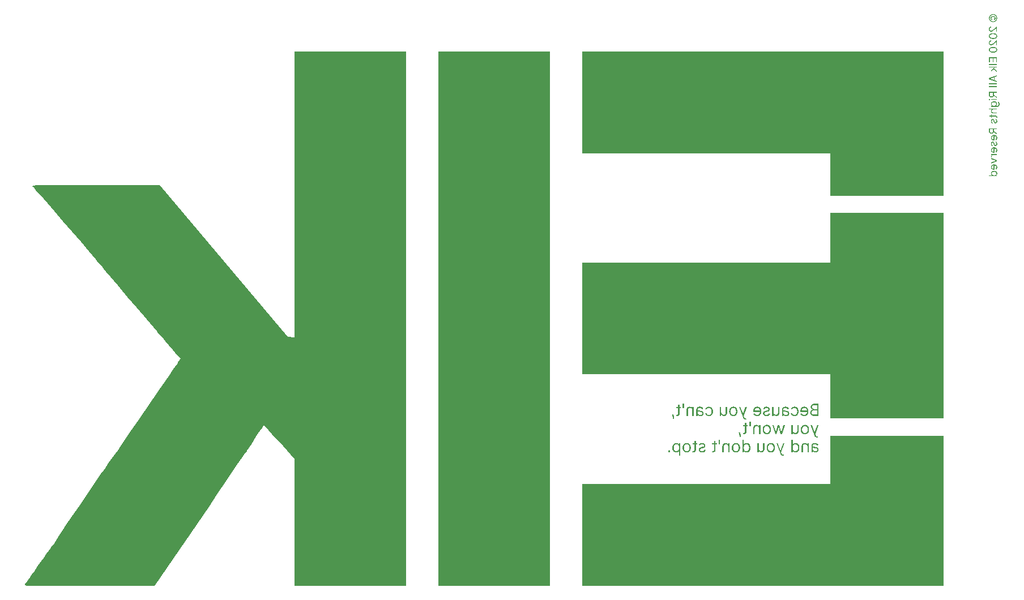
<source format=gbo>
G04*
G04 #@! TF.GenerationSoftware,Altium Limited,Altium Designer,19.0.15 (446)*
G04*
G04 Layer_Color=32896*
%FSLAX25Y25*%
%MOIN*%
G70*
G01*
G75*
G36*
X382258Y134171D02*
X381492D01*
Y136641D01*
X382258D01*
Y134171D01*
D02*
G37*
G36*
X442176Y134892D02*
X442318Y134881D01*
X442449Y134860D01*
X442558Y134838D01*
X442635Y134827D01*
X442690Y134805D01*
X442711D01*
X442864Y134761D01*
X443006Y134696D01*
X443138Y134641D01*
X443247Y134575D01*
X443345Y134510D01*
X443411Y134466D01*
X443466Y134433D01*
X443476Y134422D01*
X443597Y134313D01*
X443706Y134193D01*
X443804Y134062D01*
X443881Y133941D01*
X443946Y133832D01*
X443990Y133734D01*
X444023Y133679D01*
X444034Y133668D01*
Y133657D01*
X443247Y133373D01*
X443192Y133482D01*
X443116Y133581D01*
X443039Y133679D01*
X442963Y133767D01*
X442886Y133832D01*
X442832Y133887D01*
X442788Y133920D01*
X442777Y133931D01*
X442635Y134018D01*
X442493Y134083D01*
X442329Y134127D01*
X442187Y134160D01*
X442056Y134182D01*
X441946Y134193D01*
X441848D01*
X441651Y134182D01*
X441476Y134149D01*
X441323Y134095D01*
X441203Y134051D01*
X441116Y133996D01*
X441050Y133941D01*
X441006Y133909D01*
X440995Y133898D01*
X440897Y133777D01*
X440831Y133657D01*
X440777Y133526D01*
X440744Y133395D01*
X440722Y133275D01*
X440711Y133187D01*
Y133122D01*
Y133111D01*
Y133100D01*
Y133067D01*
X440722Y133001D01*
X440733Y132936D01*
X440777Y132849D01*
X440831Y132805D01*
X440842Y132783D01*
X440853D01*
X440908Y132761D01*
X440984Y132739D01*
X441126Y132695D01*
X441192Y132685D01*
X441247D01*
X441290Y132674D01*
X441301D01*
X441422Y132663D01*
X441553Y132641D01*
X441684Y132630D01*
X441815Y132608D01*
X441924Y132597D01*
X442012Y132586D01*
X442077Y132575D01*
X442099D01*
X442383Y132531D01*
X442504Y132510D01*
X442624Y132499D01*
X442711Y132477D01*
X442788Y132455D01*
X442832Y132444D01*
X442853D01*
X442985Y132411D01*
X443105Y132378D01*
X443225Y132335D01*
X443323Y132291D01*
X443400Y132258D01*
X443466Y132226D01*
X443509Y132214D01*
X443520Y132204D01*
X443629Y132138D01*
X443728Y132062D01*
X443815Y131985D01*
X443881Y131909D01*
X443935Y131843D01*
X443979Y131788D01*
X444001Y131755D01*
X444012Y131745D01*
X444067Y131635D01*
X444110Y131504D01*
X444143Y131384D01*
X444165Y131264D01*
X444176Y131154D01*
X444187Y131067D01*
Y131012D01*
Y131001D01*
Y130990D01*
X444176Y130805D01*
X444154Y130630D01*
X444110Y130477D01*
X444067Y130345D01*
X444023Y130236D01*
X443979Y130160D01*
X443957Y130116D01*
X443946Y130094D01*
X443848Y129963D01*
X443739Y129854D01*
X443629Y129755D01*
X443520Y129679D01*
X443422Y129613D01*
X443345Y129569D01*
X443302Y129548D01*
X443280Y129537D01*
X443116Y129471D01*
X442963Y129427D01*
X442799Y129395D01*
X442657Y129373D01*
X442536Y129362D01*
X442438Y129351D01*
X442351D01*
X442187Y129362D01*
X442034Y129373D01*
X441892Y129395D01*
X441782Y129416D01*
X441684Y129438D01*
X441618Y129460D01*
X441575Y129482D01*
X441564D01*
X441443Y129537D01*
X441345Y129591D01*
X441258Y129657D01*
X441181Y129701D01*
X441116Y129755D01*
X441072Y129788D01*
X441050Y129810D01*
X441039Y129821D01*
X440908Y129963D01*
X440820Y130083D01*
X440788Y130127D01*
X440766Y130160D01*
X440755Y130182D01*
Y130192D01*
X440711D01*
Y129471D01*
X439891D01*
Y133012D01*
X439902Y133242D01*
X439924Y133450D01*
X439957Y133624D01*
X439990Y133767D01*
X440033Y133887D01*
X440066Y133974D01*
X440088Y134018D01*
X440099Y134040D01*
X440176Y134171D01*
X440263Y134291D01*
X440361Y134390D01*
X440438Y134466D01*
X440514Y134532D01*
X440569Y134575D01*
X440613Y134597D01*
X440624Y134608D01*
X440744Y134674D01*
X440864Y134728D01*
X440974Y134761D01*
X441072Y134794D01*
X441159Y134827D01*
X441225Y134838D01*
X441269Y134849D01*
X441280D01*
X441400Y134871D01*
X441520Y134892D01*
X441618Y134903D01*
X441706D01*
X441782Y134914D01*
X441881D01*
X442176Y134892D01*
D02*
G37*
G36*
X391777Y134892D02*
X391920Y134881D01*
X392051Y134860D01*
X392160Y134838D01*
X392237Y134827D01*
X392291Y134805D01*
X392313D01*
X392466Y134761D01*
X392608Y134696D01*
X392739Y134641D01*
X392849Y134575D01*
X392947Y134510D01*
X393013Y134466D01*
X393067Y134433D01*
X393078Y134422D01*
X393198Y134313D01*
X393308Y134193D01*
X393406Y134062D01*
X393483Y133941D01*
X393548Y133832D01*
X393592Y133734D01*
X393625Y133679D01*
X393636Y133668D01*
Y133657D01*
X392849Y133373D01*
X392794Y133482D01*
X392718Y133581D01*
X392641Y133679D01*
X392565Y133767D01*
X392488Y133832D01*
X392433Y133887D01*
X392390Y133920D01*
X392379Y133931D01*
X392237Y134018D01*
X392094Y134083D01*
X391931Y134127D01*
X391789Y134160D01*
X391657Y134182D01*
X391548Y134193D01*
X391450D01*
X391253Y134182D01*
X391078Y134149D01*
X390925Y134095D01*
X390805Y134051D01*
X390717Y133996D01*
X390652Y133941D01*
X390608Y133909D01*
X390597Y133898D01*
X390499Y133777D01*
X390433Y133657D01*
X390378Y133526D01*
X390346Y133395D01*
X390324Y133275D01*
X390313Y133187D01*
Y133122D01*
Y133111D01*
Y133100D01*
Y133067D01*
X390324Y133001D01*
X390335Y132936D01*
X390378Y132849D01*
X390433Y132805D01*
X390444Y132783D01*
X390455D01*
X390510Y132761D01*
X390586Y132739D01*
X390728Y132695D01*
X390794Y132685D01*
X390848D01*
X390892Y132674D01*
X390903D01*
X391023Y132663D01*
X391155Y132641D01*
X391286Y132630D01*
X391417Y132608D01*
X391526Y132597D01*
X391614Y132586D01*
X391679Y132575D01*
X391701D01*
X391985Y132531D01*
X392105Y132510D01*
X392226Y132499D01*
X392313Y132477D01*
X392390Y132455D01*
X392433Y132444D01*
X392455D01*
X392586Y132411D01*
X392707Y132378D01*
X392827Y132335D01*
X392925Y132291D01*
X393002Y132258D01*
X393067Y132225D01*
X393111Y132214D01*
X393122Y132204D01*
X393231Y132138D01*
X393330Y132062D01*
X393417Y131985D01*
X393483Y131909D01*
X393537Y131843D01*
X393581Y131788D01*
X393603Y131755D01*
X393614Y131745D01*
X393668Y131635D01*
X393712Y131504D01*
X393745Y131384D01*
X393767Y131264D01*
X393778Y131154D01*
X393789Y131067D01*
Y131012D01*
Y131001D01*
Y130990D01*
X393778Y130805D01*
X393756Y130630D01*
X393712Y130477D01*
X393668Y130345D01*
X393625Y130236D01*
X393581Y130160D01*
X393559Y130116D01*
X393548Y130094D01*
X393450Y129963D01*
X393340Y129854D01*
X393231Y129755D01*
X393122Y129679D01*
X393023Y129613D01*
X392947Y129569D01*
X392903Y129548D01*
X392881Y129537D01*
X392718Y129471D01*
X392565Y129427D01*
X392401Y129395D01*
X392258Y129373D01*
X392138Y129362D01*
X392040Y129351D01*
X391952D01*
X391789Y129362D01*
X391635Y129373D01*
X391493Y129395D01*
X391384Y129416D01*
X391286Y129438D01*
X391220Y129460D01*
X391176Y129482D01*
X391165D01*
X391045Y129537D01*
X390947Y129591D01*
X390859Y129657D01*
X390783Y129701D01*
X390717Y129755D01*
X390674Y129788D01*
X390652Y129810D01*
X390641Y129821D01*
X390510Y129963D01*
X390422Y130083D01*
X390389Y130127D01*
X390368Y130160D01*
X390357Y130182D01*
Y130192D01*
X390313D01*
Y129471D01*
X389493D01*
Y133012D01*
X389504Y133242D01*
X389526Y133450D01*
X389559Y133624D01*
X389592Y133767D01*
X389635Y133887D01*
X389668Y133974D01*
X389690Y134018D01*
X389701Y134040D01*
X389777Y134171D01*
X389865Y134291D01*
X389963Y134390D01*
X390040Y134466D01*
X390116Y134532D01*
X390171Y134575D01*
X390214Y134597D01*
X390226Y134608D01*
X390346Y134674D01*
X390466Y134728D01*
X390575Y134761D01*
X390674Y134794D01*
X390761Y134827D01*
X390827Y134838D01*
X390870Y134849D01*
X390881D01*
X391002Y134871D01*
X391122Y134892D01*
X391220Y134903D01*
X391307D01*
X391384Y134914D01*
X391482D01*
X391777Y134892D01*
D02*
G37*
G36*
X417386Y129449D02*
X417561Y128946D01*
X417605Y128837D01*
X417649Y128739D01*
X417736Y128586D01*
X417824Y128455D01*
X417900Y128356D01*
X417977Y128291D01*
X418031Y128258D01*
X418075Y128236D01*
X418086Y128225D01*
X418206Y128192D01*
X418337Y128170D01*
X418458Y128159D01*
X418578Y128170D01*
X418687Y128181D01*
X418764Y128203D01*
X418818Y128214D01*
X418840D01*
X419048Y127482D01*
X418982Y127460D01*
X418906Y127438D01*
X418840Y127427D01*
X418829Y127416D01*
X418818D01*
X418687Y127394D01*
X418567Y127383D01*
X418447D01*
X418239Y127394D01*
X418053Y127438D01*
X417878Y127493D01*
X417725Y127580D01*
X417583Y127668D01*
X417452Y127766D01*
X417332Y127886D01*
X417234Y127996D01*
X417146Y128105D01*
X417069Y128225D01*
X417004Y128323D01*
X416949Y128422D01*
X416917Y128498D01*
X416884Y128553D01*
X416862Y128597D01*
Y128608D01*
X414545Y134849D01*
X415452D01*
X416938Y130564D01*
X416993D01*
X418479Y134849D01*
X419376D01*
X417386Y129449D01*
D02*
G37*
G36*
X438372Y131428D02*
X438361Y131242D01*
X438350Y131067D01*
X438328Y130903D01*
X438296Y130761D01*
X438263Y130619D01*
X438219Y130488D01*
X438175Y130378D01*
X438121Y130280D01*
X438077Y130192D01*
X438033Y130116D01*
X437990Y130050D01*
X437957Y129996D01*
X437924Y129952D01*
X437902Y129919D01*
X437880Y129908D01*
Y129897D01*
X437782Y129810D01*
X437683Y129733D01*
X437476Y129613D01*
X437268Y129526D01*
X437072Y129471D01*
X436897Y129427D01*
X436820Y129416D01*
X436755D01*
X436711Y129405D01*
X436634D01*
X436416Y129416D01*
X436219Y129449D01*
X436044Y129493D01*
X435902Y129548D01*
X435782Y129591D01*
X435694Y129635D01*
X435651Y129668D01*
X435629Y129679D01*
X435487Y129788D01*
X435366Y129908D01*
X435268Y130028D01*
X435181Y130138D01*
X435115Y130236D01*
X435071Y130313D01*
X435049Y130356D01*
X435039Y130378D01*
X434984D01*
Y129471D01*
X434153D01*
Y134849D01*
X434984D01*
Y131668D01*
X434995Y131493D01*
X435017Y131329D01*
X435049Y131187D01*
X435093Y131067D01*
X435137Y130968D01*
X435170Y130892D01*
X435191Y130848D01*
X435202Y130837D01*
X435290Y130717D01*
X435377Y130619D01*
X435476Y130542D01*
X435552Y130466D01*
X435629Y130411D01*
X435694Y130378D01*
X435738Y130356D01*
X435749Y130345D01*
X435869Y130291D01*
X435978Y130258D01*
X436088Y130225D01*
X436175Y130214D01*
X436263Y130203D01*
X436317Y130192D01*
X436372D01*
X436558Y130203D01*
X436722Y130247D01*
X436864Y130302D01*
X436995Y130367D01*
X437093Y130433D01*
X437159Y130488D01*
X437214Y130531D01*
X437224Y130542D01*
X437334Y130684D01*
X437410Y130837D01*
X437476Y130990D01*
X437509Y131143D01*
X437531Y131274D01*
X437541Y131384D01*
X437552Y131428D01*
Y131460D01*
Y131471D01*
Y131482D01*
Y134849D01*
X438372D01*
Y131428D01*
D02*
G37*
G36*
X407560Y131428D02*
X407549Y131242D01*
X407539Y131067D01*
X407517Y130903D01*
X407484Y130761D01*
X407451Y130619D01*
X407407Y130488D01*
X407364Y130378D01*
X407309Y130280D01*
X407265Y130192D01*
X407222Y130116D01*
X407178Y130050D01*
X407145Y129996D01*
X407112Y129952D01*
X407091Y129919D01*
X407069Y129908D01*
Y129897D01*
X406970Y129810D01*
X406872Y129733D01*
X406664Y129613D01*
X406457Y129526D01*
X406260Y129471D01*
X406085Y129427D01*
X406008Y129416D01*
X405943D01*
X405899Y129405D01*
X405823D01*
X405604Y129416D01*
X405407Y129449D01*
X405232Y129493D01*
X405090Y129548D01*
X404970Y129591D01*
X404883Y129635D01*
X404839Y129668D01*
X404817Y129679D01*
X404675Y129788D01*
X404555Y129908D01*
X404456Y130028D01*
X404369Y130138D01*
X404303Y130236D01*
X404260Y130313D01*
X404238Y130356D01*
X404227Y130378D01*
X404172D01*
Y129471D01*
X403341D01*
Y134849D01*
X404172D01*
Y131668D01*
X404183Y131493D01*
X404205Y131329D01*
X404238Y131187D01*
X404281Y131067D01*
X404325Y130968D01*
X404358Y130892D01*
X404380Y130848D01*
X404391Y130837D01*
X404478Y130717D01*
X404566Y130619D01*
X404664Y130542D01*
X404740Y130466D01*
X404817Y130411D01*
X404883Y130378D01*
X404926Y130356D01*
X404937Y130345D01*
X405057Y130291D01*
X405167Y130258D01*
X405276Y130225D01*
X405364Y130214D01*
X405451Y130203D01*
X405506Y130192D01*
X405560D01*
X405746Y130203D01*
X405910Y130247D01*
X406052Y130302D01*
X406183Y130367D01*
X406282Y130433D01*
X406347Y130488D01*
X406402Y130531D01*
X406413Y130542D01*
X406522Y130684D01*
X406599Y130837D01*
X406664Y130990D01*
X406697Y131143D01*
X406719Y131274D01*
X406730Y131384D01*
X406741Y131428D01*
Y131460D01*
Y131471D01*
Y131482D01*
Y134849D01*
X407560D01*
Y131428D01*
D02*
G37*
G36*
X379656Y134849D02*
X380465D01*
Y134149D01*
X379656D01*
Y130783D01*
X379645Y130619D01*
X379623Y130466D01*
X379591Y130334D01*
X379547Y130214D01*
X379503Y130127D01*
X379470Y130061D01*
X379449Y130018D01*
X379438Y130007D01*
X379350Y129897D01*
X379263Y129810D01*
X379164Y129722D01*
X379077Y129668D01*
X379011Y129613D01*
X378946Y129580D01*
X378902Y129559D01*
X378891Y129548D01*
X378760Y129504D01*
X378640Y129471D01*
X378519Y129438D01*
X378410Y129427D01*
X378323Y129416D01*
X378257Y129405D01*
X378191D01*
X378039Y129416D01*
X377918Y129427D01*
X377875D01*
X377842Y129438D01*
X377820D01*
X377722Y129460D01*
X377645Y129482D01*
X377590Y129493D01*
X377579D01*
X377743Y130236D01*
X377787Y130225D01*
X377831Y130214D01*
X377875Y130203D01*
X377886D01*
X377962Y130192D01*
X378115D01*
X378246Y130203D01*
X378345Y130225D01*
X378388D01*
X378421Y130236D01*
X378443Y130247D01*
X378454D01*
X378563Y130313D01*
X378651Y130389D01*
X378705Y130455D01*
X378727Y130477D01*
Y130488D01*
X378760Y130564D01*
X378782Y130641D01*
X378815Y130815D01*
Y130892D01*
X378825Y130958D01*
Y131001D01*
Y131012D01*
Y134149D01*
X377678D01*
Y134849D01*
X378825D01*
Y136138D01*
X379656D01*
Y134849D01*
D02*
G37*
G36*
X453281Y134903D02*
X453532Y134860D01*
X453740Y134805D01*
X453936Y134739D01*
X454089Y134663D01*
X454199Y134608D01*
X454243Y134586D01*
X454275Y134564D01*
X454286Y134554D01*
X454297D01*
X454494Y134411D01*
X454658Y134248D01*
X454811Y134083D01*
X454931Y133931D01*
X455019Y133788D01*
X455095Y133679D01*
X455117Y133635D01*
X455139Y133603D01*
X455150Y133581D01*
Y133570D01*
X455248Y133329D01*
X455325Y133078D01*
X455368Y132837D01*
X455412Y132608D01*
X455434Y132411D01*
Y132324D01*
X455445Y132258D01*
Y132193D01*
Y132149D01*
Y132127D01*
Y132116D01*
X455434Y131810D01*
X455401Y131537D01*
X455346Y131296D01*
X455292Y131078D01*
X455270Y130990D01*
X455248Y130903D01*
X455215Y130837D01*
X455193Y130772D01*
X455171Y130728D01*
X455161Y130695D01*
X455150Y130673D01*
Y130663D01*
X455029Y130444D01*
X454887Y130247D01*
X454745Y130083D01*
X454603Y129952D01*
X454483Y129843D01*
X454374Y129766D01*
X454308Y129712D01*
X454297Y129701D01*
X454286D01*
X454068Y129591D01*
X453838Y129504D01*
X453609Y129449D01*
X453401Y129405D01*
X453215Y129384D01*
X453139Y129373D01*
X453073D01*
X453018Y129362D01*
X452942D01*
X452647Y129373D01*
X452373Y129416D01*
X452144Y129482D01*
X451936Y129548D01*
X451772Y129613D01*
X451707Y129646D01*
X451652Y129679D01*
X451608Y129701D01*
X451576Y129722D01*
X451565Y129733D01*
X451554D01*
X451357Y129886D01*
X451193Y130040D01*
X451062Y130203D01*
X450952Y130367D01*
X450876Y130509D01*
X450832Y130619D01*
X450810Y130663D01*
X450800Y130695D01*
X450789Y130706D01*
Y130717D01*
X451597Y130936D01*
X451663Y130794D01*
X451740Y130663D01*
X451827Y130553D01*
X451903Y130466D01*
X451980Y130389D01*
X452046Y130345D01*
X452089Y130313D01*
X452100Y130302D01*
X452231Y130236D01*
X452373Y130182D01*
X452516Y130149D01*
X452647Y130116D01*
X452767Y130105D01*
X452854Y130094D01*
X452942D01*
X453204Y130116D01*
X453434Y130171D01*
X453630Y130236D01*
X453805Y130324D01*
X453947Y130411D01*
X454046Y130477D01*
X454111Y130531D01*
X454122Y130553D01*
X454133D01*
X454286Y130739D01*
X454406Y130958D01*
X454483Y131176D01*
X454549Y131384D01*
X454581Y131581D01*
X454592Y131657D01*
X454603Y131734D01*
X454614Y131788D01*
Y131843D01*
Y131865D01*
Y131876D01*
X450712D01*
Y132226D01*
X450723Y132499D01*
X450745Y132739D01*
X450778Y132958D01*
X450810Y133144D01*
X450843Y133297D01*
X450876Y133406D01*
X450887Y133439D01*
X450898Y133472D01*
X450909Y133482D01*
Y133493D01*
X450985Y133679D01*
X451073Y133843D01*
X451160Y133985D01*
X451248Y134105D01*
X451324Y134193D01*
X451390Y134269D01*
X451434Y134313D01*
X451444Y134324D01*
X451576Y134433D01*
X451707Y134532D01*
X451827Y134608D01*
X451947Y134663D01*
X452046Y134718D01*
X452133Y134750D01*
X452177Y134761D01*
X452199Y134772D01*
X452352Y134816D01*
X452494Y134860D01*
X452636Y134881D01*
X452756Y134892D01*
X452865Y134903D01*
X452942Y134914D01*
X453018D01*
X453281Y134903D01*
D02*
G37*
G36*
X447532D02*
X447783Y134860D01*
X447991Y134805D01*
X448187Y134739D01*
X448340Y134663D01*
X448450Y134608D01*
X448493Y134586D01*
X448526Y134564D01*
X448537Y134554D01*
X448548D01*
X448745Y134411D01*
X448909Y134248D01*
X449062Y134083D01*
X449182Y133931D01*
X449269Y133788D01*
X449346Y133679D01*
X449368Y133635D01*
X449390Y133603D01*
X449401Y133581D01*
Y133570D01*
X449499Y133329D01*
X449575Y133078D01*
X449619Y132837D01*
X449663Y132619D01*
X449685Y132422D01*
Y132335D01*
X449696Y132269D01*
Y132204D01*
Y132160D01*
Y132138D01*
Y132127D01*
X449685Y131832D01*
X449652Y131559D01*
X449597Y131318D01*
X449543Y131111D01*
X449499Y130936D01*
X449466Y130870D01*
X449444Y130805D01*
X449422Y130761D01*
X449411Y130728D01*
X449401Y130706D01*
Y130695D01*
X449280Y130477D01*
X449149Y130280D01*
X449007Y130116D01*
X448865Y129974D01*
X448745Y129854D01*
X448646Y129777D01*
X448581Y129733D01*
X448570Y129712D01*
X448559D01*
X448340Y129591D01*
X448122Y129515D01*
X447903Y129449D01*
X447706Y129405D01*
X447520Y129384D01*
X447444Y129373D01*
X447389D01*
X447335Y129362D01*
X447258D01*
X447040Y129373D01*
X446843Y129395D01*
X446668Y129427D01*
X446515Y129471D01*
X446395Y129515D01*
X446296Y129548D01*
X446242Y129569D01*
X446220Y129580D01*
X446056Y129668D01*
X445914Y129766D01*
X445783Y129865D01*
X445684Y129963D01*
X445597Y130050D01*
X445542Y130116D01*
X445499Y130160D01*
X445488Y130182D01*
X445389Y130324D01*
X445313Y130477D01*
X445258Y130619D01*
X445214Y130750D01*
X445182Y130870D01*
X445149Y130958D01*
X445138Y131012D01*
Y131034D01*
X445968D01*
X446023Y130881D01*
X446089Y130739D01*
X446165Y130630D01*
X446253Y130531D01*
X446318Y130444D01*
X446384Y130389D01*
X446427Y130356D01*
X446439Y130345D01*
X446570Y130258D01*
X446712Y130203D01*
X446843Y130160D01*
X446974Y130127D01*
X447083Y130105D01*
X447182Y130094D01*
X447258D01*
X447389Y130105D01*
X447520Y130116D01*
X447750Y130182D01*
X447958Y130269D01*
X448122Y130378D01*
X448253Y130477D01*
X448362Y130564D01*
X448417Y130630D01*
X448428Y130641D01*
X448439Y130651D01*
X448581Y130881D01*
X448690Y131132D01*
X448767Y131384D01*
X448821Y131624D01*
X448854Y131832D01*
X448865Y131919D01*
Y132007D01*
X448876Y132072D01*
Y132116D01*
Y132149D01*
Y132160D01*
X448854Y132488D01*
X448810Y132772D01*
X448734Y133023D01*
X448657Y133231D01*
X448614Y133318D01*
X448581Y133395D01*
X448537Y133460D01*
X448504Y133515D01*
X448482Y133559D01*
X448460Y133592D01*
X448439Y133603D01*
Y133614D01*
X448351Y133712D01*
X448264Y133799D01*
X448165Y133876D01*
X448067Y133941D01*
X447870Y134040D01*
X447684Y134105D01*
X447510Y134138D01*
X447444Y134149D01*
X447378Y134160D01*
X447324Y134171D01*
X447258D01*
X447061Y134160D01*
X446898Y134127D01*
X446744Y134083D01*
X446624Y134029D01*
X446526Y133974D01*
X446449Y133931D01*
X446406Y133898D01*
X446395Y133887D01*
X446285Y133777D01*
X446187Y133668D01*
X446111Y133559D01*
X446056Y133460D01*
X446012Y133373D01*
X445990Y133308D01*
X445968Y133264D01*
Y133242D01*
X445138D01*
X445171Y133428D01*
X445225Y133592D01*
X445291Y133745D01*
X445356Y133865D01*
X445411Y133974D01*
X445466Y134051D01*
X445499Y134095D01*
X445509Y134116D01*
X445619Y134248D01*
X445750Y134368D01*
X445870Y134466D01*
X445990Y134554D01*
X446089Y134619D01*
X446176Y134674D01*
X446231Y134696D01*
X446253Y134707D01*
X446427Y134772D01*
X446602Y134827D01*
X446766Y134860D01*
X446930Y134892D01*
X447061Y134903D01*
X447171Y134914D01*
X447269D01*
X447532Y134903D01*
D02*
G37*
G36*
X425562Y134903D02*
X425814Y134860D01*
X426021Y134805D01*
X426218Y134739D01*
X426371Y134663D01*
X426480Y134608D01*
X426524Y134586D01*
X426557Y134564D01*
X426568Y134554D01*
X426579D01*
X426775Y134411D01*
X426939Y134248D01*
X427092Y134083D01*
X427213Y133931D01*
X427300Y133788D01*
X427377Y133679D01*
X427398Y133635D01*
X427420Y133603D01*
X427431Y133581D01*
Y133570D01*
X427530Y133329D01*
X427606Y133078D01*
X427650Y132837D01*
X427694Y132608D01*
X427715Y132411D01*
Y132324D01*
X427726Y132258D01*
Y132193D01*
Y132149D01*
Y132127D01*
Y132116D01*
X427715Y131810D01*
X427683Y131537D01*
X427628Y131296D01*
X427573Y131078D01*
X427551Y130990D01*
X427530Y130903D01*
X427497Y130837D01*
X427475Y130772D01*
X427453Y130728D01*
X427442Y130695D01*
X427431Y130673D01*
Y130662D01*
X427311Y130444D01*
X427169Y130247D01*
X427027Y130083D01*
X426885Y129952D01*
X426764Y129843D01*
X426655Y129766D01*
X426590Y129711D01*
X426579Y129701D01*
X426568D01*
X426349Y129591D01*
X426120Y129504D01*
X425890Y129449D01*
X425682Y129405D01*
X425497Y129384D01*
X425420Y129373D01*
X425354D01*
X425300Y129362D01*
X425223D01*
X424928Y129373D01*
X424655Y129416D01*
X424425Y129482D01*
X424218Y129548D01*
X424054Y129613D01*
X423988Y129646D01*
X423934Y129679D01*
X423890Y129701D01*
X423857Y129722D01*
X423846Y129733D01*
X423835D01*
X423638Y129886D01*
X423475Y130039D01*
X423343Y130203D01*
X423234Y130367D01*
X423158Y130509D01*
X423114Y130619D01*
X423092Y130662D01*
X423081Y130695D01*
X423070Y130706D01*
Y130717D01*
X423879Y130936D01*
X423945Y130794D01*
X424021Y130662D01*
X424109Y130553D01*
X424185Y130466D01*
X424262Y130389D01*
X424327Y130345D01*
X424371Y130313D01*
X424382Y130302D01*
X424513Y130236D01*
X424655Y130182D01*
X424797Y130149D01*
X424928Y130116D01*
X425048Y130105D01*
X425136Y130094D01*
X425223D01*
X425486Y130116D01*
X425715Y130171D01*
X425912Y130236D01*
X426087Y130324D01*
X426229Y130411D01*
X426327Y130477D01*
X426393Y130531D01*
X426404Y130553D01*
X426415D01*
X426568Y130739D01*
X426688Y130958D01*
X426764Y131176D01*
X426830Y131384D01*
X426863Y131581D01*
X426874Y131657D01*
X426885Y131734D01*
X426896Y131788D01*
Y131843D01*
Y131865D01*
Y131876D01*
X422994D01*
Y132225D01*
X423004Y132499D01*
X423026Y132739D01*
X423059Y132958D01*
X423092Y133144D01*
X423125Y133297D01*
X423158Y133406D01*
X423169Y133439D01*
X423179Y133472D01*
X423190Y133482D01*
Y133493D01*
X423267Y133679D01*
X423354Y133843D01*
X423442Y133985D01*
X423529Y134105D01*
X423606Y134193D01*
X423671Y134269D01*
X423715Y134313D01*
X423726Y134324D01*
X423857Y134433D01*
X423988Y134532D01*
X424109Y134608D01*
X424229Y134663D01*
X424327Y134718D01*
X424414Y134750D01*
X424458Y134761D01*
X424480Y134772D01*
X424633Y134816D01*
X424775Y134860D01*
X424917Y134881D01*
X425037Y134892D01*
X425147Y134903D01*
X425223Y134914D01*
X425300D01*
X425562Y134903D01*
D02*
G37*
G36*
X397133D02*
X397385Y134860D01*
X397592Y134805D01*
X397789Y134739D01*
X397942Y134663D01*
X398051Y134608D01*
X398095Y134586D01*
X398128Y134564D01*
X398139Y134554D01*
X398150D01*
X398346Y134411D01*
X398510Y134248D01*
X398663Y134083D01*
X398784Y133931D01*
X398871Y133788D01*
X398948Y133679D01*
X398970Y133635D01*
X398991Y133603D01*
X399002Y133581D01*
Y133570D01*
X399101Y133329D01*
X399177Y133078D01*
X399221Y132837D01*
X399265Y132619D01*
X399286Y132422D01*
Y132335D01*
X399297Y132269D01*
Y132204D01*
Y132160D01*
Y132138D01*
Y132127D01*
X399286Y131832D01*
X399254Y131559D01*
X399199Y131318D01*
X399144Y131111D01*
X399101Y130936D01*
X399068Y130870D01*
X399046Y130805D01*
X399024Y130761D01*
X399013Y130728D01*
X399002Y130706D01*
Y130695D01*
X398882Y130477D01*
X398751Y130280D01*
X398609Y130116D01*
X398467Y129974D01*
X398346Y129854D01*
X398248Y129777D01*
X398183Y129733D01*
X398172Y129711D01*
X398161D01*
X397942Y129591D01*
X397724Y129515D01*
X397505Y129449D01*
X397308Y129405D01*
X397122Y129384D01*
X397046Y129373D01*
X396991D01*
X396936Y129362D01*
X396860D01*
X396641Y129373D01*
X396445Y129395D01*
X396270Y129427D01*
X396117Y129471D01*
X395996Y129515D01*
X395898Y129548D01*
X395844Y129569D01*
X395822Y129580D01*
X395658Y129668D01*
X395516Y129766D01*
X395384Y129865D01*
X395286Y129963D01*
X395199Y130050D01*
X395144Y130116D01*
X395100Y130160D01*
X395089Y130182D01*
X394991Y130324D01*
X394914Y130477D01*
X394860Y130619D01*
X394816Y130750D01*
X394783Y130870D01*
X394750Y130958D01*
X394740Y131012D01*
Y131034D01*
X395570D01*
X395625Y130881D01*
X395690Y130739D01*
X395767Y130630D01*
X395854Y130531D01*
X395920Y130444D01*
X395986Y130389D01*
X396029Y130356D01*
X396040Y130345D01*
X396171Y130258D01*
X396314Y130203D01*
X396445Y130160D01*
X396576Y130127D01*
X396685Y130105D01*
X396783Y130094D01*
X396860D01*
X396991Y130105D01*
X397122Y130116D01*
X397352Y130182D01*
X397559Y130269D01*
X397724Y130378D01*
X397855Y130477D01*
X397964Y130564D01*
X398019Y130630D01*
X398029Y130641D01*
X398040Y130651D01*
X398183Y130881D01*
X398292Y131132D01*
X398368Y131384D01*
X398423Y131624D01*
X398456Y131832D01*
X398467Y131919D01*
Y132007D01*
X398478Y132072D01*
Y132116D01*
Y132149D01*
Y132160D01*
X398456Y132488D01*
X398412Y132772D01*
X398336Y133023D01*
X398259Y133231D01*
X398215Y133318D01*
X398183Y133395D01*
X398139Y133460D01*
X398106Y133515D01*
X398084Y133559D01*
X398062Y133592D01*
X398040Y133603D01*
Y133614D01*
X397953Y133712D01*
X397866Y133799D01*
X397767Y133876D01*
X397669Y133941D01*
X397472Y134040D01*
X397286Y134105D01*
X397111Y134138D01*
X397046Y134149D01*
X396980Y134160D01*
X396926Y134171D01*
X396860D01*
X396663Y134160D01*
X396499Y134127D01*
X396346Y134083D01*
X396226Y134029D01*
X396128Y133974D01*
X396051Y133931D01*
X396007Y133898D01*
X395996Y133887D01*
X395887Y133777D01*
X395789Y133668D01*
X395712Y133559D01*
X395658Y133460D01*
X395614Y133373D01*
X395592Y133308D01*
X395570Y133264D01*
Y133242D01*
X394740D01*
X394772Y133428D01*
X394827Y133592D01*
X394893Y133745D01*
X394958Y133865D01*
X395013Y133974D01*
X395068Y134051D01*
X395100Y134095D01*
X395111Y134116D01*
X395220Y134248D01*
X395352Y134368D01*
X395472Y134466D01*
X395592Y134554D01*
X395690Y134619D01*
X395778Y134674D01*
X395833Y134696D01*
X395854Y134706D01*
X396029Y134772D01*
X396204Y134827D01*
X396368Y134860D01*
X396532Y134892D01*
X396663Y134903D01*
X396773Y134914D01*
X396871D01*
X397133Y134903D01*
D02*
G37*
G36*
X461500Y129471D02*
X458910D01*
X458603Y129482D01*
X458330Y129515D01*
X458101Y129548D01*
X457904Y129602D01*
X457740Y129646D01*
X457675Y129668D01*
X457631Y129679D01*
X457587Y129701D01*
X457554Y129712D01*
X457543Y129722D01*
X457532D01*
X457347Y129821D01*
X457183Y129930D01*
X457052Y130050D01*
X456942Y130160D01*
X456866Y130247D01*
X456800Y130335D01*
X456767Y130378D01*
X456756Y130400D01*
X456669Y130564D01*
X456614Y130739D01*
X456571Y130903D01*
X456538Y131056D01*
X456516Y131176D01*
X456505Y131286D01*
Y131351D01*
Y131362D01*
Y131373D01*
X456516Y131581D01*
X456538Y131766D01*
X456581Y131930D01*
X456614Y132072D01*
X456658Y132182D01*
X456702Y132269D01*
X456724Y132313D01*
X456735Y132335D01*
X456822Y132477D01*
X456909Y132597D01*
X457008Y132695D01*
X457095Y132783D01*
X457172Y132849D01*
X457237Y132903D01*
X457281Y132925D01*
X457292Y132936D01*
X457412Y133001D01*
X457532Y133056D01*
X457642Y133100D01*
X457740Y133133D01*
X457828Y133144D01*
X457893Y133154D01*
X457937Y133165D01*
X457948D01*
Y133242D01*
X457729Y133318D01*
X457631Y133351D01*
X457543Y133395D01*
X457478Y133439D01*
X457423Y133460D01*
X457390Y133482D01*
X457379Y133493D01*
X457281Y133559D01*
X457204Y133646D01*
X457128Y133723D01*
X457062Y133799D01*
X457019Y133865D01*
X456986Y133920D01*
X456964Y133952D01*
X456953Y133963D01*
X456898Y134083D01*
X456855Y134215D01*
X456833Y134346D01*
X456811Y134466D01*
X456800Y134575D01*
X456789Y134663D01*
Y134718D01*
Y134739D01*
X456800Y134936D01*
X456822Y135111D01*
X456866Y135275D01*
X456909Y135417D01*
X456953Y135526D01*
X456997Y135614D01*
X457019Y135668D01*
X457030Y135690D01*
X457128Y135843D01*
X457248Y135985D01*
X457369Y136106D01*
X457489Y136204D01*
X457598Y136281D01*
X457685Y136335D01*
X457740Y136368D01*
X457751Y136379D01*
X457762D01*
X457948Y136466D01*
X458155Y136532D01*
X458363Y136576D01*
X458549Y136608D01*
X458724Y136630D01*
X458800D01*
X458866Y136641D01*
X461500D01*
Y129471D01*
D02*
G37*
G36*
X385755Y134903D02*
X385952Y134871D01*
X386116Y134838D01*
X386258Y134794D01*
X386378Y134739D01*
X386466Y134706D01*
X386509Y134674D01*
X386531Y134663D01*
X386662Y134564D01*
X386783Y134455D01*
X386881Y134346D01*
X386968Y134248D01*
X387023Y134149D01*
X387078Y134073D01*
X387100Y134029D01*
X387110Y134007D01*
X387176D01*
Y134849D01*
X387974D01*
Y129471D01*
X387154D01*
Y132706D01*
X387132Y132958D01*
X387089Y133176D01*
X387034Y133351D01*
X386957Y133515D01*
X386881Y133635D01*
X386826Y133723D01*
X386783Y133767D01*
X386761Y133788D01*
X386608Y133920D01*
X386444Y134007D01*
X386280Y134073D01*
X386116Y134127D01*
X385985Y134149D01*
X385875Y134160D01*
X385832Y134171D01*
X385777D01*
X385569Y134160D01*
X385394Y134116D01*
X385230Y134062D01*
X385110Y133996D01*
X385001Y133920D01*
X384924Y133865D01*
X384881Y133821D01*
X384870Y133810D01*
X384760Y133668D01*
X384684Y133504D01*
X384618Y133340D01*
X384586Y133187D01*
X384564Y133045D01*
X384542Y132936D01*
Y132892D01*
Y132859D01*
Y132837D01*
Y132827D01*
Y129471D01*
X383711D01*
Y132881D01*
Y133067D01*
X383733Y133242D01*
X383755Y133406D01*
X383788Y133559D01*
X383831Y133701D01*
X383875Y133821D01*
X383919Y133931D01*
X383963Y134040D01*
X384006Y134127D01*
X384050Y134204D01*
X384094Y134269D01*
X384138Y134324D01*
X384170Y134357D01*
X384192Y134390D01*
X384203Y134411D01*
X384214D01*
X384312Y134499D01*
X384411Y134575D01*
X384629Y134706D01*
X384848Y134794D01*
X385067Y134849D01*
X385252Y134892D01*
X385329Y134903D01*
X385405D01*
X385460Y134914D01*
X385537D01*
X385755Y134903D01*
D02*
G37*
G36*
X430940D02*
X431125Y134881D01*
X431300Y134849D01*
X431453Y134816D01*
X431574Y134783D01*
X431672Y134750D01*
X431727Y134728D01*
X431748Y134718D01*
X431913Y134641D01*
X432044Y134554D01*
X432175Y134455D01*
X432273Y134368D01*
X432350Y134291D01*
X432415Y134226D01*
X432448Y134182D01*
X432459Y134171D01*
X432546Y134040D01*
X432601Y133898D01*
X432645Y133767D01*
X432678Y133635D01*
X432699Y133526D01*
X432710Y133439D01*
Y133384D01*
Y133362D01*
X432699Y133165D01*
X432656Y132980D01*
X432601Y132827D01*
X432536Y132685D01*
X432470Y132575D01*
X432415Y132499D01*
X432372Y132455D01*
X432361Y132433D01*
X432219Y132302D01*
X432044Y132193D01*
X431869Y132094D01*
X431683Y132018D01*
X431530Y131963D01*
X431399Y131919D01*
X431344Y131909D01*
X431311Y131897D01*
X431289Y131887D01*
X431279D01*
X430382Y131679D01*
X430240Y131635D01*
X430120Y131591D01*
X430011Y131537D01*
X429923Y131482D01*
X429847Y131417D01*
X429781Y131362D01*
X429727Y131296D01*
X429683Y131231D01*
X429628Y131111D01*
X429595Y131012D01*
X429584Y130947D01*
Y130936D01*
Y130925D01*
X429595Y130794D01*
X429639Y130684D01*
X429694Y130586D01*
X429748Y130499D01*
X429814Y130422D01*
X429869Y130367D01*
X429912Y130334D01*
X429923Y130324D01*
X430054Y130247D01*
X430207Y130182D01*
X430360Y130138D01*
X430513Y130116D01*
X430645Y130094D01*
X430743Y130083D01*
X430841D01*
X431027Y130094D01*
X431191Y130116D01*
X431333Y130160D01*
X431464Y130214D01*
X431585Y130280D01*
X431683Y130356D01*
X431770Y130433D01*
X431847Y130520D01*
X431913Y130597D01*
X431967Y130673D01*
X432033Y130815D01*
X432065Y130870D01*
X432076Y130914D01*
X432087Y130936D01*
Y130947D01*
X432874Y130761D01*
X432809Y130520D01*
X432710Y130302D01*
X432601Y130127D01*
X432481Y129974D01*
X432372Y129865D01*
X432284Y129777D01*
X432219Y129733D01*
X432208Y129711D01*
X432197D01*
X431978Y129591D01*
X431748Y129515D01*
X431519Y129449D01*
X431311Y129405D01*
X431115Y129384D01*
X431038Y129373D01*
X430962D01*
X430907Y129362D01*
X430830D01*
X430601Y129373D01*
X430393Y129395D01*
X430207Y129427D01*
X430044Y129471D01*
X429912Y129504D01*
X429814Y129537D01*
X429748Y129559D01*
X429727Y129569D01*
X429563Y129657D01*
X429410Y129744D01*
X429289Y129843D01*
X429180Y129930D01*
X429104Y130018D01*
X429038Y130083D01*
X429005Y130127D01*
X428994Y130138D01*
X428907Y130280D01*
X428841Y130422D01*
X428787Y130564D01*
X428754Y130684D01*
X428732Y130805D01*
X428721Y130892D01*
Y130947D01*
Y130968D01*
X428732Y131165D01*
X428787Y131351D01*
X428852Y131515D01*
X428939Y131657D01*
X429049Y131799D01*
X429169Y131909D01*
X429300Y132018D01*
X429431Y132105D01*
X429573Y132193D01*
X429705Y132258D01*
X429825Y132313D01*
X429923Y132346D01*
X430022Y132378D01*
X430087Y132400D01*
X430131Y132422D01*
X430153D01*
X430951Y132619D01*
X431115Y132663D01*
X431268Y132717D01*
X431388Y132761D01*
X431486Y132816D01*
X431563Y132849D01*
X431617Y132881D01*
X431650Y132903D01*
X431661Y132914D01*
X431738Y132991D01*
X431792Y133067D01*
X431825Y133154D01*
X431847Y133231D01*
X431869Y133297D01*
X431880Y133351D01*
Y133395D01*
Y133406D01*
X431869Y133526D01*
X431825Y133646D01*
X431770Y133745D01*
X431716Y133821D01*
X431650Y133887D01*
X431606Y133931D01*
X431563Y133963D01*
X431552Y133974D01*
X431421Y134051D01*
X431289Y134105D01*
X431147Y134149D01*
X431016Y134171D01*
X430907Y134193D01*
X430809Y134204D01*
X430732D01*
X430535Y134193D01*
X430371Y134160D01*
X430240Y134127D01*
X430131Y134083D01*
X430044Y134029D01*
X429978Y133996D01*
X429945Y133963D01*
X429934Y133952D01*
X429847Y133865D01*
X429770Y133767D01*
X429705Y133679D01*
X429650Y133603D01*
X429606Y133537D01*
X429584Y133482D01*
X429563Y133450D01*
Y133439D01*
X428819Y133646D01*
X428907Y133854D01*
X429005Y134029D01*
X429114Y134182D01*
X429224Y134324D01*
X429322Y134422D01*
X429399Y134499D01*
X429453Y134554D01*
X429475Y134564D01*
X429661Y134685D01*
X429869Y134772D01*
X430076Y134827D01*
X430273Y134871D01*
X430459Y134892D01*
X430535Y134903D01*
X430601Y134914D01*
X430732D01*
X430940Y134903D01*
D02*
G37*
G36*
X411528D02*
X411779Y134860D01*
X411987Y134805D01*
X412184Y134739D01*
X412337Y134674D01*
X412446Y134619D01*
X412490Y134597D01*
X412523Y134575D01*
X412534Y134564D01*
X412544D01*
X412741Y134422D01*
X412905Y134269D01*
X413058Y134105D01*
X413178Y133952D01*
X413266Y133810D01*
X413342Y133701D01*
X413364Y133657D01*
X413386Y133624D01*
X413397Y133603D01*
Y133592D01*
X413495Y133351D01*
X413572Y133100D01*
X413627Y132859D01*
X413659Y132630D01*
X413681Y132422D01*
X413692Y132346D01*
X413703Y132269D01*
Y132214D01*
Y132160D01*
Y132138D01*
Y132127D01*
X413692Y131821D01*
X413659Y131548D01*
X413605Y131307D01*
X413550Y131089D01*
X413517Y131001D01*
X413495Y130914D01*
X413463Y130848D01*
X413441Y130783D01*
X413430Y130739D01*
X413408Y130706D01*
X413397Y130684D01*
Y130673D01*
X413277Y130455D01*
X413135Y130258D01*
X412993Y130094D01*
X412851Y129952D01*
X412730Y129843D01*
X412632Y129766D01*
X412566Y129722D01*
X412556Y129701D01*
X412544D01*
X412337Y129591D01*
X412118Y129504D01*
X411900Y129449D01*
X411703Y129405D01*
X411528Y129384D01*
X411451Y129373D01*
X411386D01*
X411331Y129362D01*
X411266D01*
X411003Y129373D01*
X410752Y129416D01*
X410544Y129471D01*
X410348Y129537D01*
X410195Y129591D01*
X410085Y129646D01*
X410042Y129668D01*
X410009Y129690D01*
X409998Y129701D01*
X409987D01*
X409790Y129843D01*
X409626Y129996D01*
X409473Y130160D01*
X409353Y130324D01*
X409255Y130455D01*
X409189Y130575D01*
X409167Y130619D01*
X409145Y130651D01*
X409134Y130662D01*
Y130673D01*
X409036Y130914D01*
X408959Y131165D01*
X408905Y131406D01*
X408861Y131635D01*
X408839Y131832D01*
Y131919D01*
X408828Y131985D01*
Y132051D01*
Y132094D01*
Y132116D01*
Y132127D01*
X408839Y132433D01*
X408872Y132706D01*
X408927Y132958D01*
X408981Y133176D01*
X409014Y133264D01*
X409036Y133351D01*
X409058Y133417D01*
X409091Y133482D01*
X409102Y133526D01*
X409123Y133559D01*
X409134Y133581D01*
Y133592D01*
X409255Y133821D01*
X409397Y134007D01*
X409539Y134182D01*
X409670Y134313D01*
X409801Y134422D01*
X409900Y134499D01*
X409965Y134554D01*
X409976Y134564D01*
X409987D01*
X410195Y134685D01*
X410413Y134772D01*
X410632Y134827D01*
X410828Y134871D01*
X411003Y134892D01*
X411080Y134903D01*
X411145Y134914D01*
X411266D01*
X411528Y134903D01*
D02*
G37*
G36*
X376137Y130050D02*
X376159Y129876D01*
X376180Y129711D01*
X376202Y129559D01*
X376224Y129416D01*
X376235Y129296D01*
X376257Y129209D01*
X376268Y129154D01*
Y129132D01*
X376301Y128968D01*
X376323Y128815D01*
X376344Y128684D01*
X376377Y128564D01*
X376388Y128465D01*
X376410Y128389D01*
X376421Y128345D01*
Y128323D01*
X376443Y128192D01*
X376465Y128072D01*
X376486Y127974D01*
X376497Y127886D01*
X376508Y127810D01*
X376519Y127766D01*
X376530Y127733D01*
Y127722D01*
X375896D01*
X375864Y127821D01*
X375831Y127930D01*
X375798Y128028D01*
X375765Y128138D01*
X375732Y128225D01*
X375710Y128302D01*
X375689Y128345D01*
Y128367D01*
X375590Y128673D01*
X375547Y128815D01*
X375514Y128946D01*
X375481Y129056D01*
X375459Y129143D01*
X375437Y129198D01*
Y129220D01*
X375394Y129384D01*
X375361Y129548D01*
X375328Y129690D01*
X375295Y129810D01*
X375273Y129919D01*
X375262Y130007D01*
X375251Y130050D01*
Y130072D01*
X375197Y130444D01*
X376093Y130444D01*
X376137Y130050D01*
D02*
G37*
G36*
X421540Y123479D02*
X420775D01*
Y125949D01*
X421540D01*
Y123479D01*
D02*
G37*
G36*
X439957Y118779D02*
X439137D01*
X437957Y122911D01*
X437880D01*
X436700Y118779D01*
X435891D01*
X434251Y124157D01*
X435115D01*
X436284Y120047D01*
X436339D01*
X437476Y124157D01*
X438350D01*
X439509Y120036D01*
X439564D01*
X440722Y124157D01*
X441597D01*
X439957Y118779D01*
D02*
G37*
G36*
X459511Y118757D02*
X459686Y118255D01*
X459729Y118145D01*
X459773Y118047D01*
X459861Y117894D01*
X459948Y117763D01*
X460024Y117665D01*
X460101Y117599D01*
X460156Y117566D01*
X460199Y117544D01*
X460210Y117533D01*
X460330Y117500D01*
X460462Y117479D01*
X460582Y117468D01*
X460702Y117479D01*
X460811Y117490D01*
X460888Y117511D01*
X460943Y117522D01*
X460964D01*
X461172Y116790D01*
X461106Y116768D01*
X461030Y116746D01*
X460964Y116735D01*
X460954Y116725D01*
X460943D01*
X460811Y116703D01*
X460691Y116692D01*
X460571D01*
X460363Y116703D01*
X460178Y116746D01*
X460003Y116801D01*
X459850Y116888D01*
X459707Y116976D01*
X459576Y117074D01*
X459456Y117194D01*
X459358Y117304D01*
X459270Y117413D01*
X459194Y117533D01*
X459128Y117632D01*
X459073Y117730D01*
X459041Y117807D01*
X459008Y117861D01*
X458986Y117905D01*
Y117916D01*
X456669Y124157D01*
X457576D01*
X459063Y119872D01*
X459117D01*
X460604Y124157D01*
X461500D01*
X459511Y118757D01*
D02*
G37*
G36*
X449685Y120736D02*
X449674Y120550D01*
X449663Y120375D01*
X449641Y120211D01*
X449608Y120069D01*
X449575Y119927D01*
X449532Y119796D01*
X449488Y119687D01*
X449433Y119588D01*
X449390Y119501D01*
X449346Y119424D01*
X449302Y119359D01*
X449269Y119304D01*
X449236Y119260D01*
X449215Y119228D01*
X449193Y119217D01*
Y119206D01*
X449094Y119118D01*
X448996Y119042D01*
X448788Y118921D01*
X448581Y118834D01*
X448384Y118779D01*
X448209Y118736D01*
X448133Y118725D01*
X448067D01*
X448023Y118714D01*
X447947D01*
X447728Y118725D01*
X447532Y118757D01*
X447357Y118801D01*
X447215Y118856D01*
X447094Y118900D01*
X447007Y118943D01*
X446963Y118976D01*
X446941Y118987D01*
X446799Y119096D01*
X446679Y119217D01*
X446581Y119337D01*
X446493Y119446D01*
X446427Y119544D01*
X446384Y119621D01*
X446362Y119665D01*
X446351Y119687D01*
X446296D01*
Y118779D01*
X445466D01*
Y124157D01*
X446296D01*
Y120976D01*
X446307Y120801D01*
X446329Y120638D01*
X446362Y120495D01*
X446406Y120375D01*
X446449Y120277D01*
X446482Y120200D01*
X446504Y120157D01*
X446515Y120146D01*
X446602Y120025D01*
X446690Y119927D01*
X446788Y119851D01*
X446865Y119774D01*
X446941Y119719D01*
X447007Y119687D01*
X447051Y119665D01*
X447061Y119654D01*
X447182Y119599D01*
X447291Y119566D01*
X447400Y119534D01*
X447488Y119523D01*
X447575Y119512D01*
X447630Y119501D01*
X447684D01*
X447870Y119512D01*
X448034Y119555D01*
X448176Y119610D01*
X448308Y119676D01*
X448406Y119741D01*
X448471Y119796D01*
X448526Y119840D01*
X448537Y119851D01*
X448646Y119993D01*
X448723Y120146D01*
X448788Y120299D01*
X448821Y120452D01*
X448843Y120583D01*
X448854Y120692D01*
X448865Y120736D01*
Y120769D01*
Y120780D01*
Y120791D01*
Y124157D01*
X449685D01*
Y120736D01*
D02*
G37*
G36*
X418939Y124157D02*
X419747D01*
Y123457D01*
X418939D01*
Y120091D01*
X418928Y119927D01*
X418906Y119774D01*
X418873Y119643D01*
X418829Y119523D01*
X418786Y119435D01*
X418753Y119370D01*
X418731Y119326D01*
X418720Y119315D01*
X418633Y119206D01*
X418545Y119118D01*
X418447Y119031D01*
X418359Y118976D01*
X418294Y118921D01*
X418228Y118889D01*
X418184Y118867D01*
X418174Y118856D01*
X418042Y118812D01*
X417922Y118779D01*
X417802Y118747D01*
X417693Y118736D01*
X417605Y118725D01*
X417540Y118714D01*
X417474D01*
X417321Y118725D01*
X417201Y118736D01*
X417157D01*
X417124Y118747D01*
X417102D01*
X417004Y118768D01*
X416927Y118790D01*
X416873Y118801D01*
X416862D01*
X417026Y119544D01*
X417069Y119534D01*
X417113Y119523D01*
X417157Y119512D01*
X417168D01*
X417244Y119501D01*
X417397D01*
X417529Y119512D01*
X417627Y119534D01*
X417671D01*
X417703Y119544D01*
X417725Y119555D01*
X417736D01*
X417846Y119621D01*
X417933Y119697D01*
X417988Y119763D01*
X418010Y119785D01*
Y119796D01*
X418042Y119872D01*
X418064Y119949D01*
X418097Y120124D01*
Y120200D01*
X418108Y120266D01*
Y120309D01*
Y120320D01*
Y123457D01*
X416960D01*
Y124157D01*
X418108D01*
Y125447D01*
X418939D01*
Y124157D01*
D02*
G37*
G36*
X425037Y124212D02*
X425234Y124179D01*
X425398Y124146D01*
X425540Y124102D01*
X425661Y124048D01*
X425748Y124015D01*
X425792Y123982D01*
X425814Y123971D01*
X425945Y123873D01*
X426065Y123763D01*
X426163Y123654D01*
X426251Y123556D01*
X426305Y123457D01*
X426360Y123381D01*
X426382Y123337D01*
X426393Y123315D01*
X426458D01*
Y124157D01*
X427256D01*
Y118779D01*
X426437D01*
Y122015D01*
X426415Y122266D01*
X426371Y122485D01*
X426316Y122660D01*
X426240Y122824D01*
X426163Y122944D01*
X426109Y123031D01*
X426065Y123075D01*
X426043Y123097D01*
X425890Y123228D01*
X425726Y123315D01*
X425562Y123381D01*
X425398Y123435D01*
X425267Y123457D01*
X425158Y123468D01*
X425114Y123479D01*
X425059D01*
X424852Y123468D01*
X424677Y123425D01*
X424513Y123370D01*
X424393Y123304D01*
X424283Y123228D01*
X424207Y123173D01*
X424163Y123129D01*
X424152Y123119D01*
X424043Y122977D01*
X423966Y122812D01*
X423901Y122649D01*
X423868Y122496D01*
X423846Y122353D01*
X423824Y122244D01*
Y122200D01*
Y122168D01*
Y122146D01*
Y122135D01*
Y118779D01*
X422994D01*
Y122189D01*
Y122375D01*
X423015Y122550D01*
X423037Y122714D01*
X423070Y122867D01*
X423114Y123009D01*
X423158Y123129D01*
X423201Y123239D01*
X423245Y123348D01*
X423289Y123435D01*
X423332Y123512D01*
X423376Y123578D01*
X423420Y123632D01*
X423453Y123665D01*
X423475Y123698D01*
X423486Y123720D01*
X423496D01*
X423595Y123807D01*
X423693Y123884D01*
X423912Y124015D01*
X424130Y124102D01*
X424349Y124157D01*
X424535Y124201D01*
X424611Y124212D01*
X424688D01*
X424742Y124223D01*
X424819D01*
X425037Y124212D01*
D02*
G37*
G36*
X453652Y124212D02*
X453904Y124168D01*
X454111Y124113D01*
X454308Y124048D01*
X454461Y123982D01*
X454570Y123927D01*
X454614Y123906D01*
X454647Y123884D01*
X454658Y123873D01*
X454669D01*
X454866Y123731D01*
X455029Y123578D01*
X455183Y123414D01*
X455303Y123261D01*
X455390Y123119D01*
X455467Y123009D01*
X455488Y122966D01*
X455510Y122933D01*
X455521Y122911D01*
Y122900D01*
X455620Y122660D01*
X455696Y122408D01*
X455751Y122168D01*
X455784Y121938D01*
X455805Y121730D01*
X455816Y121654D01*
X455827Y121577D01*
Y121523D01*
Y121468D01*
Y121446D01*
Y121435D01*
X455816Y121129D01*
X455784Y120856D01*
X455729Y120616D01*
X455674Y120397D01*
X455642Y120310D01*
X455620Y120222D01*
X455587Y120157D01*
X455565Y120091D01*
X455554Y120047D01*
X455532Y120015D01*
X455521Y119993D01*
Y119982D01*
X455401Y119763D01*
X455259Y119566D01*
X455117Y119402D01*
X454975Y119260D01*
X454855Y119151D01*
X454756Y119074D01*
X454691Y119031D01*
X454680Y119009D01*
X454669D01*
X454461Y118900D01*
X454243Y118812D01*
X454024Y118757D01*
X453827Y118714D01*
X453652Y118692D01*
X453576Y118681D01*
X453510D01*
X453455Y118670D01*
X453390D01*
X453128Y118681D01*
X452876Y118725D01*
X452669Y118779D01*
X452472Y118845D01*
X452319Y118900D01*
X452210Y118954D01*
X452166Y118976D01*
X452133Y118998D01*
X452122Y119009D01*
X452111D01*
X451914Y119151D01*
X451750Y119304D01*
X451597Y119468D01*
X451477Y119632D01*
X451379Y119763D01*
X451313Y119883D01*
X451291Y119927D01*
X451269Y119960D01*
X451259Y119971D01*
Y119982D01*
X451160Y120222D01*
X451084Y120474D01*
X451029Y120714D01*
X450985Y120943D01*
X450963Y121140D01*
Y121228D01*
X450952Y121293D01*
Y121359D01*
Y121403D01*
Y121424D01*
Y121435D01*
X450963Y121741D01*
X450996Y122015D01*
X451051Y122266D01*
X451106Y122485D01*
X451138Y122572D01*
X451160Y122660D01*
X451182Y122725D01*
X451215Y122791D01*
X451226Y122834D01*
X451248Y122867D01*
X451259Y122889D01*
Y122900D01*
X451379Y123129D01*
X451521Y123315D01*
X451663Y123490D01*
X451794Y123621D01*
X451925Y123731D01*
X452024Y123807D01*
X452089Y123862D01*
X452100Y123873D01*
X452111D01*
X452319Y123993D01*
X452537Y124080D01*
X452756Y124135D01*
X452953Y124179D01*
X453128Y124201D01*
X453204Y124212D01*
X453270Y124223D01*
X453390D01*
X453652Y124212D01*
D02*
G37*
G36*
X431224Y124212D02*
X431475Y124168D01*
X431683Y124113D01*
X431880Y124048D01*
X432033Y123982D01*
X432142Y123927D01*
X432186Y123906D01*
X432219Y123884D01*
X432230Y123873D01*
X432240D01*
X432437Y123731D01*
X432601Y123578D01*
X432754Y123414D01*
X432874Y123261D01*
X432962Y123119D01*
X433038Y123009D01*
X433060Y122966D01*
X433082Y122933D01*
X433093Y122911D01*
Y122900D01*
X433191Y122660D01*
X433268Y122408D01*
X433322Y122168D01*
X433355Y121938D01*
X433377Y121730D01*
X433388Y121654D01*
X433399Y121577D01*
Y121523D01*
Y121468D01*
Y121446D01*
Y121435D01*
X433388Y121129D01*
X433355Y120856D01*
X433301Y120616D01*
X433246Y120397D01*
X433213Y120310D01*
X433191Y120222D01*
X433158Y120157D01*
X433137Y120091D01*
X433126Y120047D01*
X433104Y120015D01*
X433093Y119993D01*
Y119982D01*
X432973Y119763D01*
X432831Y119566D01*
X432689Y119402D01*
X432546Y119260D01*
X432426Y119151D01*
X432328Y119074D01*
X432262Y119031D01*
X432251Y119009D01*
X432240D01*
X432033Y118900D01*
X431814Y118812D01*
X431596Y118757D01*
X431399Y118714D01*
X431224Y118692D01*
X431147Y118681D01*
X431082D01*
X431027Y118670D01*
X430962D01*
X430699Y118681D01*
X430448Y118725D01*
X430240Y118779D01*
X430044Y118845D01*
X429890Y118900D01*
X429781Y118954D01*
X429737Y118976D01*
X429705Y118998D01*
X429694Y119009D01*
X429683D01*
X429486Y119151D01*
X429322Y119304D01*
X429169Y119468D01*
X429049Y119632D01*
X428951Y119763D01*
X428885Y119883D01*
X428863Y119927D01*
X428841Y119960D01*
X428830Y119971D01*
Y119982D01*
X428732Y120222D01*
X428655Y120474D01*
X428601Y120714D01*
X428557Y120943D01*
X428535Y121140D01*
Y121228D01*
X428524Y121293D01*
Y121359D01*
Y121403D01*
Y121424D01*
Y121435D01*
X428535Y121741D01*
X428568Y122015D01*
X428623Y122266D01*
X428677Y122485D01*
X428710Y122572D01*
X428732Y122660D01*
X428754Y122725D01*
X428787Y122791D01*
X428797Y122834D01*
X428819Y122867D01*
X428830Y122889D01*
Y122900D01*
X428951Y123129D01*
X429093Y123315D01*
X429235Y123490D01*
X429366Y123621D01*
X429497Y123731D01*
X429595Y123807D01*
X429661Y123862D01*
X429672Y123873D01*
X429683D01*
X429890Y123993D01*
X430109Y124080D01*
X430328Y124135D01*
X430524Y124179D01*
X430699Y124201D01*
X430776Y124212D01*
X430841Y124223D01*
X430962D01*
X431224Y124212D01*
D02*
G37*
G36*
X415419Y119359D02*
X415441Y119184D01*
X415463Y119020D01*
X415485Y118867D01*
X415507Y118725D01*
X415518Y118605D01*
X415539Y118517D01*
X415550Y118462D01*
Y118440D01*
X415583Y118277D01*
X415605Y118124D01*
X415627Y117992D01*
X415660Y117872D01*
X415670Y117774D01*
X415692Y117697D01*
X415703Y117654D01*
Y117632D01*
X415725Y117500D01*
X415747Y117380D01*
X415769Y117282D01*
X415780Y117194D01*
X415791Y117118D01*
X415802Y117074D01*
X415813Y117042D01*
Y117031D01*
X415179D01*
X415146Y117129D01*
X415113Y117238D01*
X415080Y117337D01*
X415048Y117446D01*
X415015Y117533D01*
X414993Y117610D01*
X414971Y117654D01*
Y117675D01*
X414873Y117982D01*
X414829Y118124D01*
X414796Y118255D01*
X414763Y118364D01*
X414742Y118451D01*
X414720Y118506D01*
Y118528D01*
X414676Y118692D01*
X414643Y118856D01*
X414610Y118998D01*
X414577Y119118D01*
X414556Y119228D01*
X414545Y119315D01*
X414534Y119359D01*
Y119380D01*
X414479Y119752D01*
X415375D01*
X415419Y119359D01*
D02*
G37*
G36*
X403363Y112787D02*
X402598D01*
Y115258D01*
X403363D01*
Y112787D01*
D02*
G37*
G36*
X459489Y113509D02*
X459631Y113498D01*
X459762Y113476D01*
X459871Y113454D01*
X459948Y113443D01*
X460003Y113421D01*
X460024D01*
X460178Y113378D01*
X460320Y113312D01*
X460451Y113258D01*
X460560Y113192D01*
X460658Y113126D01*
X460724Y113083D01*
X460779Y113050D01*
X460789Y113039D01*
X460910Y112930D01*
X461019Y112809D01*
X461118Y112678D01*
X461194Y112558D01*
X461260Y112449D01*
X461303Y112350D01*
X461336Y112296D01*
X461347Y112285D01*
Y112274D01*
X460560Y111990D01*
X460505Y112099D01*
X460429Y112197D01*
X460352Y112296D01*
X460276Y112383D01*
X460199Y112449D01*
X460145Y112503D01*
X460101Y112536D01*
X460090Y112547D01*
X459948Y112635D01*
X459806Y112700D01*
X459642Y112744D01*
X459500Y112777D01*
X459369Y112799D01*
X459259Y112809D01*
X459161D01*
X458964Y112799D01*
X458789Y112766D01*
X458636Y112711D01*
X458516Y112667D01*
X458429Y112613D01*
X458363Y112558D01*
X458319Y112525D01*
X458308Y112514D01*
X458210Y112394D01*
X458145Y112274D01*
X458090Y112143D01*
X458057Y112012D01*
X458035Y111891D01*
X458024Y111804D01*
Y111738D01*
Y111727D01*
Y111716D01*
Y111684D01*
X458035Y111618D01*
X458046Y111552D01*
X458090Y111465D01*
X458145Y111421D01*
X458155Y111399D01*
X458166D01*
X458221Y111378D01*
X458297Y111356D01*
X458440Y111312D01*
X458505Y111301D01*
X458560D01*
X458603Y111290D01*
X458614D01*
X458735Y111279D01*
X458866Y111257D01*
X458997Y111246D01*
X459128Y111224D01*
X459237Y111214D01*
X459325Y111203D01*
X459390Y111192D01*
X459412D01*
X459697Y111148D01*
X459817Y111126D01*
X459937Y111115D01*
X460024Y111093D01*
X460101Y111072D01*
X460145Y111061D01*
X460167D01*
X460298Y111028D01*
X460418Y110995D01*
X460538Y110951D01*
X460637Y110908D01*
X460713Y110875D01*
X460779Y110842D01*
X460822Y110831D01*
X460833Y110820D01*
X460943Y110755D01*
X461041Y110678D01*
X461128Y110601D01*
X461194Y110525D01*
X461249Y110459D01*
X461292Y110405D01*
X461314Y110372D01*
X461325Y110361D01*
X461380Y110252D01*
X461423Y110121D01*
X461456Y110000D01*
X461478Y109880D01*
X461489Y109771D01*
X461500Y109683D01*
Y109629D01*
Y109618D01*
Y109607D01*
X461489Y109421D01*
X461467Y109246D01*
X461423Y109093D01*
X461380Y108962D01*
X461336Y108853D01*
X461292Y108776D01*
X461271Y108732D01*
X461260Y108711D01*
X461161Y108580D01*
X461052Y108470D01*
X460943Y108372D01*
X460833Y108295D01*
X460735Y108230D01*
X460658Y108186D01*
X460615Y108164D01*
X460593Y108153D01*
X460429Y108088D01*
X460276Y108044D01*
X460112Y108011D01*
X459970Y107989D01*
X459850Y107978D01*
X459751Y107967D01*
X459664D01*
X459500Y107978D01*
X459347Y107989D01*
X459205Y108011D01*
X459095Y108033D01*
X458997Y108055D01*
X458931Y108077D01*
X458888Y108099D01*
X458877D01*
X458757Y108153D01*
X458658Y108208D01*
X458571Y108273D01*
X458494Y108317D01*
X458429Y108372D01*
X458385Y108405D01*
X458363Y108426D01*
X458352Y108437D01*
X458221Y108580D01*
X458134Y108700D01*
X458101Y108743D01*
X458079Y108776D01*
X458068Y108798D01*
Y108809D01*
X458024D01*
Y108088D01*
X457204D01*
Y111629D01*
X457215Y111858D01*
X457237Y112066D01*
X457270Y112241D01*
X457303Y112383D01*
X457347Y112503D01*
X457379Y112591D01*
X457401Y112635D01*
X457412Y112656D01*
X457489Y112787D01*
X457576Y112908D01*
X457675Y113006D01*
X457751Y113083D01*
X457828Y113148D01*
X457882Y113192D01*
X457926Y113214D01*
X457937Y113225D01*
X458057Y113290D01*
X458177Y113345D01*
X458287Y113378D01*
X458385Y113410D01*
X458472Y113443D01*
X458538Y113454D01*
X458582Y113465D01*
X458593D01*
X458713Y113487D01*
X458833Y113509D01*
X458931Y113520D01*
X459019D01*
X459095Y113531D01*
X459194D01*
X459489Y113509D01*
D02*
G37*
G36*
X439443Y108066D02*
X439618Y107563D01*
X439662Y107454D01*
X439706Y107355D01*
X439793Y107202D01*
X439881Y107071D01*
X439957Y106973D01*
X440033Y106907D01*
X440088Y106874D01*
X440132Y106852D01*
X440143Y106842D01*
X440263Y106809D01*
X440394Y106787D01*
X440514Y106776D01*
X440635Y106787D01*
X440744Y106798D01*
X440820Y106820D01*
X440875Y106831D01*
X440897D01*
X441105Y106098D01*
X441039Y106077D01*
X440963Y106055D01*
X440897Y106044D01*
X440886Y106033D01*
X440875D01*
X440744Y106011D01*
X440624Y106000D01*
X440504D01*
X440296Y106011D01*
X440110Y106055D01*
X439935Y106109D01*
X439782Y106197D01*
X439640Y106284D01*
X439509Y106383D01*
X439389Y106503D01*
X439290Y106612D01*
X439203Y106721D01*
X439126Y106842D01*
X439061Y106940D01*
X439006Y107038D01*
X438973Y107115D01*
X438940Y107169D01*
X438919Y107213D01*
Y107224D01*
X436601Y113465D01*
X437509D01*
X438995Y109181D01*
X439050D01*
X440536Y113465D01*
X441433D01*
X439443Y108066D01*
D02*
G37*
G36*
X429617Y110044D02*
X429606Y109858D01*
X429595Y109683D01*
X429573Y109520D01*
X429541Y109377D01*
X429508Y109235D01*
X429464Y109104D01*
X429420Y108995D01*
X429366Y108896D01*
X429322Y108809D01*
X429278Y108732D01*
X429235Y108667D01*
X429202Y108612D01*
X429169Y108569D01*
X429147Y108536D01*
X429125Y108525D01*
Y108514D01*
X429027Y108426D01*
X428929Y108350D01*
X428721Y108230D01*
X428513Y108142D01*
X428316Y108088D01*
X428142Y108044D01*
X428065Y108033D01*
X427999D01*
X427956Y108022D01*
X427879D01*
X427661Y108033D01*
X427464Y108066D01*
X427289Y108109D01*
X427147Y108164D01*
X427027Y108208D01*
X426939Y108252D01*
X426896Y108284D01*
X426874Y108295D01*
X426732Y108405D01*
X426611Y108525D01*
X426513Y108645D01*
X426426Y108754D01*
X426360Y108853D01*
X426316Y108929D01*
X426295Y108973D01*
X426284Y108995D01*
X426229D01*
Y108088D01*
X425398D01*
Y113465D01*
X426229D01*
Y110284D01*
X426240Y110110D01*
X426262Y109946D01*
X426295Y109804D01*
X426338Y109683D01*
X426382Y109585D01*
X426415Y109509D01*
X426437Y109465D01*
X426447Y109454D01*
X426535Y109334D01*
X426622Y109235D01*
X426721Y109159D01*
X426797Y109082D01*
X426874Y109028D01*
X426939Y108995D01*
X426983Y108973D01*
X426994Y108962D01*
X427114Y108907D01*
X427223Y108875D01*
X427333Y108842D01*
X427420Y108831D01*
X427508Y108820D01*
X427562Y108809D01*
X427617D01*
X427803Y108820D01*
X427967Y108864D01*
X428109Y108918D01*
X428240Y108984D01*
X428338Y109049D01*
X428404Y109104D01*
X428459Y109148D01*
X428470Y109159D01*
X428579Y109301D01*
X428655Y109454D01*
X428721Y109607D01*
X428754Y109760D01*
X428776Y109891D01*
X428787Y110000D01*
X428797Y110044D01*
Y110077D01*
Y110088D01*
Y110099D01*
Y113465D01*
X429617D01*
Y110044D01*
D02*
G37*
G36*
X400762Y113465D02*
X401571D01*
Y112766D01*
X400762D01*
Y109399D01*
X400751Y109235D01*
X400729Y109082D01*
X400696Y108951D01*
X400653Y108831D01*
X400609Y108743D01*
X400576Y108678D01*
X400554Y108634D01*
X400543Y108623D01*
X400456Y108514D01*
X400368Y108426D01*
X400270Y108339D01*
X400183Y108284D01*
X400117Y108230D01*
X400051Y108197D01*
X400008Y108175D01*
X399997Y108164D01*
X399866Y108120D01*
X399745Y108088D01*
X399625Y108055D01*
X399516Y108044D01*
X399429Y108033D01*
X399363Y108022D01*
X399297D01*
X399144Y108033D01*
X399024Y108044D01*
X398980D01*
X398948Y108055D01*
X398926D01*
X398827Y108077D01*
X398751Y108099D01*
X398696Y108109D01*
X398685D01*
X398849Y108853D01*
X398893Y108842D01*
X398937Y108831D01*
X398980Y108820D01*
X398991D01*
X399068Y108809D01*
X399221D01*
X399352Y108820D01*
X399450Y108842D01*
X399494D01*
X399527Y108853D01*
X399549Y108864D01*
X399560D01*
X399669Y108929D01*
X399756Y109006D01*
X399811Y109071D01*
X399833Y109093D01*
Y109104D01*
X399866Y109181D01*
X399888Y109257D01*
X399920Y109432D01*
Y109509D01*
X399931Y109574D01*
Y109618D01*
Y109629D01*
Y112766D01*
X398784D01*
Y113465D01*
X399931D01*
Y114755D01*
X400762D01*
Y113465D01*
D02*
G37*
G36*
X389242D02*
X390051D01*
Y112766D01*
X389242D01*
Y109399D01*
X389231Y109235D01*
X389209Y109082D01*
X389176Y108951D01*
X389132Y108831D01*
X389089Y108743D01*
X389056Y108678D01*
X389034Y108634D01*
X389023Y108623D01*
X388936Y108514D01*
X388848Y108426D01*
X388750Y108339D01*
X388663Y108284D01*
X388597Y108230D01*
X388531Y108197D01*
X388488Y108175D01*
X388477Y108164D01*
X388346Y108120D01*
X388225Y108088D01*
X388105Y108055D01*
X387996Y108044D01*
X387908Y108033D01*
X387843Y108022D01*
X387777D01*
X387624Y108033D01*
X387504Y108044D01*
X387460D01*
X387427Y108055D01*
X387405D01*
X387307Y108077D01*
X387231Y108099D01*
X387176Y108109D01*
X387165D01*
X387329Y108853D01*
X387373Y108842D01*
X387417Y108831D01*
X387460Y108820D01*
X387471D01*
X387548Y108809D01*
X387701D01*
X387832Y108820D01*
X387930Y108842D01*
X387974D01*
X388007Y108853D01*
X388029Y108864D01*
X388039D01*
X388149Y108929D01*
X388236Y109006D01*
X388291Y109071D01*
X388313Y109093D01*
Y109104D01*
X388346Y109181D01*
X388367Y109257D01*
X388400Y109432D01*
Y109509D01*
X388411Y109574D01*
Y109618D01*
Y109629D01*
Y112766D01*
X387263D01*
Y113465D01*
X388411D01*
Y114755D01*
X389242D01*
Y113465D01*
D02*
G37*
G36*
X453466Y113520D02*
X453663Y113487D01*
X453827Y113454D01*
X453969Y113410D01*
X454089Y113356D01*
X454177Y113323D01*
X454221Y113290D01*
X454243Y113279D01*
X454374Y113181D01*
X454494Y113072D01*
X454592Y112962D01*
X454680Y112864D01*
X454734Y112766D01*
X454789Y112689D01*
X454811Y112645D01*
X454822Y112624D01*
X454887D01*
Y113465D01*
X455685D01*
Y108088D01*
X454866D01*
Y111323D01*
X454844Y111574D01*
X454800Y111793D01*
X454745Y111968D01*
X454669Y112132D01*
X454592Y112252D01*
X454538Y112339D01*
X454494Y112383D01*
X454472Y112405D01*
X454319Y112536D01*
X454155Y112624D01*
X453991Y112689D01*
X453827Y112744D01*
X453696Y112766D01*
X453587Y112777D01*
X453543Y112787D01*
X453488D01*
X453281Y112777D01*
X453106Y112733D01*
X452942Y112678D01*
X452822Y112613D01*
X452712Y112536D01*
X452636Y112481D01*
X452592Y112438D01*
X452581Y112427D01*
X452472Y112285D01*
X452395Y112121D01*
X452330Y111957D01*
X452297Y111804D01*
X452275Y111662D01*
X452253Y111552D01*
Y111509D01*
Y111476D01*
Y111454D01*
Y111443D01*
Y108088D01*
X451423D01*
Y111498D01*
Y111684D01*
X451444Y111858D01*
X451466Y112022D01*
X451499Y112176D01*
X451543Y112318D01*
X451586Y112438D01*
X451630Y112547D01*
X451674Y112656D01*
X451718Y112744D01*
X451761Y112820D01*
X451805Y112886D01*
X451849Y112941D01*
X451882Y112973D01*
X451903Y113006D01*
X451914Y113028D01*
X451925D01*
X452024Y113115D01*
X452122Y113192D01*
X452341Y113323D01*
X452559Y113410D01*
X452778Y113465D01*
X452964Y113509D01*
X453040Y113520D01*
X453117D01*
X453171Y113531D01*
X453248D01*
X453466Y113520D01*
D02*
G37*
G36*
X406861Y113520D02*
X407058Y113487D01*
X407222Y113454D01*
X407364Y113410D01*
X407484Y113356D01*
X407571Y113323D01*
X407615Y113290D01*
X407637Y113279D01*
X407768Y113181D01*
X407888Y113072D01*
X407987Y112962D01*
X408074Y112864D01*
X408129Y112766D01*
X408183Y112689D01*
X408205Y112645D01*
X408216Y112624D01*
X408282D01*
Y113465D01*
X409080D01*
Y108088D01*
X408260D01*
Y111323D01*
X408238Y111574D01*
X408194Y111793D01*
X408140Y111968D01*
X408063Y112132D01*
X407987Y112252D01*
X407932Y112339D01*
X407888Y112383D01*
X407866Y112405D01*
X407714Y112536D01*
X407549Y112624D01*
X407386Y112689D01*
X407222Y112744D01*
X407091Y112766D01*
X406981Y112777D01*
X406937Y112787D01*
X406883D01*
X406675Y112777D01*
X406500Y112733D01*
X406336Y112678D01*
X406216Y112613D01*
X406107Y112536D01*
X406030Y112481D01*
X405986Y112438D01*
X405976Y112427D01*
X405866Y112285D01*
X405790Y112121D01*
X405724Y111957D01*
X405691Y111804D01*
X405670Y111662D01*
X405648Y111552D01*
Y111509D01*
Y111476D01*
Y111454D01*
Y111443D01*
Y108088D01*
X404817D01*
Y111498D01*
Y111684D01*
X404839Y111858D01*
X404861Y112022D01*
X404893Y112175D01*
X404937Y112318D01*
X404981Y112438D01*
X405025Y112547D01*
X405068Y112656D01*
X405112Y112744D01*
X405156Y112820D01*
X405200Y112886D01*
X405243Y112941D01*
X405276Y112973D01*
X405298Y113006D01*
X405309Y113028D01*
X405320D01*
X405418Y113115D01*
X405516Y113192D01*
X405735Y113323D01*
X405954Y113410D01*
X406172Y113465D01*
X406358Y113509D01*
X406435Y113520D01*
X406511D01*
X406566Y113531D01*
X406642D01*
X406861Y113520D01*
D02*
G37*
G36*
X373612Y109279D02*
X373688Y109257D01*
X373765Y109235D01*
X373831Y109203D01*
X373885Y109159D01*
X373929Y109137D01*
X373951Y109115D01*
X373962Y109104D01*
X374027Y109028D01*
X374071Y108951D01*
X374104Y108886D01*
X374126Y108809D01*
X374136Y108754D01*
X374147Y108700D01*
Y108667D01*
Y108656D01*
X374136Y108558D01*
X374115Y108481D01*
X374093Y108405D01*
X374049Y108339D01*
X374016Y108284D01*
X373994Y108241D01*
X373973Y108219D01*
X373962Y108208D01*
X373885Y108153D01*
X373809Y108109D01*
X373743Y108077D01*
X373667Y108055D01*
X373601Y108044D01*
X373557Y108033D01*
X373514D01*
X373415Y108044D01*
X373328Y108066D01*
X373251Y108088D01*
X373186Y108120D01*
X373142Y108153D01*
X373098Y108186D01*
X373076Y108197D01*
X373065Y108208D01*
X373000Y108284D01*
X372956Y108361D01*
X372923Y108426D01*
X372901Y108503D01*
X372890Y108569D01*
X372880Y108612D01*
Y108645D01*
Y108656D01*
X372890Y108754D01*
X372912Y108842D01*
X372934Y108918D01*
X372967Y108984D01*
X373011Y109028D01*
X373033Y109071D01*
X373054Y109093D01*
X373065Y109104D01*
X373142Y109170D01*
X373218Y109213D01*
X373284Y109246D01*
X373360Y109268D01*
X373415Y109279D01*
X373470Y109290D01*
X373514D01*
X373612Y109279D01*
D02*
G37*
G36*
X446242Y112613D02*
X446318D01*
X446395Y112733D01*
X446471Y112842D01*
X446515Y112897D01*
X446537Y112941D01*
X446559Y112962D01*
X446570Y112973D01*
X446635Y113050D01*
X446712Y113126D01*
X446865Y113247D01*
X446930Y113290D01*
X446985Y113323D01*
X447029Y113345D01*
X447040Y113356D01*
X447160Y113410D01*
X447302Y113454D01*
X447433Y113487D01*
X447564Y113509D01*
X447684Y113520D01*
X447783Y113531D01*
X447870D01*
X448111Y113520D01*
X448340Y113476D01*
X448548Y113421D01*
X448723Y113367D01*
X448876Y113301D01*
X448974Y113247D01*
X449018Y113225D01*
X449051Y113203D01*
X449062Y113192D01*
X449073D01*
X449258Y113050D01*
X449411Y112897D01*
X449553Y112744D01*
X449674Y112580D01*
X449761Y112449D01*
X449827Y112329D01*
X449849Y112285D01*
X449870Y112263D01*
X449881Y112241D01*
Y112230D01*
X449980Y111990D01*
X450045Y111738D01*
X450100Y111487D01*
X450133Y111257D01*
X450155Y111061D01*
Y110973D01*
X450166Y110897D01*
Y110842D01*
Y110787D01*
Y110766D01*
Y110755D01*
X450155Y110449D01*
X450122Y110164D01*
X450078Y109913D01*
X450024Y109694D01*
X450002Y109607D01*
X449969Y109520D01*
X449947Y109454D01*
X449925Y109388D01*
X449903Y109345D01*
X449892Y109312D01*
X449881Y109290D01*
Y109279D01*
X449761Y109060D01*
X449630Y108864D01*
X449499Y108700D01*
X449368Y108569D01*
X449248Y108459D01*
X449160Y108383D01*
X449094Y108328D01*
X449084Y108317D01*
X449073D01*
X448876Y108208D01*
X448668Y108120D01*
X448471Y108066D01*
X448286Y108022D01*
X448122Y108000D01*
X448056Y107989D01*
X447991D01*
X447947Y107978D01*
X447881D01*
X447695Y107989D01*
X447532Y108000D01*
X447400Y108033D01*
X447280Y108066D01*
X447182Y108088D01*
X447116Y108120D01*
X447072Y108131D01*
X447061Y108142D01*
X446952Y108208D01*
X446854Y108273D01*
X446766Y108339D01*
X446701Y108405D01*
X446646Y108459D01*
X446613Y108503D01*
X446592Y108525D01*
X446581Y108536D01*
X446460Y108689D01*
X446384Y108809D01*
X446351Y108853D01*
X446329Y108886D01*
X446318Y108897D01*
Y108907D01*
X446220D01*
Y108088D01*
X445411D01*
Y115258D01*
X446242D01*
Y112613D01*
D02*
G37*
G36*
X433585Y113520D02*
X433836Y113476D01*
X434044Y113421D01*
X434241Y113356D01*
X434394Y113290D01*
X434503Y113236D01*
X434547Y113214D01*
X434579Y113192D01*
X434590Y113181D01*
X434601D01*
X434798Y113039D01*
X434962Y112886D01*
X435115Y112722D01*
X435235Y112569D01*
X435323Y112427D01*
X435399Y112318D01*
X435421Y112274D01*
X435443Y112241D01*
X435454Y112219D01*
Y112208D01*
X435552Y111968D01*
X435629Y111716D01*
X435683Y111476D01*
X435716Y111246D01*
X435738Y111039D01*
X435749Y110962D01*
X435760Y110886D01*
Y110831D01*
Y110776D01*
Y110755D01*
Y110744D01*
X435749Y110438D01*
X435716Y110164D01*
X435662Y109924D01*
X435607Y109705D01*
X435574Y109618D01*
X435552Y109530D01*
X435519Y109465D01*
X435498Y109399D01*
X435487Y109355D01*
X435465Y109323D01*
X435454Y109301D01*
Y109290D01*
X435334Y109071D01*
X435191Y108875D01*
X435049Y108711D01*
X434907Y108569D01*
X434787Y108459D01*
X434689Y108383D01*
X434623Y108339D01*
X434612Y108317D01*
X434601D01*
X434394Y108208D01*
X434175Y108120D01*
X433956Y108066D01*
X433760Y108022D01*
X433585Y108000D01*
X433508Y107989D01*
X433443D01*
X433388Y107978D01*
X433322D01*
X433060Y107989D01*
X432809Y108033D01*
X432601Y108088D01*
X432404Y108153D01*
X432251Y108208D01*
X432142Y108263D01*
X432098Y108284D01*
X432065Y108306D01*
X432055Y108317D01*
X432044D01*
X431847Y108459D01*
X431683Y108612D01*
X431530Y108776D01*
X431410Y108940D01*
X431311Y109071D01*
X431246Y109192D01*
X431224Y109235D01*
X431202Y109268D01*
X431191Y109279D01*
Y109290D01*
X431093Y109530D01*
X431016Y109782D01*
X430962Y110022D01*
X430918Y110252D01*
X430896Y110449D01*
Y110536D01*
X430885Y110601D01*
Y110667D01*
Y110711D01*
Y110733D01*
Y110744D01*
X430896Y111050D01*
X430929Y111323D01*
X430983Y111574D01*
X431038Y111793D01*
X431071Y111880D01*
X431093Y111968D01*
X431115Y112033D01*
X431147Y112099D01*
X431158Y112143D01*
X431180Y112175D01*
X431191Y112197D01*
Y112208D01*
X431311Y112438D01*
X431453Y112624D01*
X431596Y112799D01*
X431727Y112930D01*
X431858Y113039D01*
X431956Y113115D01*
X432022Y113170D01*
X432033Y113181D01*
X432044D01*
X432251Y113301D01*
X432470Y113389D01*
X432689Y113443D01*
X432885Y113487D01*
X433060Y113509D01*
X433137Y113520D01*
X433202Y113531D01*
X433322D01*
X433585Y113520D01*
D02*
G37*
G36*
X417430Y112613D02*
X417507D01*
X417583Y112733D01*
X417660Y112842D01*
X417703Y112897D01*
X417725Y112941D01*
X417747Y112962D01*
X417758Y112973D01*
X417824Y113050D01*
X417900Y113126D01*
X418053Y113247D01*
X418119Y113290D01*
X418174Y113323D01*
X418217Y113345D01*
X418228Y113356D01*
X418348Y113410D01*
X418490Y113454D01*
X418622Y113487D01*
X418753Y113509D01*
X418873Y113520D01*
X418971Y113531D01*
X419059D01*
X419299Y113520D01*
X419529Y113476D01*
X419736Y113421D01*
X419911Y113367D01*
X420064Y113301D01*
X420163Y113247D01*
X420206Y113225D01*
X420239Y113203D01*
X420250Y113192D01*
X420261D01*
X420447Y113050D01*
X420600Y112897D01*
X420742Y112744D01*
X420862Y112580D01*
X420950Y112449D01*
X421015Y112329D01*
X421037Y112285D01*
X421059Y112263D01*
X421070Y112241D01*
Y112230D01*
X421168Y111990D01*
X421234Y111738D01*
X421288Y111487D01*
X421321Y111257D01*
X421343Y111061D01*
Y110973D01*
X421354Y110897D01*
Y110842D01*
Y110787D01*
Y110766D01*
Y110755D01*
X421343Y110449D01*
X421310Y110164D01*
X421267Y109913D01*
X421212Y109694D01*
X421190Y109607D01*
X421157Y109520D01*
X421136Y109454D01*
X421114Y109388D01*
X421092Y109345D01*
X421081Y109312D01*
X421070Y109290D01*
Y109279D01*
X420950Y109060D01*
X420819Y108864D01*
X420687Y108700D01*
X420556Y108569D01*
X420436Y108459D01*
X420349Y108383D01*
X420283Y108328D01*
X420272Y108317D01*
X420261D01*
X420064Y108208D01*
X419857Y108120D01*
X419660Y108066D01*
X419474Y108022D01*
X419310Y108000D01*
X419245Y107989D01*
X419179D01*
X419135Y107978D01*
X419070D01*
X418884Y107989D01*
X418720Y108000D01*
X418589Y108033D01*
X418469Y108066D01*
X418370Y108088D01*
X418305Y108120D01*
X418261Y108131D01*
X418250Y108142D01*
X418141Y108208D01*
X418042Y108273D01*
X417955Y108339D01*
X417889Y108405D01*
X417835Y108459D01*
X417802Y108503D01*
X417780Y108525D01*
X417769Y108536D01*
X417649Y108689D01*
X417572Y108809D01*
X417540Y108853D01*
X417518Y108886D01*
X417507Y108896D01*
Y108907D01*
X417408D01*
Y108088D01*
X416600D01*
Y115258D01*
X417430D01*
Y112613D01*
D02*
G37*
G36*
X413047Y113520D02*
X413299Y113476D01*
X413506Y113421D01*
X413703Y113356D01*
X413856Y113290D01*
X413965Y113236D01*
X414009Y113214D01*
X414042Y113192D01*
X414053Y113181D01*
X414064D01*
X414260Y113039D01*
X414425Y112886D01*
X414577Y112722D01*
X414698Y112569D01*
X414785Y112427D01*
X414862Y112318D01*
X414884Y112274D01*
X414905Y112241D01*
X414916Y112219D01*
Y112208D01*
X415015Y111968D01*
X415091Y111716D01*
X415146Y111476D01*
X415179Y111246D01*
X415201Y111039D01*
X415211Y110962D01*
X415222Y110886D01*
Y110831D01*
Y110776D01*
Y110755D01*
Y110744D01*
X415211Y110438D01*
X415179Y110164D01*
X415124Y109924D01*
X415069Y109705D01*
X415037Y109618D01*
X415015Y109530D01*
X414982Y109465D01*
X414960Y109399D01*
X414949Y109355D01*
X414927Y109323D01*
X414916Y109301D01*
Y109290D01*
X414796Y109071D01*
X414654Y108875D01*
X414512Y108711D01*
X414370Y108569D01*
X414250Y108459D01*
X414151Y108383D01*
X414086Y108339D01*
X414075Y108317D01*
X414064D01*
X413856Y108208D01*
X413637Y108120D01*
X413419Y108066D01*
X413222Y108022D01*
X413047Y108000D01*
X412971Y107989D01*
X412905D01*
X412851Y107978D01*
X412785D01*
X412523Y107989D01*
X412271Y108033D01*
X412064Y108088D01*
X411867Y108153D01*
X411714Y108208D01*
X411605Y108263D01*
X411561Y108284D01*
X411528Y108306D01*
X411517Y108317D01*
X411506D01*
X411309Y108459D01*
X411145Y108612D01*
X410992Y108776D01*
X410872Y108940D01*
X410774Y109071D01*
X410708Y109192D01*
X410686Y109235D01*
X410665Y109268D01*
X410654Y109279D01*
Y109290D01*
X410555Y109530D01*
X410479Y109782D01*
X410424Y110022D01*
X410380Y110252D01*
X410358Y110449D01*
Y110536D01*
X410348Y110601D01*
Y110667D01*
Y110711D01*
Y110733D01*
Y110744D01*
X410358Y111050D01*
X410391Y111323D01*
X410446Y111574D01*
X410501Y111793D01*
X410533Y111880D01*
X410555Y111968D01*
X410577Y112033D01*
X410610Y112099D01*
X410621Y112143D01*
X410643Y112175D01*
X410654Y112197D01*
Y112208D01*
X410774Y112438D01*
X410916Y112624D01*
X411058Y112799D01*
X411189Y112930D01*
X411320Y113039D01*
X411419Y113115D01*
X411484Y113170D01*
X411495Y113181D01*
X411506D01*
X411714Y113301D01*
X411932Y113389D01*
X412151Y113443D01*
X412348Y113487D01*
X412523Y113509D01*
X412599Y113520D01*
X412665Y113531D01*
X412785D01*
X413047Y113520D01*
D02*
G37*
G36*
X393067D02*
X393253Y113498D01*
X393428Y113465D01*
X393581Y113432D01*
X393701Y113400D01*
X393800Y113367D01*
X393854Y113345D01*
X393876Y113334D01*
X394040Y113258D01*
X394171Y113170D01*
X394302Y113072D01*
X394401Y112984D01*
X394477Y112908D01*
X394543Y112842D01*
X394576Y112799D01*
X394586Y112787D01*
X394674Y112656D01*
X394729Y112514D01*
X394772Y112383D01*
X394805Y112252D01*
X394827Y112143D01*
X394838Y112055D01*
Y112001D01*
Y111979D01*
X394827Y111782D01*
X394783Y111596D01*
X394729Y111443D01*
X394663Y111301D01*
X394598Y111192D01*
X394543Y111115D01*
X394499Y111072D01*
X394488Y111050D01*
X394346Y110918D01*
X394171Y110809D01*
X393996Y110711D01*
X393811Y110634D01*
X393657Y110580D01*
X393526Y110536D01*
X393472Y110525D01*
X393439Y110514D01*
X393417Y110503D01*
X393406D01*
X392510Y110295D01*
X392368Y110252D01*
X392248Y110208D01*
X392138Y110153D01*
X392051Y110099D01*
X391974Y110033D01*
X391909Y109978D01*
X391854Y109913D01*
X391810Y109847D01*
X391756Y109727D01*
X391723Y109629D01*
X391712Y109563D01*
Y109552D01*
Y109541D01*
X391723Y109410D01*
X391767Y109301D01*
X391821Y109203D01*
X391876Y109115D01*
X391941Y109038D01*
X391996Y108984D01*
X392040Y108951D01*
X392051Y108940D01*
X392182Y108864D01*
X392335Y108798D01*
X392488Y108754D01*
X392641Y108732D01*
X392772Y108711D01*
X392870Y108700D01*
X392969D01*
X393155Y108711D01*
X393319Y108732D01*
X393461Y108776D01*
X393592Y108831D01*
X393712Y108896D01*
X393811Y108973D01*
X393898Y109049D01*
X393974Y109137D01*
X394040Y109213D01*
X394095Y109290D01*
X394160Y109432D01*
X394193Y109487D01*
X394204Y109530D01*
X394215Y109552D01*
Y109563D01*
X395002Y109377D01*
X394936Y109137D01*
X394838Y108918D01*
X394729Y108743D01*
X394608Y108590D01*
X394499Y108481D01*
X394412Y108394D01*
X394346Y108350D01*
X394335Y108328D01*
X394324D01*
X394106Y108208D01*
X393876Y108131D01*
X393647Y108066D01*
X393439Y108022D01*
X393242Y108000D01*
X393166Y107989D01*
X393089D01*
X393035Y107978D01*
X392958D01*
X392728Y107989D01*
X392521Y108011D01*
X392335Y108044D01*
X392171Y108088D01*
X392040Y108120D01*
X391941Y108153D01*
X391876Y108175D01*
X391854Y108186D01*
X391690Y108273D01*
X391537Y108361D01*
X391417Y108459D01*
X391307Y108547D01*
X391231Y108634D01*
X391165Y108700D01*
X391133Y108743D01*
X391122Y108754D01*
X391034Y108896D01*
X390969Y109038D01*
X390914Y109181D01*
X390881Y109301D01*
X390859Y109421D01*
X390848Y109509D01*
Y109563D01*
Y109585D01*
X390859Y109782D01*
X390914Y109968D01*
X390980Y110132D01*
X391067Y110274D01*
X391176Y110416D01*
X391297Y110525D01*
X391428Y110634D01*
X391559Y110722D01*
X391701Y110809D01*
X391832Y110875D01*
X391952Y110929D01*
X392051Y110962D01*
X392149Y110995D01*
X392215Y111017D01*
X392258Y111039D01*
X392280D01*
X393078Y111235D01*
X393242Y111279D01*
X393395Y111334D01*
X393515Y111378D01*
X393614Y111432D01*
X393690Y111465D01*
X393745Y111498D01*
X393778Y111520D01*
X393789Y111531D01*
X393865Y111607D01*
X393920Y111684D01*
X393953Y111771D01*
X393974Y111847D01*
X393996Y111913D01*
X394007Y111968D01*
Y112012D01*
Y112022D01*
X393996Y112143D01*
X393953Y112263D01*
X393898Y112361D01*
X393843Y112438D01*
X393778Y112503D01*
X393734Y112547D01*
X393690Y112580D01*
X393679Y112591D01*
X393548Y112667D01*
X393417Y112722D01*
X393275Y112766D01*
X393144Y112787D01*
X393035Y112809D01*
X392936Y112820D01*
X392860D01*
X392663Y112809D01*
X392499Y112777D01*
X392368Y112744D01*
X392258Y112700D01*
X392171Y112645D01*
X392105Y112613D01*
X392073Y112580D01*
X392062Y112569D01*
X391974Y112481D01*
X391898Y112383D01*
X391832Y112296D01*
X391777Y112219D01*
X391734Y112154D01*
X391712Y112099D01*
X391690Y112066D01*
Y112055D01*
X390947Y112263D01*
X391034Y112471D01*
X391133Y112645D01*
X391242Y112799D01*
X391351Y112941D01*
X391450Y113039D01*
X391526Y113115D01*
X391581Y113170D01*
X391603Y113181D01*
X391789Y113301D01*
X391996Y113389D01*
X392204Y113443D01*
X392401Y113487D01*
X392586Y113509D01*
X392663Y113520D01*
X392728Y113531D01*
X392860D01*
X393067Y113520D01*
D02*
G37*
G36*
X384094D02*
X384345Y113476D01*
X384553Y113421D01*
X384750Y113356D01*
X384903Y113290D01*
X385012Y113236D01*
X385056Y113214D01*
X385088Y113192D01*
X385099Y113181D01*
X385110D01*
X385307Y113039D01*
X385471Y112886D01*
X385624Y112722D01*
X385744Y112569D01*
X385832Y112427D01*
X385908Y112318D01*
X385930Y112274D01*
X385952Y112241D01*
X385963Y112219D01*
Y112208D01*
X386061Y111968D01*
X386138Y111716D01*
X386192Y111476D01*
X386225Y111246D01*
X386247Y111039D01*
X386258Y110962D01*
X386269Y110886D01*
Y110831D01*
Y110776D01*
Y110755D01*
Y110744D01*
X386258Y110438D01*
X386225Y110164D01*
X386170Y109924D01*
X386116Y109705D01*
X386083Y109618D01*
X386061Y109530D01*
X386028Y109465D01*
X386006Y109399D01*
X385996Y109355D01*
X385974Y109323D01*
X385963Y109301D01*
Y109290D01*
X385842Y109071D01*
X385700Y108875D01*
X385558Y108711D01*
X385416Y108569D01*
X385296Y108459D01*
X385198Y108383D01*
X385132Y108339D01*
X385121Y108317D01*
X385110D01*
X384903Y108208D01*
X384684Y108120D01*
X384465Y108066D01*
X384269Y108022D01*
X384094Y108000D01*
X384017Y107989D01*
X383952D01*
X383897Y107978D01*
X383831D01*
X383569Y107989D01*
X383318Y108033D01*
X383110Y108088D01*
X382913Y108153D01*
X382760Y108208D01*
X382651Y108263D01*
X382607Y108284D01*
X382575Y108306D01*
X382563Y108317D01*
X382553D01*
X382356Y108459D01*
X382192Y108612D01*
X382039Y108776D01*
X381919Y108940D01*
X381820Y109071D01*
X381755Y109192D01*
X381733Y109235D01*
X381711Y109268D01*
X381700Y109279D01*
Y109290D01*
X381602Y109530D01*
X381525Y109782D01*
X381470Y110022D01*
X381427Y110252D01*
X381405Y110449D01*
Y110536D01*
X381394Y110601D01*
Y110667D01*
Y110711D01*
Y110733D01*
Y110744D01*
X381405Y111050D01*
X381438Y111323D01*
X381492Y111574D01*
X381547Y111793D01*
X381580Y111880D01*
X381602Y111968D01*
X381624Y112033D01*
X381656Y112099D01*
X381667Y112143D01*
X381689Y112175D01*
X381700Y112197D01*
Y112208D01*
X381820Y112438D01*
X381962Y112624D01*
X382104Y112799D01*
X382236Y112930D01*
X382367Y113039D01*
X382465Y113115D01*
X382531Y113170D01*
X382542Y113181D01*
X382553D01*
X382760Y113301D01*
X382979Y113389D01*
X383197Y113443D01*
X383394Y113487D01*
X383569Y113509D01*
X383646Y113520D01*
X383711Y113531D01*
X383831D01*
X384094Y113520D01*
D02*
G37*
G36*
X377864D02*
X378028Y113509D01*
X378170Y113476D01*
X378290Y113443D01*
X378388Y113410D01*
X378454Y113389D01*
X378498Y113367D01*
X378508Y113356D01*
X378618Y113290D01*
X378705Y113225D01*
X378793Y113159D01*
X378858Y113104D01*
X378913Y113050D01*
X378946Y113006D01*
X378968Y112984D01*
X378978Y112973D01*
X379088Y112820D01*
X379164Y112711D01*
X379197Y112667D01*
X379208Y112635D01*
X379230Y112624D01*
Y112613D01*
X379328D01*
Y113465D01*
X380126D01*
Y106077D01*
X379306D01*
Y108907D01*
X379230D01*
X379153Y108787D01*
X379066Y108667D01*
X379033Y108612D01*
X379000Y108580D01*
X378989Y108547D01*
X378978Y108536D01*
X378902Y108459D01*
X378825Y108383D01*
X378673Y108263D01*
X378607Y108208D01*
X378552Y108175D01*
X378508Y108153D01*
X378498Y108142D01*
X378366Y108088D01*
X378235Y108044D01*
X378093Y108022D01*
X377962Y108000D01*
X377842Y107989D01*
X377743Y107978D01*
X377656D01*
X377415Y107989D01*
X377186Y108033D01*
X376989Y108088D01*
X376814Y108153D01*
X376672Y108208D01*
X376563Y108263D01*
X376530Y108284D01*
X376497Y108306D01*
X376486Y108317D01*
X376476D01*
X376290Y108459D01*
X376137Y108612D01*
X375995Y108765D01*
X375874Y108929D01*
X375787Y109060D01*
X375721Y109181D01*
X375699Y109224D01*
X375678Y109257D01*
X375667Y109268D01*
Y109279D01*
X375568Y109519D01*
X375492Y109771D01*
X375448Y110022D01*
X375404Y110252D01*
X375382Y110449D01*
Y110536D01*
X375372Y110612D01*
Y110667D01*
Y110722D01*
Y110744D01*
Y110755D01*
X375382Y111061D01*
X375415Y111345D01*
X375470Y111596D01*
X375514Y111815D01*
X375547Y111902D01*
X375568Y111990D01*
X375601Y112055D01*
X375623Y112121D01*
X375634Y112164D01*
X375656Y112197D01*
X375667Y112219D01*
Y112230D01*
X375787Y112449D01*
X375918Y112645D01*
X376060Y112809D01*
X376191Y112941D01*
X376301Y113050D01*
X376399Y113126D01*
X376465Y113181D01*
X376476Y113192D01*
X376486D01*
X376683Y113301D01*
X376891Y113389D01*
X377088Y113443D01*
X377273Y113487D01*
X377437Y113509D01*
X377503Y113520D01*
X377569Y113531D01*
X377678D01*
X377864Y113520D01*
D02*
G37*
G36*
X535000Y301552D02*
Y258974D01*
X468508Y258974D01*
Y284054D01*
X322402Y284054D01*
X322402Y344129D01*
X535000Y344130D01*
X535000Y301552D01*
D02*
G37*
G36*
X218581Y186649D02*
X218581Y29461D01*
X152965Y29461D01*
X152965Y104118D01*
X144216Y114033D01*
X143924Y114325D01*
X143632Y114617D01*
X141883Y116367D01*
X139841Y118700D01*
X137800Y121033D01*
Y121324D01*
X137508Y121616D01*
X136342Y122782D01*
X135467Y123657D01*
X135175Y124241D01*
X134884Y123949D01*
X134592Y123657D01*
X134009Y122491D01*
X132842Y120741D01*
X131092Y118408D01*
X129051Y114908D01*
X127593Y112575D01*
X125843Y110242D01*
Y109951D01*
X125260Y109659D01*
X124968Y108784D01*
X124093Y107618D01*
X122052Y104701D01*
X119427Y100910D01*
X115928Y95952D01*
X112136Y90120D01*
X107762Y83704D01*
X103096Y76413D01*
X70725Y29461D01*
X-4224Y29461D01*
X-5390Y29752D01*
X-5974D01*
X-5682Y30044D01*
X-5390Y30919D01*
X-4224Y32085D01*
X-2766Y34418D01*
X-1599Y36168D01*
X-141Y37918D01*
X1317Y40251D01*
X3067Y42876D01*
X5400Y45792D01*
X7733Y49292D01*
X8025Y49583D01*
X8316Y50166D01*
X9191Y51333D01*
X10066Y52791D01*
X11524Y54541D01*
X12982Y56874D01*
X14732Y59499D01*
X16773Y62415D01*
X19106Y65914D01*
X21440Y69414D01*
X26981Y77288D01*
X33105Y86329D01*
X39812Y96244D01*
X40104Y96536D01*
X40687Y97411D01*
X41562Y98869D01*
X43020Y100910D01*
X44770Y103243D01*
X46520Y106159D01*
X48853Y109076D01*
X51186Y112575D01*
X56143Y119866D01*
X61685Y127740D01*
X67225Y135906D01*
X72475Y143488D01*
Y143780D01*
X73058Y144363D01*
X73641Y145238D01*
X74516Y146696D01*
X76849Y149904D01*
X79182Y153403D01*
X81515Y157195D01*
X83848Y160111D01*
X84723Y161569D01*
X85307Y162444D01*
X85598Y163027D01*
X85890Y163319D01*
X85598Y163610D01*
X85307Y164194D01*
X84140Y165069D01*
X82682Y166818D01*
X80349Y169735D01*
X78891Y171193D01*
X77141Y173234D01*
X75391Y175567D01*
X73058Y178192D01*
X72766Y178484D01*
X72475Y178775D01*
X71891Y179650D01*
X70725Y180817D01*
X69559Y182275D01*
X68100Y184025D01*
X64309Y188399D01*
X59935Y193357D01*
X54685Y199481D01*
X48853Y206480D01*
X42437Y214062D01*
X42145Y214354D01*
X41562Y214937D01*
X40687Y216104D01*
X39521Y217562D01*
X37771Y219312D01*
X36021Y221645D01*
X31938Y226311D01*
X27272Y232144D01*
X22023Y237976D01*
X16773Y244100D01*
X11816Y249933D01*
X11524Y250225D01*
X11232Y250516D01*
X9774Y252266D01*
X7733Y254599D01*
X5400Y257515D01*
X3067Y260140D01*
X734Y262473D01*
X-724Y264223D01*
X-1016Y264514D01*
X-1308Y264806D01*
X-724Y265098D01*
X-141D01*
X734Y265389D01*
X73641Y265389D01*
X149173Y176151D01*
X152965Y175859D01*
X152965Y344129D01*
X218581Y344129D01*
X218581Y186649D01*
D02*
G37*
G36*
X535000Y188399D02*
X535000Y128032D01*
X468508Y128032D01*
X468508Y153987D01*
X322402Y153987D01*
X322402Y219603D01*
X468508Y219603D01*
Y249058D01*
X535000Y249058D01*
X535000Y188399D01*
D02*
G37*
G36*
X535000Y73497D02*
Y29461D01*
X322402Y29461D01*
X322402Y89536D01*
X468508Y89537D01*
Y117825D01*
X535000Y117825D01*
X535000Y73497D01*
D02*
G37*
G36*
X303446Y186649D02*
X303446Y29461D01*
X237829Y29461D01*
X237829Y344129D01*
X303446Y344129D01*
X303446Y186649D01*
D02*
G37*
G36*
X564349Y366000D02*
X564524Y365978D01*
X564685Y365949D01*
X564823Y365920D01*
X564940Y365891D01*
X564991Y365876D01*
X565027Y365862D01*
X565064Y365847D01*
X565086Y365840D01*
X565100Y365832D01*
X565108D01*
X565268Y365759D01*
X565414Y365679D01*
X565545Y365592D01*
X565654Y365519D01*
X565749Y365446D01*
X565815Y365388D01*
X565859Y365351D01*
X565866Y365337D01*
X565873D01*
X565990Y365213D01*
X566092Y365089D01*
X566179Y364965D01*
X566252Y364848D01*
X566311Y364753D01*
X566347Y364673D01*
X566362Y364644D01*
X566376Y364622D01*
X566383Y364615D01*
Y364608D01*
X566442Y364447D01*
X566485Y364294D01*
X566515Y364148D01*
X566536Y364010D01*
X566551Y363893D01*
Y363849D01*
X566558Y363806D01*
Y363725D01*
X566551Y363551D01*
X566529Y363383D01*
X566500Y363237D01*
X566471Y363106D01*
X566442Y362989D01*
X566427Y362946D01*
X566412Y362909D01*
X566398Y362880D01*
X566391Y362858D01*
X566383Y362843D01*
Y362836D01*
X566311Y362683D01*
X566223Y362544D01*
X566143Y362421D01*
X566063Y362319D01*
X565990Y362231D01*
X565924Y362165D01*
X565888Y362122D01*
X565873Y362107D01*
X565749Y361998D01*
X565618Y361896D01*
X565487Y361816D01*
X565370Y361743D01*
X565261Y361692D01*
X565180Y361648D01*
X565151Y361633D01*
X565130Y361626D01*
X565115Y361619D01*
X565108D01*
X564940Y361560D01*
X564772Y361517D01*
X564612Y361488D01*
X564466Y361466D01*
X564342Y361451D01*
X564291D01*
X564247Y361444D01*
X564211D01*
X564182D01*
X564167D01*
X564160D01*
X563970Y361451D01*
X563795Y361473D01*
X563635Y361502D01*
X563496Y361531D01*
X563380Y361560D01*
X563329Y361575D01*
X563285Y361590D01*
X563256Y361604D01*
X563234Y361611D01*
X563219Y361619D01*
X563212D01*
X563052Y361692D01*
X562906Y361772D01*
X562775Y361852D01*
X562666Y361925D01*
X562571Y361998D01*
X562505Y362056D01*
X562461Y362093D01*
X562447Y362100D01*
Y362107D01*
X562330Y362231D01*
X562228Y362355D01*
X562141Y362479D01*
X562068Y362588D01*
X562009Y362690D01*
X561973Y362763D01*
X561958Y362792D01*
X561944Y362814D01*
X561937Y362829D01*
Y362836D01*
X561878Y362997D01*
X561834Y363150D01*
X561798Y363303D01*
X561776Y363434D01*
X561762Y363551D01*
Y363602D01*
X561754Y363645D01*
Y363725D01*
X561762Y363900D01*
X561783Y364061D01*
X561812Y364207D01*
X561842Y364338D01*
X561878Y364455D01*
X561893Y364498D01*
X561907Y364535D01*
X561922Y364564D01*
X561929Y364586D01*
X561937Y364600D01*
Y364608D01*
X562009Y364753D01*
X562089Y364892D01*
X562177Y365016D01*
X562257Y365125D01*
X562330Y365213D01*
X562396Y365278D01*
X562432Y365322D01*
X562439Y365329D01*
X562447Y365337D01*
X562571Y365446D01*
X562702Y365548D01*
X562833Y365628D01*
X562950Y365701D01*
X563059Y365759D01*
X563139Y365796D01*
X563168Y365810D01*
X563190Y365825D01*
X563205Y365832D01*
X563212D01*
X563380Y365891D01*
X563548Y365934D01*
X563701Y365964D01*
X563846Y365985D01*
X563978Y366000D01*
X564029D01*
X564072Y366007D01*
X564109D01*
X564138D01*
X564153D01*
X564160D01*
X564349Y366000D01*
D02*
G37*
G36*
X566500Y355677D02*
X565990D01*
Y357901D01*
X565953D01*
X564801Y356829D01*
X564641Y356683D01*
X564495Y356559D01*
X564371Y356450D01*
X564262Y356355D01*
X564167Y356282D01*
X564102Y356231D01*
X564065Y356195D01*
X564051Y356188D01*
X563941Y356107D01*
X563832Y356035D01*
X563737Y355983D01*
X563657Y355932D01*
X563591Y355903D01*
X563540Y355874D01*
X563511Y355867D01*
X563496Y355860D01*
X563402Y355831D01*
X563307Y355801D01*
X563219Y355787D01*
X563139Y355779D01*
X563074Y355772D01*
X563023Y355765D01*
X562993D01*
X562979D01*
X562840Y355772D01*
X562716Y355794D01*
X562600Y355823D01*
X562505Y355852D01*
X562425Y355889D01*
X562359Y355918D01*
X562323Y355940D01*
X562308Y355947D01*
X562199Y356020D01*
X562111Y356100D01*
X562024Y356188D01*
X561958Y356268D01*
X561907Y356341D01*
X561864Y356406D01*
X561842Y356443D01*
X561834Y356450D01*
Y356457D01*
X561776Y356581D01*
X561732Y356713D01*
X561696Y356837D01*
X561674Y356953D01*
X561659Y357055D01*
X561652Y357128D01*
Y357201D01*
X561659Y357354D01*
X561681Y357500D01*
X561711Y357624D01*
X561740Y357740D01*
X561776Y357828D01*
X561805Y357901D01*
X561827Y357944D01*
X561834Y357952D01*
Y357959D01*
X561907Y358076D01*
X561987Y358185D01*
X562068Y358273D01*
X562148Y358353D01*
X562221Y358411D01*
X562279Y358455D01*
X562316Y358484D01*
X562323Y358491D01*
X562330D01*
X562454Y358557D01*
X562578Y358601D01*
X562702Y358637D01*
X562811Y358659D01*
X562913Y358674D01*
X562986Y358681D01*
X563015D01*
X563037D01*
X563052D01*
X563059D01*
Y358127D01*
X562913Y358120D01*
X562782Y358090D01*
X562673Y358054D01*
X562578Y358003D01*
X562505Y357959D01*
X562447Y357923D01*
X562418Y357893D01*
X562403Y357886D01*
X562323Y357784D01*
X562257Y357675D01*
X562214Y357565D01*
X562184Y357463D01*
X562170Y357369D01*
X562155Y357289D01*
Y357223D01*
X562162Y357084D01*
X562192Y356953D01*
X562228Y356844D01*
X562264Y356749D01*
X562308Y356669D01*
X562345Y356610D01*
X562374Y356581D01*
X562381Y356567D01*
X562469Y356479D01*
X562563Y356414D01*
X562666Y356370D01*
X562760Y356333D01*
X562848Y356319D01*
X562913Y356312D01*
X562943Y356304D01*
X562964D01*
X562972D01*
X562979D01*
X563059D01*
X563139Y356319D01*
X563212Y356333D01*
X563271Y356348D01*
X563329Y356363D01*
X563365Y356377D01*
X563394Y356384D01*
X563402Y356392D01*
X563475Y356428D01*
X563548Y356472D01*
X563620Y356516D01*
X563686Y356559D01*
X563744Y356596D01*
X563788Y356632D01*
X563817Y356654D01*
X563825Y356662D01*
X563912Y356734D01*
X564000Y356807D01*
X564087Y356888D01*
X564175Y356960D01*
X564240Y357026D01*
X564298Y357077D01*
X564335Y357106D01*
X564349Y357121D01*
X566084Y358703D01*
X566500D01*
Y355677D01*
D02*
G37*
G36*
X564320Y354817D02*
X564524Y354803D01*
X564714Y354781D01*
X564889Y354759D01*
X565049Y354722D01*
X565202Y354686D01*
X565334Y354649D01*
X565457Y354606D01*
X565567Y354562D01*
X565662Y354525D01*
X565742Y354489D01*
X565807Y354453D01*
X565859Y354431D01*
X565895Y354409D01*
X565917Y354394D01*
X565924Y354387D01*
X566033Y354299D01*
X566136Y354205D01*
X566216Y354110D01*
X566289Y354008D01*
X566354Y353906D01*
X566405Y353804D01*
X566442Y353702D01*
X566478Y353607D01*
X566507Y353512D01*
X566522Y353432D01*
X566536Y353352D01*
X566551Y353286D01*
Y353228D01*
X566558Y353191D01*
Y353155D01*
X566551Y353009D01*
X566529Y352878D01*
X566500Y352747D01*
X566456Y352630D01*
X566412Y352521D01*
X566354Y352419D01*
X566303Y352331D01*
X566238Y352244D01*
X566179Y352171D01*
X566121Y352113D01*
X566070Y352054D01*
X566026Y352010D01*
X565982Y351974D01*
X565953Y351952D01*
X565931Y351938D01*
X565924Y351930D01*
X565800Y351850D01*
X565662Y351784D01*
X565516Y351726D01*
X565370Y351675D01*
X565217Y351631D01*
X565071Y351602D01*
X564918Y351573D01*
X564772Y351544D01*
X564641Y351529D01*
X564517Y351515D01*
X564400Y351507D01*
X564298Y351500D01*
X564218Y351493D01*
X564160D01*
X564123D01*
X564109D01*
X563898Y351500D01*
X563693Y351515D01*
X563511Y351537D01*
X563336Y351558D01*
X563176Y351595D01*
X563023Y351631D01*
X562891Y351675D01*
X562768Y351712D01*
X562658Y351755D01*
X562563Y351799D01*
X562483Y351835D01*
X562418Y351865D01*
X562367Y351894D01*
X562330Y351916D01*
X562308Y351930D01*
X562301Y351938D01*
X562184Y352025D01*
X562089Y352113D01*
X562002Y352215D01*
X561929Y352309D01*
X561864Y352411D01*
X561812Y352514D01*
X561769Y352616D01*
X561732Y352710D01*
X561703Y352798D01*
X561689Y352885D01*
X561674Y352958D01*
X561659Y353024D01*
Y353082D01*
X561652Y353119D01*
Y353155D01*
X561659Y353301D01*
X561681Y353432D01*
X561711Y353563D01*
X561754Y353680D01*
X561805Y353789D01*
X561856Y353891D01*
X561915Y353986D01*
X561973Y354066D01*
X562039Y354139D01*
X562097Y354205D01*
X562148Y354263D01*
X562199Y354307D01*
X562243Y354343D01*
X562272Y354365D01*
X562294Y354380D01*
X562301Y354387D01*
X562425Y354467D01*
X562563Y354533D01*
X562709Y354591D01*
X562855Y354642D01*
X563001Y354679D01*
X563154Y354715D01*
X563300Y354744D01*
X563446Y354766D01*
X563584Y354788D01*
X563708Y354803D01*
X563817Y354810D01*
X563919Y354817D01*
X564000Y354824D01*
X564058D01*
X564094D01*
X564109D01*
X564320Y354817D01*
D02*
G37*
G36*
X566500Y347586D02*
X565990D01*
Y349809D01*
X565953D01*
X564801Y348737D01*
X564641Y348591D01*
X564495Y348467D01*
X564371Y348358D01*
X564262Y348263D01*
X564167Y348190D01*
X564102Y348140D01*
X564065Y348103D01*
X564051Y348096D01*
X563941Y348016D01*
X563832Y347943D01*
X563737Y347892D01*
X563657Y347841D01*
X563591Y347812D01*
X563540Y347782D01*
X563511Y347775D01*
X563496Y347768D01*
X563402Y347739D01*
X563307Y347709D01*
X563219Y347695D01*
X563139Y347688D01*
X563074Y347680D01*
X563023Y347673D01*
X562993D01*
X562979D01*
X562840Y347680D01*
X562716Y347702D01*
X562600Y347731D01*
X562505Y347760D01*
X562425Y347797D01*
X562359Y347826D01*
X562323Y347848D01*
X562308Y347855D01*
X562199Y347928D01*
X562111Y348008D01*
X562024Y348096D01*
X561958Y348176D01*
X561907Y348249D01*
X561864Y348314D01*
X561842Y348351D01*
X561834Y348358D01*
Y348365D01*
X561776Y348489D01*
X561732Y348621D01*
X561696Y348745D01*
X561674Y348861D01*
X561659Y348963D01*
X561652Y349036D01*
Y349109D01*
X561659Y349262D01*
X561681Y349408D01*
X561711Y349532D01*
X561740Y349648D01*
X561776Y349736D01*
X561805Y349809D01*
X561827Y349853D01*
X561834Y349860D01*
Y349867D01*
X561907Y349984D01*
X561987Y350093D01*
X562068Y350181D01*
X562148Y350261D01*
X562221Y350319D01*
X562279Y350363D01*
X562316Y350392D01*
X562323Y350399D01*
X562330D01*
X562454Y350465D01*
X562578Y350509D01*
X562702Y350545D01*
X562811Y350567D01*
X562913Y350582D01*
X562986Y350589D01*
X563015D01*
X563037D01*
X563052D01*
X563059D01*
Y350035D01*
X562913Y350028D01*
X562782Y349998D01*
X562673Y349962D01*
X562578Y349911D01*
X562505Y349867D01*
X562447Y349831D01*
X562418Y349802D01*
X562403Y349794D01*
X562323Y349692D01*
X562257Y349583D01*
X562214Y349474D01*
X562184Y349372D01*
X562170Y349277D01*
X562155Y349197D01*
Y349131D01*
X562162Y348992D01*
X562192Y348861D01*
X562228Y348752D01*
X562264Y348657D01*
X562308Y348577D01*
X562345Y348519D01*
X562374Y348489D01*
X562381Y348475D01*
X562469Y348387D01*
X562563Y348322D01*
X562666Y348278D01*
X562760Y348242D01*
X562848Y348227D01*
X562913Y348220D01*
X562943Y348212D01*
X562964D01*
X562972D01*
X562979D01*
X563059D01*
X563139Y348227D01*
X563212Y348242D01*
X563271Y348256D01*
X563329Y348271D01*
X563365Y348285D01*
X563394Y348293D01*
X563402Y348300D01*
X563475Y348336D01*
X563548Y348380D01*
X563620Y348424D01*
X563686Y348467D01*
X563744Y348504D01*
X563788Y348540D01*
X563817Y348562D01*
X563825Y348570D01*
X563912Y348642D01*
X564000Y348715D01*
X564087Y348796D01*
X564175Y348868D01*
X564240Y348934D01*
X564298Y348985D01*
X564335Y349014D01*
X564349Y349029D01*
X566084Y350611D01*
X566500D01*
Y347586D01*
D02*
G37*
G36*
X564320Y346725D02*
X564524Y346711D01*
X564714Y346689D01*
X564889Y346667D01*
X565049Y346631D01*
X565202Y346594D01*
X565334Y346558D01*
X565457Y346514D01*
X565567Y346470D01*
X565662Y346434D01*
X565742Y346397D01*
X565807Y346361D01*
X565859Y346339D01*
X565895Y346317D01*
X565917Y346302D01*
X565924Y346295D01*
X566033Y346208D01*
X566136Y346113D01*
X566216Y346018D01*
X566289Y345916D01*
X566354Y345814D01*
X566405Y345712D01*
X566442Y345610D01*
X566478Y345515D01*
X566507Y345420D01*
X566522Y345340D01*
X566536Y345260D01*
X566551Y345194D01*
Y345136D01*
X566558Y345100D01*
Y345063D01*
X566551Y344917D01*
X566529Y344786D01*
X566500Y344655D01*
X566456Y344538D01*
X566412Y344429D01*
X566354Y344327D01*
X566303Y344239D01*
X566238Y344152D01*
X566179Y344079D01*
X566121Y344021D01*
X566070Y343962D01*
X566026Y343919D01*
X565982Y343882D01*
X565953Y343860D01*
X565931Y343846D01*
X565924Y343838D01*
X565800Y343758D01*
X565662Y343693D01*
X565516Y343634D01*
X565370Y343583D01*
X565217Y343540D01*
X565071Y343510D01*
X564918Y343481D01*
X564772Y343452D01*
X564641Y343437D01*
X564517Y343423D01*
X564400Y343416D01*
X564298Y343408D01*
X564218Y343401D01*
X564160D01*
X564123D01*
X564109D01*
X563898Y343408D01*
X563693Y343423D01*
X563511Y343445D01*
X563336Y343467D01*
X563176Y343503D01*
X563023Y343540D01*
X562891Y343583D01*
X562768Y343620D01*
X562658Y343663D01*
X562563Y343707D01*
X562483Y343744D01*
X562418Y343773D01*
X562367Y343802D01*
X562330Y343824D01*
X562308Y343838D01*
X562301Y343846D01*
X562184Y343933D01*
X562089Y344021D01*
X562002Y344123D01*
X561929Y344217D01*
X561864Y344320D01*
X561812Y344422D01*
X561769Y344524D01*
X561732Y344618D01*
X561703Y344706D01*
X561689Y344793D01*
X561674Y344866D01*
X561659Y344932D01*
Y344990D01*
X561652Y345027D01*
Y345063D01*
X561659Y345209D01*
X561681Y345340D01*
X561711Y345471D01*
X561754Y345588D01*
X561805Y345697D01*
X561856Y345799D01*
X561915Y345894D01*
X561973Y345974D01*
X562039Y346047D01*
X562097Y346113D01*
X562148Y346171D01*
X562199Y346215D01*
X562243Y346251D01*
X562272Y346273D01*
X562294Y346288D01*
X562301Y346295D01*
X562425Y346375D01*
X562563Y346441D01*
X562709Y346499D01*
X562855Y346550D01*
X563001Y346587D01*
X563154Y346623D01*
X563300Y346652D01*
X563446Y346674D01*
X563584Y346696D01*
X563708Y346711D01*
X563817Y346718D01*
X563919Y346725D01*
X564000Y346732D01*
X564058D01*
X564094D01*
X564109D01*
X564320Y346725D01*
D02*
G37*
G36*
X566500Y337649D02*
X565990D01*
Y339997D01*
X564364D01*
Y337839D01*
X563846D01*
Y339997D01*
X562228D01*
Y337693D01*
X561718D01*
Y340580D01*
X566500D01*
Y337649D01*
D02*
G37*
G36*
Y336169D02*
X561718D01*
Y336716D01*
X566500D01*
Y336169D01*
D02*
G37*
G36*
Y334609D02*
X565159D01*
X564801Y334223D01*
X566500Y332874D01*
Y332174D01*
X564444Y333807D01*
X562913Y332284D01*
Y332969D01*
X564510Y334544D01*
Y334609D01*
X561718D01*
Y335156D01*
X566500D01*
Y334609D01*
D02*
G37*
G36*
Y329455D02*
X565151Y328974D01*
Y327035D01*
X566500Y326554D01*
Y325949D01*
X561718Y327706D01*
Y328303D01*
X566500Y330060D01*
Y329455D01*
D02*
G37*
G36*
Y324724D02*
X561718D01*
Y325271D01*
X566500D01*
Y324724D01*
D02*
G37*
G36*
Y323164D02*
X561718D01*
Y323711D01*
X566500D01*
Y323164D01*
D02*
G37*
G36*
Y319643D02*
X564634D01*
Y318477D01*
X566500Y317471D01*
Y316792D01*
X564524Y317879D01*
X564459Y317718D01*
X564379Y317580D01*
X564298Y317463D01*
X564218Y317368D01*
X564138Y317296D01*
X564080Y317245D01*
X564036Y317208D01*
X564029Y317201D01*
X564021D01*
X563883Y317128D01*
X563737Y317077D01*
X563599Y317033D01*
X563467Y317011D01*
X563351Y316997D01*
X563307Y316989D01*
X563263Y316982D01*
X563227D01*
X563205D01*
X563190D01*
X563183D01*
X563030Y316989D01*
X562884Y317011D01*
X562760Y317040D01*
X562651Y317070D01*
X562556Y317099D01*
X562491Y317128D01*
X562447Y317150D01*
X562432Y317157D01*
X562316Y317230D01*
X562206Y317310D01*
X562119Y317398D01*
X562046Y317485D01*
X561987Y317565D01*
X561944Y317631D01*
X561915Y317675D01*
X561907Y317682D01*
Y317689D01*
X561842Y317828D01*
X561798Y317981D01*
X561762Y318134D01*
X561740Y318280D01*
X561725Y318411D01*
Y318469D01*
X561718Y318513D01*
Y320226D01*
X566500D01*
Y319643D01*
D02*
G37*
G36*
Y315546D02*
X562913D01*
Y316093D01*
X566500D01*
Y315546D01*
D02*
G37*
G36*
X562002Y316202D02*
X562046Y316187D01*
X562133Y316151D01*
X562162Y316129D01*
X562184Y316107D01*
X562199Y316100D01*
X562206Y316093D01*
X562243Y316049D01*
X562272Y315998D01*
X562286Y315954D01*
X562301Y315910D01*
X562308Y315874D01*
X562316Y315845D01*
Y315816D01*
X562308Y315757D01*
X562301Y315706D01*
X562279Y315655D01*
X562257Y315619D01*
X562243Y315582D01*
X562221Y315561D01*
X562214Y315546D01*
X562206Y315539D01*
X562162Y315502D01*
X562119Y315473D01*
X562075Y315451D01*
X562031Y315437D01*
X561995Y315429D01*
X561966Y315422D01*
X561951D01*
X561944D01*
X561885Y315429D01*
X561834Y315437D01*
X561791Y315458D01*
X561747Y315480D01*
X561718Y315502D01*
X561696Y315517D01*
X561681Y315531D01*
X561674Y315539D01*
X561638Y315582D01*
X561608Y315633D01*
X561594Y315677D01*
X561579Y315721D01*
X561572Y315757D01*
X561565Y315787D01*
Y315816D01*
X561572Y315874D01*
X561579Y315925D01*
X561601Y315976D01*
X561616Y316013D01*
X561638Y316049D01*
X561659Y316071D01*
X561667Y316085D01*
X561674Y316093D01*
X561718Y316129D01*
X561762Y316158D01*
X561805Y316180D01*
X561849Y316195D01*
X561885Y316202D01*
X561915Y316209D01*
X561937D01*
X561944D01*
X562002Y316202D01*
D02*
G37*
G36*
X564896Y314693D02*
X565078Y314671D01*
X565239Y314635D01*
X565377Y314598D01*
X565494Y314569D01*
X565538Y314547D01*
X565574Y314533D01*
X565603Y314518D01*
X565625Y314511D01*
X565640Y314503D01*
X565647D01*
X565786Y314423D01*
X565902Y314329D01*
X566004Y314241D01*
X566092Y314154D01*
X566157Y314073D01*
X566208Y314015D01*
X566238Y313971D01*
X566245Y313964D01*
Y313957D01*
X566311Y313825D01*
X566362Y313687D01*
X566398Y313556D01*
X566420Y313439D01*
X566434Y313330D01*
X566449Y313250D01*
Y313177D01*
X566442Y313053D01*
X566434Y312943D01*
X566412Y312849D01*
X566391Y312768D01*
X566376Y312703D01*
X566354Y312659D01*
X566347Y312630D01*
X566340Y312623D01*
X566296Y312550D01*
X566252Y312484D01*
X566208Y312426D01*
X566165Y312382D01*
X566136Y312346D01*
X566106Y312324D01*
X566092Y312309D01*
X566084Y312302D01*
X565982Y312229D01*
X565902Y312178D01*
X565873Y312156D01*
X565851Y312141D01*
X565844Y312134D01*
X565837D01*
Y312083D01*
X566558D01*
X566719Y312098D01*
X566850Y312127D01*
X566967Y312171D01*
X567061Y312222D01*
X567134Y312280D01*
X567178Y312324D01*
X567214Y312353D01*
X567222Y312368D01*
X567295Y312477D01*
X567346Y312601D01*
X567382Y312717D01*
X567404Y312834D01*
X567418Y312929D01*
X567433Y313009D01*
Y313082D01*
X567426Y313198D01*
X567418Y313301D01*
X567404Y313395D01*
X567382Y313468D01*
X567368Y313534D01*
X567353Y313578D01*
X567346Y313607D01*
X567338Y313614D01*
X567302Y313687D01*
X567265Y313745D01*
X567222Y313796D01*
X567193Y313847D01*
X567156Y313877D01*
X567134Y313906D01*
X567120Y313920D01*
X567112Y313928D01*
X567025Y314000D01*
X566952Y314066D01*
X566923Y314088D01*
X566901Y314103D01*
X566894Y314110D01*
X566886Y314117D01*
X567200Y314555D01*
X567302Y314482D01*
X567397Y314401D01*
X567484Y314314D01*
X567557Y314234D01*
X567615Y314154D01*
X567659Y314095D01*
X567688Y314052D01*
X567696Y314044D01*
Y314037D01*
X567768Y313898D01*
X567819Y313738D01*
X567863Y313578D01*
X567885Y313424D01*
X567900Y313293D01*
X567907Y313235D01*
Y313184D01*
X567914Y313140D01*
Y313082D01*
X567907Y312922D01*
X567892Y312776D01*
X567871Y312645D01*
X567841Y312528D01*
X567819Y312433D01*
X567798Y312360D01*
X567790Y312338D01*
X567783Y312316D01*
X567776Y312309D01*
Y312302D01*
X567717Y312178D01*
X567652Y312069D01*
X567586Y311974D01*
X567513Y311886D01*
X567455Y311828D01*
X567397Y311777D01*
X567368Y311748D01*
X567353Y311740D01*
X567236Y311668D01*
X567112Y311617D01*
X566988Y311580D01*
X566864Y311558D01*
X566762Y311536D01*
X566675Y311529D01*
X566646D01*
X566624D01*
X566609D01*
X566602D01*
X562913D01*
Y312069D01*
X563482D01*
Y312120D01*
X563402Y312178D01*
X563329Y312229D01*
X563292Y312258D01*
X563263Y312273D01*
X563249Y312287D01*
X563241Y312295D01*
X563190Y312338D01*
X563139Y312389D01*
X563059Y312499D01*
X563030Y312542D01*
X563008Y312579D01*
X562993Y312608D01*
X562986Y312615D01*
X562950Y312696D01*
X562921Y312790D01*
X562899Y312878D01*
X562884Y312965D01*
X562877Y313045D01*
X562870Y313111D01*
Y313169D01*
X562877Y313330D01*
X562906Y313483D01*
X562943Y313621D01*
X562979Y313738D01*
X563023Y313840D01*
X563059Y313906D01*
X563074Y313935D01*
X563088Y313957D01*
X563096Y313964D01*
Y313971D01*
X563183Y314095D01*
X563285Y314197D01*
X563394Y314292D01*
X563496Y314372D01*
X563584Y314430D01*
X563664Y314474D01*
X563693Y314489D01*
X563708Y314503D01*
X563723Y314511D01*
X563730D01*
X563890Y314576D01*
X564051Y314620D01*
X564211Y314656D01*
X564364Y314678D01*
X564495Y314693D01*
X564554D01*
X564597Y314700D01*
X564641D01*
X564670D01*
X564685D01*
X564692D01*
X564896Y314693D01*
D02*
G37*
G36*
X566500Y309976D02*
X564342D01*
X564175Y309962D01*
X564029Y309933D01*
X563912Y309889D01*
X563803Y309838D01*
X563723Y309794D01*
X563664Y309750D01*
X563635Y309721D01*
X563620Y309707D01*
X563533Y309597D01*
X563475Y309488D01*
X563431Y309371D01*
X563394Y309269D01*
X563380Y309174D01*
X563373Y309094D01*
X563365Y309065D01*
Y309029D01*
X563373Y308890D01*
X563402Y308766D01*
X563438Y308664D01*
X563482Y308577D01*
X563526Y308504D01*
X563562Y308453D01*
X563591Y308424D01*
X563599Y308416D01*
X563693Y308343D01*
X563803Y308292D01*
X563912Y308249D01*
X564014Y308227D01*
X564116Y308212D01*
X564189Y308198D01*
X564218D01*
X564240D01*
X564255D01*
X564262D01*
X566500D01*
Y307644D01*
X564225D01*
X564102D01*
X563985Y307658D01*
X563876Y307673D01*
X563773Y307695D01*
X563679Y307724D01*
X563599Y307753D01*
X563526Y307782D01*
X563453Y307811D01*
X563394Y307848D01*
X563343Y307877D01*
X563300Y307906D01*
X563263Y307935D01*
X563241Y307957D01*
X563219Y307972D01*
X563205Y307979D01*
Y307986D01*
X563147Y308052D01*
X563096Y308117D01*
X563008Y308263D01*
X562950Y308409D01*
X562913Y308555D01*
X562884Y308679D01*
X562877Y308730D01*
Y308781D01*
X562870Y308817D01*
Y308868D01*
X562877Y309021D01*
X562899Y309153D01*
X562921Y309269D01*
X562950Y309364D01*
X562986Y309444D01*
X563008Y309503D01*
X563030Y309532D01*
X563037Y309546D01*
X563103Y309634D01*
X563176Y309714D01*
X563249Y309780D01*
X563314Y309830D01*
X563380Y309874D01*
X563431Y309904D01*
X563460Y309918D01*
X563475Y309925D01*
Y309976D01*
X561718D01*
Y310523D01*
X566500D01*
Y309976D01*
D02*
G37*
G36*
X563380Y306390D02*
X565625D01*
X565735Y306382D01*
X565837Y306368D01*
X565924Y306346D01*
X566004Y306317D01*
X566063Y306288D01*
X566106Y306266D01*
X566136Y306251D01*
X566143Y306244D01*
X566216Y306186D01*
X566274Y306127D01*
X566332Y306062D01*
X566369Y306003D01*
X566405Y305960D01*
X566427Y305916D01*
X566442Y305887D01*
X566449Y305879D01*
X566478Y305792D01*
X566500Y305712D01*
X566522Y305631D01*
X566529Y305559D01*
X566536Y305500D01*
X566544Y305457D01*
Y305413D01*
X566536Y305311D01*
X566529Y305231D01*
Y305201D01*
X566522Y305180D01*
Y305165D01*
X566507Y305099D01*
X566493Y305048D01*
X566485Y305012D01*
Y305005D01*
X565990Y305114D01*
X565997Y305143D01*
X566004Y305172D01*
X566012Y305201D01*
Y305209D01*
X566019Y305260D01*
Y305362D01*
X566012Y305449D01*
X565997Y305515D01*
Y305544D01*
X565990Y305566D01*
X565982Y305580D01*
Y305588D01*
X565939Y305661D01*
X565888Y305719D01*
X565844Y305755D01*
X565829Y305770D01*
X565822D01*
X565771Y305792D01*
X565720Y305806D01*
X565603Y305828D01*
X565552D01*
X565509Y305836D01*
X565479D01*
X565472D01*
X563380D01*
Y305070D01*
X562913D01*
Y305836D01*
X562053D01*
Y306390D01*
X562913D01*
Y306929D01*
X563380D01*
Y306390D01*
D02*
G37*
G36*
X565800Y304356D02*
X565946Y304290D01*
X566063Y304217D01*
X566165Y304137D01*
X566238Y304064D01*
X566296Y304006D01*
X566325Y303962D01*
X566340Y303955D01*
Y303947D01*
X566420Y303802D01*
X566471Y303649D01*
X566515Y303496D01*
X566544Y303357D01*
X566558Y303226D01*
X566566Y303175D01*
Y303124D01*
X566573Y303087D01*
Y303036D01*
X566566Y302883D01*
X566551Y302745D01*
X566529Y302621D01*
X566500Y302511D01*
X566478Y302424D01*
X566456Y302358D01*
X566442Y302315D01*
X566434Y302300D01*
X566376Y302191D01*
X566318Y302089D01*
X566252Y302008D01*
X566194Y301936D01*
X566136Y301885D01*
X566092Y301841D01*
X566063Y301819D01*
X566055Y301812D01*
X565961Y301753D01*
X565866Y301710D01*
X565771Y301673D01*
X565691Y301651D01*
X565611Y301637D01*
X565552Y301629D01*
X565516D01*
X565501D01*
X565370Y301637D01*
X565246Y301673D01*
X565137Y301717D01*
X565042Y301775D01*
X564947Y301848D01*
X564874Y301928D01*
X564801Y302016D01*
X564743Y302103D01*
X564685Y302198D01*
X564641Y302285D01*
X564605Y302366D01*
X564583Y302431D01*
X564561Y302497D01*
X564546Y302540D01*
X564532Y302570D01*
Y302584D01*
X564400Y303116D01*
X564371Y303226D01*
X564335Y303328D01*
X564306Y303408D01*
X564269Y303474D01*
X564247Y303525D01*
X564225Y303561D01*
X564211Y303583D01*
X564204Y303590D01*
X564153Y303641D01*
X564102Y303678D01*
X564043Y303700D01*
X563992Y303714D01*
X563948Y303729D01*
X563912Y303736D01*
X563883D01*
X563876D01*
X563795Y303729D01*
X563715Y303700D01*
X563650Y303663D01*
X563599Y303627D01*
X563555Y303583D01*
X563526Y303554D01*
X563504Y303525D01*
X563496Y303517D01*
X563446Y303430D01*
X563409Y303343D01*
X563380Y303248D01*
X563365Y303160D01*
X563351Y303087D01*
X563343Y303022D01*
Y302971D01*
X563351Y302839D01*
X563373Y302730D01*
X563394Y302643D01*
X563424Y302570D01*
X563460Y302511D01*
X563482Y302468D01*
X563504Y302446D01*
X563511Y302438D01*
X563569Y302380D01*
X563635Y302329D01*
X563693Y302285D01*
X563744Y302249D01*
X563788Y302220D01*
X563825Y302205D01*
X563846Y302191D01*
X563854D01*
X563715Y301695D01*
X563577Y301753D01*
X563460Y301819D01*
X563358Y301892D01*
X563263Y301965D01*
X563198Y302030D01*
X563147Y302081D01*
X563110Y302118D01*
X563103Y302132D01*
X563023Y302256D01*
X562964Y302395D01*
X562928Y302533D01*
X562899Y302664D01*
X562884Y302788D01*
X562877Y302839D01*
X562870Y302883D01*
Y302971D01*
X562877Y303109D01*
X562891Y303233D01*
X562913Y303350D01*
X562935Y303452D01*
X562957Y303532D01*
X562979Y303598D01*
X562993Y303634D01*
X563001Y303649D01*
X563052Y303758D01*
X563110Y303846D01*
X563176Y303933D01*
X563234Y303998D01*
X563285Y304050D01*
X563329Y304093D01*
X563358Y304115D01*
X563365Y304122D01*
X563453Y304181D01*
X563548Y304217D01*
X563635Y304246D01*
X563723Y304268D01*
X563795Y304283D01*
X563854Y304290D01*
X563890D01*
X563905D01*
X564036Y304283D01*
X564160Y304254D01*
X564262Y304217D01*
X564357Y304173D01*
X564430Y304130D01*
X564481Y304093D01*
X564510Y304064D01*
X564524Y304057D01*
X564612Y303962D01*
X564685Y303846D01*
X564750Y303729D01*
X564801Y303605D01*
X564838Y303503D01*
X564867Y303415D01*
X564874Y303379D01*
X564882Y303357D01*
X564889Y303343D01*
Y303335D01*
X565027Y302737D01*
X565057Y302643D01*
X565086Y302562D01*
X565122Y302489D01*
X565159Y302431D01*
X565202Y302380D01*
X565239Y302336D01*
X565283Y302300D01*
X565326Y302271D01*
X565407Y302234D01*
X565472Y302213D01*
X565516Y302205D01*
X565523D01*
X565530D01*
X565618Y302213D01*
X565691Y302242D01*
X565756Y302278D01*
X565815Y302315D01*
X565866Y302358D01*
X565902Y302395D01*
X565924Y302424D01*
X565931Y302431D01*
X565982Y302519D01*
X566026Y302621D01*
X566055Y302723D01*
X566070Y302825D01*
X566084Y302912D01*
X566092Y302978D01*
Y303044D01*
X566084Y303168D01*
X566070Y303277D01*
X566041Y303372D01*
X566004Y303459D01*
X565961Y303539D01*
X565909Y303605D01*
X565859Y303663D01*
X565800Y303714D01*
X565749Y303758D01*
X565698Y303794D01*
X565603Y303838D01*
X565567Y303860D01*
X565538Y303867D01*
X565523Y303875D01*
X565516D01*
X565640Y304399D01*
X565800Y304356D01*
D02*
G37*
G36*
X566500Y298290D02*
X564634D01*
Y297124D01*
X566500Y296118D01*
Y295440D01*
X564524Y296526D01*
X564459Y296366D01*
X564379Y296227D01*
X564298Y296111D01*
X564218Y296016D01*
X564138Y295943D01*
X564080Y295892D01*
X564036Y295856D01*
X564029Y295848D01*
X564021D01*
X563883Y295775D01*
X563737Y295724D01*
X563599Y295681D01*
X563467Y295659D01*
X563351Y295644D01*
X563307Y295637D01*
X563263Y295630D01*
X563227D01*
X563205D01*
X563190D01*
X563183D01*
X563030Y295637D01*
X562884Y295659D01*
X562760Y295688D01*
X562651Y295717D01*
X562556Y295746D01*
X562491Y295775D01*
X562447Y295797D01*
X562432Y295805D01*
X562316Y295878D01*
X562206Y295958D01*
X562119Y296045D01*
X562046Y296133D01*
X561987Y296213D01*
X561944Y296278D01*
X561915Y296322D01*
X561907Y296329D01*
Y296337D01*
X561842Y296475D01*
X561798Y296628D01*
X561762Y296781D01*
X561740Y296927D01*
X561725Y297059D01*
Y297117D01*
X561718Y297161D01*
Y298874D01*
X566500D01*
Y298290D01*
D02*
G37*
G36*
X564940Y294901D02*
X565122Y294879D01*
X565283Y294842D01*
X565428Y294806D01*
X565487Y294791D01*
X565545Y294777D01*
X565589Y294755D01*
X565632Y294740D01*
X565662Y294726D01*
X565684Y294718D01*
X565698Y294711D01*
X565705D01*
X565851Y294631D01*
X565982Y294536D01*
X566092Y294441D01*
X566179Y294347D01*
X566252Y294266D01*
X566303Y294194D01*
X566340Y294150D01*
X566347Y294143D01*
Y294135D01*
X566420Y293989D01*
X566478Y293836D01*
X566515Y293683D01*
X566544Y293545D01*
X566558Y293421D01*
X566566Y293370D01*
Y293326D01*
X566573Y293289D01*
Y293238D01*
X566566Y293042D01*
X566536Y292859D01*
X566493Y292706D01*
X566449Y292568D01*
X566405Y292459D01*
X566383Y292415D01*
X566362Y292378D01*
X566347Y292349D01*
X566332Y292327D01*
X566325Y292320D01*
Y292313D01*
X566223Y292181D01*
X566121Y292072D01*
X566012Y291985D01*
X565902Y291912D01*
X565807Y291861D01*
X565735Y291831D01*
X565705Y291817D01*
X565684Y291810D01*
X565676Y291802D01*
X565669D01*
X565523Y292342D01*
X565618Y292386D01*
X565705Y292437D01*
X565778Y292495D01*
X565837Y292546D01*
X565888Y292597D01*
X565917Y292641D01*
X565939Y292670D01*
X565946Y292677D01*
X565990Y292765D01*
X566026Y292859D01*
X566048Y292954D01*
X566070Y293042D01*
X566077Y293122D01*
X566084Y293180D01*
Y293238D01*
X566070Y293413D01*
X566033Y293567D01*
X565990Y293698D01*
X565931Y293814D01*
X565873Y293909D01*
X565829Y293975D01*
X565793Y294019D01*
X565778Y294026D01*
Y294033D01*
X565654Y294135D01*
X565509Y294215D01*
X565363Y294266D01*
X565224Y294310D01*
X565093Y294332D01*
X565042Y294339D01*
X564991Y294347D01*
X564955Y294354D01*
X564918D01*
X564903D01*
X564896D01*
Y291751D01*
X564663D01*
X564481Y291759D01*
X564320Y291773D01*
X564175Y291795D01*
X564051Y291817D01*
X563948Y291839D01*
X563876Y291861D01*
X563854Y291868D01*
X563832Y291875D01*
X563825Y291883D01*
X563817D01*
X563693Y291934D01*
X563584Y291992D01*
X563489Y292050D01*
X563409Y292109D01*
X563351Y292160D01*
X563300Y292203D01*
X563271Y292232D01*
X563263Y292240D01*
X563190Y292327D01*
X563125Y292415D01*
X563074Y292495D01*
X563037Y292575D01*
X563001Y292641D01*
X562979Y292699D01*
X562972Y292728D01*
X562964Y292743D01*
X562935Y292845D01*
X562906Y292940D01*
X562891Y293034D01*
X562884Y293115D01*
X562877Y293187D01*
X562870Y293238D01*
Y293289D01*
X562877Y293464D01*
X562906Y293632D01*
X562943Y293771D01*
X562986Y293902D01*
X563037Y294004D01*
X563074Y294077D01*
X563088Y294106D01*
X563103Y294128D01*
X563110Y294135D01*
Y294143D01*
X563205Y294274D01*
X563314Y294383D01*
X563424Y294485D01*
X563526Y294565D01*
X563620Y294624D01*
X563693Y294675D01*
X563723Y294689D01*
X563744Y294704D01*
X563759Y294711D01*
X563766D01*
X563927Y294777D01*
X564094Y294828D01*
X564255Y294857D01*
X564408Y294886D01*
X564539Y294901D01*
X564597D01*
X564641Y294908D01*
X564685D01*
X564714D01*
X564728D01*
X564736D01*
X564940Y294901D01*
D02*
G37*
G36*
X565800Y291022D02*
X565946Y290957D01*
X566063Y290884D01*
X566165Y290804D01*
X566238Y290731D01*
X566296Y290672D01*
X566325Y290629D01*
X566340Y290621D01*
Y290614D01*
X566420Y290468D01*
X566471Y290315D01*
X566515Y290162D01*
X566544Y290024D01*
X566558Y289892D01*
X566566Y289841D01*
Y289790D01*
X566573Y289754D01*
Y289703D01*
X566566Y289550D01*
X566551Y289411D01*
X566529Y289287D01*
X566500Y289178D01*
X566478Y289090D01*
X566456Y289025D01*
X566442Y288981D01*
X566434Y288967D01*
X566376Y288857D01*
X566318Y288755D01*
X566252Y288675D01*
X566194Y288602D01*
X566136Y288551D01*
X566092Y288507D01*
X566063Y288485D01*
X566055Y288478D01*
X565961Y288420D01*
X565866Y288376D01*
X565771Y288340D01*
X565691Y288318D01*
X565611Y288303D01*
X565552Y288296D01*
X565516D01*
X565501D01*
X565370Y288303D01*
X565246Y288340D01*
X565137Y288383D01*
X565042Y288442D01*
X564947Y288515D01*
X564874Y288595D01*
X564801Y288682D01*
X564743Y288770D01*
X564685Y288864D01*
X564641Y288952D01*
X564605Y289032D01*
X564583Y289098D01*
X564561Y289163D01*
X564546Y289207D01*
X564532Y289236D01*
Y289251D01*
X564400Y289783D01*
X564371Y289892D01*
X564335Y289995D01*
X564306Y290075D01*
X564269Y290140D01*
X564247Y290191D01*
X564225Y290228D01*
X564211Y290250D01*
X564204Y290257D01*
X564153Y290308D01*
X564102Y290344D01*
X564043Y290366D01*
X563992Y290381D01*
X563948Y290395D01*
X563912Y290403D01*
X563883D01*
X563876D01*
X563795Y290395D01*
X563715Y290366D01*
X563650Y290330D01*
X563599Y290293D01*
X563555Y290250D01*
X563526Y290220D01*
X563504Y290191D01*
X563496Y290184D01*
X563446Y290096D01*
X563409Y290009D01*
X563380Y289914D01*
X563365Y289827D01*
X563351Y289754D01*
X563343Y289688D01*
Y289637D01*
X563351Y289506D01*
X563373Y289397D01*
X563394Y289309D01*
X563424Y289236D01*
X563460Y289178D01*
X563482Y289134D01*
X563504Y289112D01*
X563511Y289105D01*
X563569Y289047D01*
X563635Y288996D01*
X563693Y288952D01*
X563744Y288915D01*
X563788Y288886D01*
X563825Y288872D01*
X563846Y288857D01*
X563854D01*
X563715Y288362D01*
X563577Y288420D01*
X563460Y288485D01*
X563358Y288558D01*
X563263Y288631D01*
X563198Y288697D01*
X563147Y288748D01*
X563110Y288784D01*
X563103Y288799D01*
X563023Y288923D01*
X562964Y289061D01*
X562928Y289200D01*
X562899Y289331D01*
X562884Y289455D01*
X562877Y289506D01*
X562870Y289550D01*
Y289637D01*
X562877Y289776D01*
X562891Y289900D01*
X562913Y290016D01*
X562935Y290118D01*
X562957Y290199D01*
X562979Y290264D01*
X562993Y290301D01*
X563001Y290315D01*
X563052Y290425D01*
X563110Y290512D01*
X563176Y290599D01*
X563234Y290665D01*
X563285Y290716D01*
X563329Y290760D01*
X563358Y290782D01*
X563365Y290789D01*
X563453Y290847D01*
X563548Y290884D01*
X563635Y290913D01*
X563723Y290935D01*
X563795Y290949D01*
X563854Y290957D01*
X563890D01*
X563905D01*
X564036Y290949D01*
X564160Y290920D01*
X564262Y290884D01*
X564357Y290840D01*
X564430Y290796D01*
X564481Y290760D01*
X564510Y290731D01*
X564524Y290723D01*
X564612Y290629D01*
X564685Y290512D01*
X564750Y290395D01*
X564801Y290271D01*
X564838Y290169D01*
X564867Y290082D01*
X564874Y290045D01*
X564882Y290024D01*
X564889Y290009D01*
Y290002D01*
X565027Y289404D01*
X565057Y289309D01*
X565086Y289229D01*
X565122Y289156D01*
X565159Y289098D01*
X565202Y289047D01*
X565239Y289003D01*
X565283Y288967D01*
X565326Y288937D01*
X565407Y288901D01*
X565472Y288879D01*
X565516Y288872D01*
X565523D01*
X565530D01*
X565618Y288879D01*
X565691Y288908D01*
X565756Y288945D01*
X565815Y288981D01*
X565866Y289025D01*
X565902Y289061D01*
X565924Y289090D01*
X565931Y289098D01*
X565982Y289185D01*
X566026Y289287D01*
X566055Y289389D01*
X566070Y289491D01*
X566084Y289579D01*
X566092Y289645D01*
Y289710D01*
X566084Y289834D01*
X566070Y289943D01*
X566041Y290038D01*
X566004Y290126D01*
X565961Y290206D01*
X565909Y290271D01*
X565859Y290330D01*
X565800Y290381D01*
X565749Y290425D01*
X565698Y290461D01*
X565603Y290505D01*
X565567Y290527D01*
X565538Y290534D01*
X565523Y290541D01*
X565516D01*
X565640Y291066D01*
X565800Y291022D01*
D02*
G37*
G36*
X564940Y287625D02*
X565122Y287603D01*
X565283Y287567D01*
X565428Y287530D01*
X565487Y287516D01*
X565545Y287501D01*
X565589Y287479D01*
X565632Y287465D01*
X565662Y287450D01*
X565684Y287443D01*
X565698Y287436D01*
X565705D01*
X565851Y287355D01*
X565982Y287261D01*
X566092Y287166D01*
X566179Y287071D01*
X566252Y286991D01*
X566303Y286918D01*
X566340Y286874D01*
X566347Y286867D01*
Y286860D01*
X566420Y286714D01*
X566478Y286561D01*
X566515Y286408D01*
X566544Y286269D01*
X566558Y286145D01*
X566566Y286094D01*
Y286051D01*
X566573Y286014D01*
Y285963D01*
X566566Y285766D01*
X566536Y285584D01*
X566493Y285431D01*
X566449Y285292D01*
X566405Y285183D01*
X566383Y285139D01*
X566362Y285103D01*
X566347Y285074D01*
X566332Y285052D01*
X566325Y285045D01*
Y285037D01*
X566223Y284906D01*
X566121Y284797D01*
X566012Y284709D01*
X565902Y284636D01*
X565807Y284585D01*
X565735Y284556D01*
X565705Y284542D01*
X565684Y284534D01*
X565676Y284527D01*
X565669D01*
X565523Y285066D01*
X565618Y285110D01*
X565705Y285161D01*
X565778Y285220D01*
X565837Y285271D01*
X565888Y285322D01*
X565917Y285365D01*
X565939Y285395D01*
X565946Y285402D01*
X565990Y285489D01*
X566026Y285584D01*
X566048Y285679D01*
X566070Y285766D01*
X566077Y285846D01*
X566084Y285905D01*
Y285963D01*
X566070Y286138D01*
X566033Y286291D01*
X565990Y286422D01*
X565931Y286539D01*
X565873Y286634D01*
X565829Y286699D01*
X565793Y286743D01*
X565778Y286750D01*
Y286758D01*
X565654Y286860D01*
X565509Y286940D01*
X565363Y286991D01*
X565224Y287035D01*
X565093Y287057D01*
X565042Y287064D01*
X564991Y287071D01*
X564955Y287078D01*
X564918D01*
X564903D01*
X564896D01*
Y284476D01*
X564663D01*
X564481Y284483D01*
X564320Y284498D01*
X564175Y284520D01*
X564051Y284542D01*
X563948Y284563D01*
X563876Y284585D01*
X563854Y284593D01*
X563832Y284600D01*
X563825Y284607D01*
X563817D01*
X563693Y284658D01*
X563584Y284717D01*
X563489Y284775D01*
X563409Y284833D01*
X563351Y284884D01*
X563300Y284928D01*
X563271Y284957D01*
X563263Y284964D01*
X563190Y285052D01*
X563125Y285139D01*
X563074Y285220D01*
X563037Y285300D01*
X563001Y285365D01*
X562979Y285424D01*
X562972Y285453D01*
X562964Y285467D01*
X562935Y285569D01*
X562906Y285664D01*
X562891Y285759D01*
X562884Y285839D01*
X562877Y285912D01*
X562870Y285963D01*
Y286014D01*
X562877Y286189D01*
X562906Y286357D01*
X562943Y286495D01*
X562986Y286627D01*
X563037Y286729D01*
X563074Y286801D01*
X563088Y286831D01*
X563103Y286853D01*
X563110Y286860D01*
Y286867D01*
X563205Y286998D01*
X563314Y287108D01*
X563424Y287210D01*
X563526Y287290D01*
X563620Y287348D01*
X563693Y287399D01*
X563723Y287414D01*
X563744Y287428D01*
X563759Y287436D01*
X563766D01*
X563927Y287501D01*
X564094Y287552D01*
X564255Y287581D01*
X564408Y287611D01*
X564539Y287625D01*
X564597D01*
X564641Y287632D01*
X564685D01*
X564714D01*
X564728D01*
X564736D01*
X564940Y287625D01*
D02*
G37*
G36*
X566500Y283084D02*
X564233D01*
X564102Y283069D01*
X563985Y283040D01*
X563883Y283003D01*
X563795Y282952D01*
X563723Y282909D01*
X563671Y282865D01*
X563635Y282836D01*
X563628Y282828D01*
X563548Y282726D01*
X563489Y282617D01*
X563446Y282508D01*
X563416Y282398D01*
X563402Y282311D01*
X563387Y282238D01*
Y282099D01*
X563394Y282048D01*
X563402Y282012D01*
X563409Y281997D01*
X563424Y281939D01*
X563438Y281895D01*
X563446Y281866D01*
X563453Y281859D01*
X562986Y281669D01*
X562950Y281735D01*
X562913Y281801D01*
X562906Y281822D01*
X562899Y281844D01*
X562891Y281859D01*
Y281866D01*
X562870Y281954D01*
X562862Y282041D01*
X562855Y282078D01*
Y282129D01*
X562862Y282245D01*
X562884Y282354D01*
X562906Y282457D01*
X562935Y282537D01*
X562972Y282610D01*
X562993Y282668D01*
X563015Y282697D01*
X563023Y282712D01*
X563088Y282799D01*
X563161Y282872D01*
X563234Y282938D01*
X563300Y282981D01*
X563358Y283018D01*
X563409Y283040D01*
X563438Y283054D01*
X563453Y283062D01*
Y283098D01*
X562913D01*
Y283630D01*
X566500D01*
Y283084D01*
D02*
G37*
G36*
Y280065D02*
Y279504D01*
X562913Y278170D01*
Y278775D01*
X565771Y279767D01*
Y279803D01*
X562913Y280795D01*
Y281392D01*
X566500Y280065D01*
D02*
G37*
G36*
X564940Y277602D02*
X565122Y277580D01*
X565283Y277543D01*
X565428Y277507D01*
X565487Y277492D01*
X565545Y277478D01*
X565589Y277456D01*
X565632Y277441D01*
X565662Y277427D01*
X565684Y277419D01*
X565698Y277412D01*
X565705D01*
X565851Y277332D01*
X565982Y277237D01*
X566092Y277142D01*
X566179Y277047D01*
X566252Y276967D01*
X566303Y276894D01*
X566340Y276851D01*
X566347Y276843D01*
Y276836D01*
X566420Y276690D01*
X566478Y276537D01*
X566515Y276384D01*
X566544Y276245D01*
X566558Y276122D01*
X566566Y276071D01*
Y276027D01*
X566573Y275990D01*
Y275939D01*
X566566Y275743D01*
X566536Y275560D01*
X566493Y275407D01*
X566449Y275269D01*
X566405Y275159D01*
X566383Y275116D01*
X566362Y275079D01*
X566347Y275050D01*
X566332Y275028D01*
X566325Y275021D01*
Y275013D01*
X566223Y274882D01*
X566121Y274773D01*
X566012Y274686D01*
X565902Y274613D01*
X565807Y274562D01*
X565735Y274532D01*
X565705Y274518D01*
X565684Y274511D01*
X565676Y274503D01*
X565669D01*
X565523Y275043D01*
X565618Y275086D01*
X565705Y275137D01*
X565778Y275196D01*
X565837Y275247D01*
X565888Y275298D01*
X565917Y275342D01*
X565939Y275371D01*
X565946Y275378D01*
X565990Y275465D01*
X566026Y275560D01*
X566048Y275655D01*
X566070Y275743D01*
X566077Y275823D01*
X566084Y275881D01*
Y275939D01*
X566070Y276114D01*
X566033Y276267D01*
X565990Y276399D01*
X565931Y276515D01*
X565873Y276610D01*
X565829Y276676D01*
X565793Y276719D01*
X565778Y276727D01*
Y276734D01*
X565654Y276836D01*
X565509Y276916D01*
X565363Y276967D01*
X565224Y277011D01*
X565093Y277033D01*
X565042Y277040D01*
X564991Y277047D01*
X564955Y277055D01*
X564918D01*
X564903D01*
X564896D01*
Y274452D01*
X564663D01*
X564481Y274460D01*
X564320Y274474D01*
X564175Y274496D01*
X564051Y274518D01*
X563948Y274540D01*
X563876Y274562D01*
X563854Y274569D01*
X563832Y274576D01*
X563825Y274583D01*
X563817D01*
X563693Y274634D01*
X563584Y274693D01*
X563489Y274751D01*
X563409Y274809D01*
X563351Y274860D01*
X563300Y274904D01*
X563271Y274933D01*
X563263Y274941D01*
X563190Y275028D01*
X563125Y275116D01*
X563074Y275196D01*
X563037Y275276D01*
X563001Y275342D01*
X562979Y275400D01*
X562972Y275429D01*
X562964Y275444D01*
X562935Y275546D01*
X562906Y275641D01*
X562891Y275735D01*
X562884Y275815D01*
X562877Y275888D01*
X562870Y275939D01*
Y275990D01*
X562877Y276165D01*
X562906Y276333D01*
X562943Y276471D01*
X562986Y276603D01*
X563037Y276705D01*
X563074Y276778D01*
X563088Y276807D01*
X563103Y276829D01*
X563110Y276836D01*
Y276843D01*
X563205Y276975D01*
X563314Y277084D01*
X563424Y277186D01*
X563526Y277266D01*
X563620Y277324D01*
X563693Y277376D01*
X563723Y277390D01*
X563744Y277405D01*
X563759Y277412D01*
X563766D01*
X563927Y277478D01*
X564094Y277529D01*
X564255Y277558D01*
X564408Y277587D01*
X564539Y277602D01*
X564597D01*
X564641Y277609D01*
X564685D01*
X564714D01*
X564728D01*
X564736D01*
X564940Y277602D01*
D02*
G37*
G36*
X564925Y273767D02*
X565115Y273745D01*
X565283Y273716D01*
X565428Y273679D01*
X565487Y273665D01*
X565545Y273643D01*
X565589Y273628D01*
X565632Y273614D01*
X565662Y273599D01*
X565684Y273592D01*
X565698Y273585D01*
X565705D01*
X565851Y273504D01*
X565982Y273417D01*
X566092Y273329D01*
X566179Y273242D01*
X566252Y273162D01*
X566303Y273103D01*
X566340Y273060D01*
X566347Y273053D01*
Y273045D01*
X566420Y272914D01*
X566478Y272776D01*
X566515Y272644D01*
X566544Y272520D01*
X566558Y272411D01*
X566566Y272367D01*
Y272323D01*
X566573Y272294D01*
Y272251D01*
X566566Y272127D01*
X566558Y272017D01*
X566536Y271930D01*
X566515Y271850D01*
X566500Y271784D01*
X566478Y271740D01*
X566471Y271711D01*
X566464Y271704D01*
X566420Y271631D01*
X566376Y271565D01*
X566332Y271507D01*
X566289Y271463D01*
X566252Y271427D01*
X566223Y271405D01*
X566208Y271390D01*
X566201Y271383D01*
X566099Y271303D01*
X566019Y271252D01*
X565990Y271230D01*
X565968Y271215D01*
X565961Y271208D01*
X565953D01*
Y271143D01*
X566500D01*
Y270603D01*
X561718D01*
Y271157D01*
X563482D01*
Y271208D01*
X563402Y271259D01*
X563329Y271310D01*
X563292Y271339D01*
X563263Y271354D01*
X563249Y271369D01*
X563241Y271376D01*
X563190Y271420D01*
X563139Y271471D01*
X563059Y271573D01*
X563030Y271616D01*
X563008Y271653D01*
X562993Y271682D01*
X562986Y271689D01*
X562950Y271769D01*
X562921Y271864D01*
X562899Y271952D01*
X562884Y272039D01*
X562877Y272119D01*
X562870Y272185D01*
Y272243D01*
X562877Y272404D01*
X562906Y272557D01*
X562943Y272695D01*
X562979Y272812D01*
X563023Y272914D01*
X563059Y272980D01*
X563074Y273009D01*
X563088Y273031D01*
X563096Y273038D01*
Y273045D01*
X563190Y273169D01*
X563292Y273271D01*
X563394Y273366D01*
X563504Y273446D01*
X563591Y273504D01*
X563671Y273548D01*
X563701Y273563D01*
X563715Y273577D01*
X563730Y273585D01*
X563737D01*
X563898Y273650D01*
X564065Y273694D01*
X564233Y273730D01*
X564386Y273752D01*
X564517Y273767D01*
X564575D01*
X564627Y273774D01*
X564663D01*
X564699D01*
X564714D01*
X564721D01*
X564925Y273767D01*
D02*
G37*
%LPC*%
G36*
X440711Y132171D02*
Y131417D01*
X440722Y131296D01*
X440733Y131176D01*
X440766Y131067D01*
X440799Y130968D01*
X440831Y130892D01*
X440853Y130826D01*
X440875Y130783D01*
X440886Y130772D01*
X440963Y130663D01*
X441039Y130564D01*
X441126Y130477D01*
X441203Y130411D01*
X441280Y130345D01*
X441345Y130302D01*
X441389Y130280D01*
X441400Y130269D01*
X441531Y130203D01*
X441673Y130160D01*
X441815Y130127D01*
X441946Y130105D01*
X442056Y130094D01*
X442143Y130083D01*
X442230D01*
X442405Y130094D01*
X442569Y130116D01*
X442700Y130149D01*
X442821Y130192D01*
X442919Y130236D01*
X442996Y130269D01*
X443039Y130291D01*
X443050Y130302D01*
X443159Y130389D01*
X443236Y130499D01*
X443291Y130597D01*
X443323Y130706D01*
X443345Y130805D01*
X443367Y130881D01*
Y130925D01*
Y130947D01*
X443356Y131056D01*
X443345Y131154D01*
X443313Y131242D01*
X443280Y131318D01*
X443258Y131373D01*
X443225Y131417D01*
X443214Y131439D01*
X443203Y131449D01*
X443061Y131570D01*
X442908Y131657D01*
X442853Y131690D01*
X442799Y131712D01*
X442766Y131723D01*
X442755D01*
X442536Y131788D01*
X442438Y131810D01*
X442340Y131832D01*
X442263Y131843D01*
X442198Y131854D01*
X442154Y131865D01*
X442143D01*
X442034Y131876D01*
X441913Y131887D01*
X441870D01*
X441826Y131898D01*
X441793D01*
X441629Y131919D01*
X441487Y131941D01*
X441433Y131952D01*
X441389Y131963D01*
X441345D01*
X441181Y131996D01*
X441061Y132029D01*
X441006Y132040D01*
X440974D01*
X440952Y132051D01*
X440941D01*
X440875Y132072D01*
X440831Y132094D01*
X440755Y132127D01*
X440722Y132160D01*
X440711Y132171D01*
D02*
G37*
G36*
X390313Y132171D02*
Y131417D01*
X390324Y131296D01*
X390335Y131176D01*
X390368Y131067D01*
X390400Y130968D01*
X390433Y130892D01*
X390455Y130826D01*
X390477Y130783D01*
X390488Y130772D01*
X390564Y130662D01*
X390641Y130564D01*
X390728Y130477D01*
X390805Y130411D01*
X390881Y130345D01*
X390947Y130302D01*
X390991Y130280D01*
X391002Y130269D01*
X391133Y130203D01*
X391275Y130160D01*
X391417Y130127D01*
X391548Y130105D01*
X391657Y130094D01*
X391745Y130083D01*
X391832D01*
X392007Y130094D01*
X392171Y130116D01*
X392302Y130149D01*
X392422Y130192D01*
X392521Y130236D01*
X392597Y130269D01*
X392641Y130291D01*
X392652Y130302D01*
X392761Y130389D01*
X392838Y130499D01*
X392892Y130597D01*
X392925Y130706D01*
X392947Y130805D01*
X392969Y130881D01*
Y130925D01*
Y130947D01*
X392958Y131056D01*
X392947Y131154D01*
X392914Y131242D01*
X392881Y131318D01*
X392860Y131373D01*
X392827Y131417D01*
X392816Y131439D01*
X392805Y131449D01*
X392663Y131570D01*
X392510Y131657D01*
X392455Y131690D01*
X392401Y131712D01*
X392368Y131723D01*
X392357D01*
X392138Y131788D01*
X392040Y131810D01*
X391941Y131832D01*
X391865Y131843D01*
X391799Y131854D01*
X391756Y131865D01*
X391745D01*
X391635Y131876D01*
X391515Y131887D01*
X391472D01*
X391428Y131897D01*
X391395D01*
X391231Y131919D01*
X391089Y131941D01*
X391034Y131952D01*
X390991Y131963D01*
X390947D01*
X390783Y131996D01*
X390663Y132029D01*
X390608Y132040D01*
X390575D01*
X390553Y132051D01*
X390542D01*
X390477Y132072D01*
X390433Y132094D01*
X390357Y132127D01*
X390324Y132160D01*
X390313Y132171D01*
D02*
G37*
G36*
X453095Y134171D02*
X453018D01*
X452778Y134149D01*
X452570Y134105D01*
X452384Y134029D01*
X452242Y133952D01*
X452122Y133865D01*
X452035Y133788D01*
X451980Y133745D01*
X451958Y133723D01*
X451827Y133548D01*
X451729Y133362D01*
X451652Y133165D01*
X451608Y132991D01*
X451576Y132837D01*
X451565Y132706D01*
X451554Y132663D01*
Y132630D01*
Y132608D01*
Y132597D01*
X454614D01*
X454603Y132750D01*
X454570Y132892D01*
X454538Y133023D01*
X454494Y133144D01*
X454461Y133242D01*
X454428Y133308D01*
X454406Y133362D01*
X454395Y133373D01*
X454308Y133504D01*
X454221Y133614D01*
X454133Y133712D01*
X454046Y133799D01*
X453969Y133865D01*
X453904Y133909D01*
X453860Y133941D01*
X453849Y133952D01*
X453718Y134029D01*
X453576Y134083D01*
X453434Y134116D01*
X453302Y134149D01*
X453193Y134160D01*
X453095Y134171D01*
D02*
G37*
G36*
X425376Y134171D02*
X425300D01*
X425059Y134149D01*
X424852Y134105D01*
X424666Y134029D01*
X424524Y133952D01*
X424404Y133865D01*
X424316Y133788D01*
X424262Y133745D01*
X424240Y133723D01*
X424109Y133548D01*
X424010Y133362D01*
X423934Y133165D01*
X423890Y132991D01*
X423857Y132837D01*
X423846Y132706D01*
X423835Y132663D01*
Y132630D01*
Y132608D01*
Y132597D01*
X426896D01*
X426885Y132750D01*
X426852Y132892D01*
X426819Y133023D01*
X426775Y133144D01*
X426743Y133242D01*
X426710Y133308D01*
X426688Y133362D01*
X426677Y133373D01*
X426590Y133504D01*
X426502Y133614D01*
X426415Y133712D01*
X426327Y133799D01*
X426251Y133865D01*
X426185Y133909D01*
X426141Y133941D01*
X426130Y133952D01*
X425999Y134029D01*
X425857Y134083D01*
X425715Y134116D01*
X425584Y134149D01*
X425475Y134160D01*
X425376Y134171D01*
D02*
G37*
G36*
X460626Y135876D02*
X458986D01*
X458735Y135865D01*
X458527Y135821D01*
X458341Y135767D01*
X458199Y135712D01*
X458090Y135646D01*
X458013Y135592D01*
X457959Y135548D01*
X457948Y135537D01*
X457838Y135406D01*
X457762Y135275D01*
X457696Y135144D01*
X457664Y135013D01*
X457642Y134903D01*
X457620Y134816D01*
Y134761D01*
Y134750D01*
Y134739D01*
X457642Y134543D01*
X457685Y134357D01*
X457751Y134204D01*
X457817Y134073D01*
X457893Y133974D01*
X457959Y133898D01*
X458002Y133843D01*
X458024Y133832D01*
X458188Y133723D01*
X458352Y133635D01*
X458516Y133581D01*
X458669Y133537D01*
X458811Y133515D01*
X458920Y133504D01*
X458964Y133493D01*
X460626D01*
Y135876D01*
D02*
G37*
G36*
Y132728D02*
X458866D01*
X458691Y132717D01*
X458538Y132695D01*
X458407Y132674D01*
X458287Y132641D01*
X458188Y132597D01*
X458112Y132575D01*
X458068Y132553D01*
X458057Y132542D01*
X457937Y132466D01*
X457828Y132389D01*
X457729Y132302D01*
X457653Y132226D01*
X457598Y132149D01*
X457554Y132094D01*
X457532Y132051D01*
X457521Y132040D01*
X457456Y131919D01*
X457412Y131810D01*
X457379Y131690D01*
X457358Y131591D01*
X457347Y131504D01*
X457336Y131439D01*
Y131395D01*
Y131373D01*
X457347Y131209D01*
X457390Y131045D01*
X457445Y130914D01*
X457511Y130794D01*
X457587Y130695D01*
X457642Y130630D01*
X457685Y130575D01*
X457696Y130564D01*
X457773Y130509D01*
X457849Y130455D01*
X458035Y130378D01*
X458243Y130313D01*
X458440Y130280D01*
X458625Y130258D01*
X458702Y130247D01*
X458768D01*
X458833Y130236D01*
X460626D01*
Y132728D01*
D02*
G37*
G36*
X411353Y134171D02*
X411266D01*
X411069Y134160D01*
X410883Y134127D01*
X410730Y134083D01*
X410599Y134029D01*
X410501Y133974D01*
X410424Y133931D01*
X410369Y133898D01*
X410358Y133887D01*
X410227Y133777D01*
X410129Y133646D01*
X410031Y133526D01*
X409965Y133406D01*
X409900Y133297D01*
X409867Y133209D01*
X409845Y133154D01*
X409834Y133144D01*
Y133133D01*
X409779Y132958D01*
X409735Y132783D01*
X409703Y132608D01*
X409681Y132455D01*
X409670Y132324D01*
X409659Y132225D01*
Y132182D01*
Y132149D01*
Y132138D01*
Y132127D01*
X409670Y131930D01*
X409681Y131745D01*
X409714Y131570D01*
X409747Y131428D01*
X409779Y131296D01*
X409801Y131209D01*
X409823Y131143D01*
X409834Y131132D01*
Y131122D01*
X409900Y130958D01*
X409987Y130815D01*
X410074Y130684D01*
X410162Y130575D01*
X410238Y130488D01*
X410304Y130433D01*
X410348Y130389D01*
X410358Y130378D01*
X410501Y130280D01*
X410643Y130214D01*
X410796Y130160D01*
X410938Y130127D01*
X411069Y130105D01*
X411167Y130094D01*
X411266D01*
X411462Y130105D01*
X411648Y130138D01*
X411801Y130182D01*
X411932Y130236D01*
X412042Y130291D01*
X412118Y130334D01*
X412162Y130367D01*
X412184Y130378D01*
X412304Y130488D01*
X412413Y130619D01*
X412501Y130739D01*
X412577Y130859D01*
X412632Y130958D01*
X412676Y131045D01*
X412698Y131100D01*
X412709Y131122D01*
X412763Y131296D01*
X412807Y131482D01*
X412840Y131646D01*
X412861Y131799D01*
X412872Y131930D01*
X412883Y132040D01*
Y132105D01*
Y132116D01*
Y132127D01*
X412872Y132324D01*
X412851Y132521D01*
X412829Y132685D01*
X412796Y132837D01*
X412763Y132958D01*
X412730Y133056D01*
X412719Y133111D01*
X412709Y133133D01*
X412632Y133297D01*
X412556Y133450D01*
X412468Y133581D01*
X412381Y133690D01*
X412304Y133777D01*
X412239Y133832D01*
X412195Y133876D01*
X412184Y133887D01*
X412042Y133985D01*
X411889Y134051D01*
X411736Y134105D01*
X411594Y134138D01*
X411462Y134160D01*
X411353Y134171D01*
D02*
G37*
G36*
X453477Y123479D02*
X453390D01*
X453193Y123468D01*
X453007Y123435D01*
X452854Y123392D01*
X452723Y123337D01*
X452625Y123283D01*
X452548Y123239D01*
X452494Y123206D01*
X452483Y123195D01*
X452352Y123086D01*
X452253Y122955D01*
X452155Y122834D01*
X452089Y122714D01*
X452024Y122605D01*
X451991Y122517D01*
X451969Y122463D01*
X451958Y122452D01*
Y122441D01*
X451903Y122266D01*
X451860Y122091D01*
X451827Y121916D01*
X451805Y121763D01*
X451794Y121632D01*
X451783Y121534D01*
Y121490D01*
Y121457D01*
Y121446D01*
Y121435D01*
X451794Y121239D01*
X451805Y121053D01*
X451838Y120878D01*
X451871Y120736D01*
X451903Y120605D01*
X451925Y120517D01*
X451947Y120452D01*
X451958Y120441D01*
Y120430D01*
X452024Y120266D01*
X452111Y120124D01*
X452199Y119993D01*
X452286Y119883D01*
X452362Y119796D01*
X452428Y119741D01*
X452472Y119697D01*
X452483Y119687D01*
X452625Y119588D01*
X452767Y119523D01*
X452920Y119468D01*
X453062Y119435D01*
X453193Y119413D01*
X453292Y119402D01*
X453390D01*
X453587Y119413D01*
X453772Y119446D01*
X453926Y119490D01*
X454057Y119544D01*
X454166Y119599D01*
X454243Y119643D01*
X454286Y119676D01*
X454308Y119687D01*
X454428Y119796D01*
X454538Y119927D01*
X454625Y120047D01*
X454702Y120168D01*
X454756Y120266D01*
X454800Y120353D01*
X454822Y120408D01*
X454833Y120430D01*
X454887Y120605D01*
X454931Y120791D01*
X454964Y120954D01*
X454986Y121107D01*
X454997Y121239D01*
X455008Y121348D01*
Y121414D01*
Y121424D01*
Y121435D01*
X454997Y121632D01*
X454975Y121829D01*
X454953Y121993D01*
X454920Y122146D01*
X454887Y122266D01*
X454855Y122364D01*
X454844Y122419D01*
X454833Y122441D01*
X454756Y122605D01*
X454680Y122758D01*
X454592Y122889D01*
X454505Y122998D01*
X454428Y123086D01*
X454363Y123140D01*
X454319Y123184D01*
X454308Y123195D01*
X454166Y123293D01*
X454013Y123359D01*
X453860Y123414D01*
X453718Y123447D01*
X453587Y123468D01*
X453477Y123479D01*
D02*
G37*
G36*
X431049Y123479D02*
X430962D01*
X430765Y123468D01*
X430579Y123435D01*
X430426Y123392D01*
X430295Y123337D01*
X430197Y123283D01*
X430120Y123239D01*
X430065Y123206D01*
X430054Y123195D01*
X429923Y123086D01*
X429825Y122955D01*
X429727Y122834D01*
X429661Y122714D01*
X429595Y122605D01*
X429563Y122517D01*
X429541Y122463D01*
X429530Y122452D01*
Y122441D01*
X429475Y122266D01*
X429431Y122091D01*
X429399Y121916D01*
X429377Y121763D01*
X429366Y121632D01*
X429355Y121534D01*
Y121490D01*
Y121457D01*
Y121446D01*
Y121435D01*
X429366Y121239D01*
X429377Y121053D01*
X429410Y120878D01*
X429442Y120736D01*
X429475Y120605D01*
X429497Y120517D01*
X429519Y120452D01*
X429530Y120441D01*
Y120430D01*
X429595Y120266D01*
X429683Y120124D01*
X429770Y119993D01*
X429858Y119883D01*
X429934Y119796D01*
X430000Y119741D01*
X430044Y119697D01*
X430054Y119686D01*
X430197Y119588D01*
X430339Y119523D01*
X430492Y119468D01*
X430634Y119435D01*
X430765Y119413D01*
X430863Y119402D01*
X430962D01*
X431158Y119413D01*
X431344Y119446D01*
X431497Y119490D01*
X431628Y119544D01*
X431738Y119599D01*
X431814Y119643D01*
X431858Y119676D01*
X431880Y119686D01*
X432000Y119796D01*
X432109Y119927D01*
X432197Y120047D01*
X432273Y120168D01*
X432328Y120266D01*
X432372Y120353D01*
X432393Y120408D01*
X432404Y120430D01*
X432459Y120605D01*
X432503Y120791D01*
X432536Y120954D01*
X432557Y121107D01*
X432568Y121239D01*
X432579Y121348D01*
Y121414D01*
Y121424D01*
Y121435D01*
X432568Y121632D01*
X432546Y121829D01*
X432525Y121993D01*
X432492Y122146D01*
X432459Y122266D01*
X432426Y122364D01*
X432415Y122419D01*
X432404Y122441D01*
X432328Y122605D01*
X432251Y122758D01*
X432164Y122889D01*
X432076Y122998D01*
X432000Y123086D01*
X431934Y123140D01*
X431891Y123184D01*
X431880Y123195D01*
X431738Y123293D01*
X431585Y123359D01*
X431432Y123414D01*
X431289Y123447D01*
X431158Y123468D01*
X431049Y123479D01*
D02*
G37*
G36*
X458024Y110787D02*
Y110033D01*
X458035Y109913D01*
X458046Y109793D01*
X458079Y109683D01*
X458112Y109585D01*
X458145Y109509D01*
X458166Y109443D01*
X458188Y109399D01*
X458199Y109388D01*
X458276Y109279D01*
X458352Y109181D01*
X458440Y109093D01*
X458516Y109028D01*
X458593Y108962D01*
X458658Y108918D01*
X458702Y108897D01*
X458713Y108886D01*
X458844Y108820D01*
X458986Y108776D01*
X459128Y108743D01*
X459259Y108722D01*
X459369Y108711D01*
X459456Y108700D01*
X459544D01*
X459718Y108711D01*
X459882Y108732D01*
X460013Y108765D01*
X460134Y108809D01*
X460232Y108853D01*
X460309Y108886D01*
X460352Y108907D01*
X460363Y108918D01*
X460473Y109006D01*
X460549Y109115D01*
X460604Y109213D01*
X460637Y109323D01*
X460658Y109421D01*
X460680Y109498D01*
Y109541D01*
Y109563D01*
X460669Y109672D01*
X460658Y109771D01*
X460626Y109858D01*
X460593Y109935D01*
X460571Y109990D01*
X460538Y110033D01*
X460527Y110055D01*
X460516Y110066D01*
X460374Y110186D01*
X460221Y110274D01*
X460167Y110306D01*
X460112Y110328D01*
X460079Y110339D01*
X460068D01*
X459850Y110405D01*
X459751Y110427D01*
X459653Y110449D01*
X459576Y110459D01*
X459511Y110470D01*
X459467Y110481D01*
X459456D01*
X459347Y110492D01*
X459227Y110503D01*
X459183D01*
X459139Y110514D01*
X459106D01*
X458942Y110536D01*
X458800Y110558D01*
X458746Y110569D01*
X458702Y110580D01*
X458658D01*
X458494Y110612D01*
X458374Y110645D01*
X458319Y110656D01*
X458287D01*
X458265Y110667D01*
X458254D01*
X458188Y110689D01*
X458145Y110711D01*
X458068Y110744D01*
X458035Y110776D01*
X458024Y110787D01*
D02*
G37*
G36*
X447859Y112787D02*
X447772D01*
X447630Y112777D01*
X447510Y112766D01*
X447269Y112700D01*
X447072Y112613D01*
X446919Y112514D01*
X446788Y112405D01*
X446701Y112318D01*
X446646Y112252D01*
X446624Y112241D01*
Y112230D01*
X446493Y112012D01*
X446395Y111771D01*
X446329Y111531D01*
X446275Y111301D01*
X446253Y111093D01*
X446242Y111006D01*
Y110929D01*
X446231Y110864D01*
Y110820D01*
Y110787D01*
Y110776D01*
X446253Y110449D01*
X446296Y110153D01*
X446362Y109902D01*
X446427Y109683D01*
X446471Y109596D01*
X446504Y109509D01*
X446537Y109443D01*
X446570Y109388D01*
X446602Y109334D01*
X446613Y109301D01*
X446635Y109290D01*
Y109279D01*
X446712Y109181D01*
X446799Y109093D01*
X446887Y109017D01*
X446974Y108951D01*
X447171Y108853D01*
X447346Y108787D01*
X447520Y108743D01*
X447586Y108732D01*
X447652Y108722D01*
X447695Y108711D01*
X447772D01*
X447958Y108722D01*
X448122Y108754D01*
X448275Y108798D01*
X448395Y108853D01*
X448493Y108897D01*
X448570Y108940D01*
X448625Y108973D01*
X448635Y108984D01*
X448756Y109093D01*
X448865Y109224D01*
X448963Y109345D01*
X449029Y109465D01*
X449094Y109563D01*
X449138Y109651D01*
X449160Y109705D01*
X449171Y109727D01*
X449226Y109913D01*
X449269Y110088D01*
X449302Y110263D01*
X449324Y110427D01*
X449335Y110569D01*
X449346Y110678D01*
Y110722D01*
Y110755D01*
Y110766D01*
Y110776D01*
X449335Y110984D01*
X449313Y111181D01*
X449291Y111345D01*
X449258Y111498D01*
X449226Y111618D01*
X449193Y111716D01*
X449182Y111771D01*
X449171Y111793D01*
X449094Y111957D01*
X449018Y112099D01*
X448931Y112219D01*
X448843Y112329D01*
X448767Y112405D01*
X448701Y112471D01*
X448657Y112503D01*
X448646Y112514D01*
X448504Y112602D01*
X448362Y112667D01*
X448220Y112722D01*
X448078Y112755D01*
X447958Y112777D01*
X447859Y112787D01*
D02*
G37*
G36*
X433410D02*
X433322D01*
X433126Y112777D01*
X432940Y112744D01*
X432787Y112700D01*
X432656Y112645D01*
X432557Y112591D01*
X432481Y112547D01*
X432426Y112514D01*
X432415Y112503D01*
X432284Y112394D01*
X432186Y112263D01*
X432087Y112143D01*
X432022Y112022D01*
X431956Y111913D01*
X431923Y111826D01*
X431902Y111771D01*
X431891Y111760D01*
Y111749D01*
X431836Y111574D01*
X431792Y111399D01*
X431760Y111224D01*
X431738Y111072D01*
X431727Y110940D01*
X431716Y110842D01*
Y110798D01*
Y110766D01*
Y110755D01*
Y110744D01*
X431727Y110547D01*
X431738Y110361D01*
X431770Y110186D01*
X431803Y110044D01*
X431836Y109913D01*
X431858Y109826D01*
X431880Y109760D01*
X431891Y109749D01*
Y109738D01*
X431956Y109574D01*
X432044Y109432D01*
X432131Y109301D01*
X432219Y109192D01*
X432295Y109104D01*
X432361Y109049D01*
X432404Y109006D01*
X432415Y108995D01*
X432557Y108896D01*
X432699Y108831D01*
X432853Y108776D01*
X432995Y108743D01*
X433126Y108722D01*
X433224Y108711D01*
X433322D01*
X433519Y108722D01*
X433705Y108754D01*
X433858Y108798D01*
X433989Y108853D01*
X434098Y108907D01*
X434175Y108951D01*
X434219Y108984D01*
X434241Y108995D01*
X434361Y109104D01*
X434470Y109235D01*
X434557Y109355D01*
X434634Y109476D01*
X434689Y109574D01*
X434732Y109662D01*
X434754Y109716D01*
X434765Y109738D01*
X434820Y109913D01*
X434864Y110099D01*
X434896Y110263D01*
X434918Y110416D01*
X434929Y110547D01*
X434940Y110656D01*
Y110722D01*
Y110733D01*
Y110744D01*
X434929Y110940D01*
X434907Y111137D01*
X434886Y111301D01*
X434853Y111454D01*
X434820Y111574D01*
X434787Y111673D01*
X434776Y111727D01*
X434765Y111749D01*
X434689Y111913D01*
X434612Y112066D01*
X434525Y112197D01*
X434437Y112307D01*
X434361Y112394D01*
X434295Y112449D01*
X434251Y112492D01*
X434241Y112503D01*
X434098Y112602D01*
X433946Y112667D01*
X433792Y112722D01*
X433650Y112755D01*
X433519Y112777D01*
X433410Y112787D01*
D02*
G37*
G36*
X419048Y112787D02*
X418960D01*
X418818Y112777D01*
X418698Y112766D01*
X418458Y112700D01*
X418261Y112613D01*
X418108Y112514D01*
X417977Y112405D01*
X417889Y112318D01*
X417835Y112252D01*
X417813Y112241D01*
Y112230D01*
X417682Y112012D01*
X417583Y111771D01*
X417518Y111531D01*
X417463Y111301D01*
X417441Y111093D01*
X417430Y111006D01*
Y110929D01*
X417419Y110864D01*
Y110820D01*
Y110787D01*
Y110776D01*
X417441Y110449D01*
X417485Y110153D01*
X417551Y109902D01*
X417616Y109683D01*
X417660Y109596D01*
X417693Y109509D01*
X417725Y109443D01*
X417758Y109388D01*
X417791Y109334D01*
X417802Y109301D01*
X417824Y109290D01*
Y109279D01*
X417900Y109181D01*
X417988Y109093D01*
X418075Y109017D01*
X418163Y108951D01*
X418359Y108853D01*
X418534Y108787D01*
X418709Y108743D01*
X418775Y108732D01*
X418840Y108722D01*
X418884Y108711D01*
X418960D01*
X419146Y108722D01*
X419310Y108754D01*
X419463Y108798D01*
X419583Y108853D01*
X419682Y108896D01*
X419758Y108940D01*
X419813Y108973D01*
X419824Y108984D01*
X419944Y109093D01*
X420053Y109224D01*
X420152Y109345D01*
X420217Y109465D01*
X420283Y109563D01*
X420327Y109651D01*
X420349Y109705D01*
X420360Y109727D01*
X420414Y109913D01*
X420458Y110088D01*
X420491Y110263D01*
X420512Y110427D01*
X420523Y110569D01*
X420534Y110678D01*
Y110722D01*
Y110755D01*
Y110766D01*
Y110776D01*
X420523Y110984D01*
X420502Y111181D01*
X420480Y111345D01*
X420447Y111498D01*
X420414Y111618D01*
X420381Y111716D01*
X420370Y111771D01*
X420360Y111793D01*
X420283Y111957D01*
X420206Y112099D01*
X420119Y112219D01*
X420032Y112329D01*
X419955Y112405D01*
X419889Y112471D01*
X419846Y112503D01*
X419835Y112514D01*
X419693Y112602D01*
X419551Y112667D01*
X419409Y112722D01*
X419267Y112755D01*
X419146Y112777D01*
X419048Y112787D01*
D02*
G37*
G36*
X412872D02*
X412785D01*
X412588Y112777D01*
X412402Y112744D01*
X412249Y112700D01*
X412118Y112645D01*
X412020Y112591D01*
X411943Y112547D01*
X411889Y112514D01*
X411878Y112503D01*
X411747Y112394D01*
X411648Y112263D01*
X411550Y112143D01*
X411484Y112022D01*
X411419Y111913D01*
X411386Y111826D01*
X411364Y111771D01*
X411353Y111760D01*
Y111749D01*
X411299Y111574D01*
X411255Y111399D01*
X411222Y111224D01*
X411200Y111072D01*
X411189Y110940D01*
X411178Y110842D01*
Y110798D01*
Y110766D01*
Y110755D01*
Y110744D01*
X411189Y110547D01*
X411200Y110361D01*
X411233Y110186D01*
X411266Y110044D01*
X411299Y109913D01*
X411320Y109826D01*
X411342Y109760D01*
X411353Y109749D01*
Y109738D01*
X411419Y109574D01*
X411506Y109432D01*
X411594Y109301D01*
X411681Y109192D01*
X411758Y109104D01*
X411823Y109049D01*
X411867Y109006D01*
X411878Y108995D01*
X412020Y108896D01*
X412162Y108831D01*
X412315Y108776D01*
X412457Y108743D01*
X412588Y108722D01*
X412687Y108711D01*
X412785D01*
X412982Y108722D01*
X413167Y108754D01*
X413321Y108798D01*
X413452Y108853D01*
X413561Y108907D01*
X413637Y108951D01*
X413681Y108984D01*
X413703Y108995D01*
X413823Y109104D01*
X413933Y109235D01*
X414020Y109355D01*
X414097Y109476D01*
X414151Y109574D01*
X414195Y109661D01*
X414217Y109716D01*
X414228Y109738D01*
X414282Y109913D01*
X414326Y110099D01*
X414359Y110263D01*
X414381Y110416D01*
X414392Y110547D01*
X414403Y110656D01*
Y110722D01*
Y110733D01*
Y110744D01*
X414392Y110940D01*
X414370Y111137D01*
X414348Y111301D01*
X414315Y111454D01*
X414282Y111574D01*
X414250Y111673D01*
X414239Y111727D01*
X414228Y111749D01*
X414151Y111913D01*
X414075Y112066D01*
X413987Y112197D01*
X413900Y112307D01*
X413823Y112394D01*
X413758Y112449D01*
X413714Y112492D01*
X413703Y112503D01*
X413561Y112602D01*
X413408Y112667D01*
X413255Y112722D01*
X413113Y112755D01*
X412982Y112777D01*
X412872Y112787D01*
D02*
G37*
G36*
X383919D02*
X383831D01*
X383635Y112777D01*
X383449Y112744D01*
X383296Y112700D01*
X383165Y112645D01*
X383066Y112591D01*
X382990Y112547D01*
X382935Y112514D01*
X382924Y112503D01*
X382793Y112394D01*
X382695Y112263D01*
X382596Y112143D01*
X382531Y112022D01*
X382465Y111913D01*
X382432Y111826D01*
X382411Y111771D01*
X382400Y111760D01*
Y111749D01*
X382345Y111574D01*
X382301Y111399D01*
X382268Y111224D01*
X382247Y111072D01*
X382236Y110940D01*
X382225Y110842D01*
Y110798D01*
Y110766D01*
Y110755D01*
Y110744D01*
X382236Y110547D01*
X382247Y110361D01*
X382279Y110186D01*
X382312Y110044D01*
X382345Y109913D01*
X382367Y109826D01*
X382389Y109760D01*
X382400Y109749D01*
Y109738D01*
X382465Y109574D01*
X382553Y109432D01*
X382640Y109301D01*
X382728Y109192D01*
X382804Y109104D01*
X382870Y109049D01*
X382913Y109006D01*
X382924Y108995D01*
X383066Y108896D01*
X383208Y108831D01*
X383361Y108776D01*
X383504Y108743D01*
X383635Y108722D01*
X383733Y108711D01*
X383831D01*
X384028Y108722D01*
X384214Y108754D01*
X384367Y108798D01*
X384498Y108853D01*
X384608Y108907D01*
X384684Y108951D01*
X384728Y108984D01*
X384750Y108995D01*
X384870Y109104D01*
X384979Y109235D01*
X385067Y109355D01*
X385143Y109476D01*
X385198Y109574D01*
X385241Y109661D01*
X385263Y109716D01*
X385274Y109738D01*
X385329Y109913D01*
X385373Y110099D01*
X385405Y110263D01*
X385427Y110416D01*
X385438Y110547D01*
X385449Y110656D01*
Y110722D01*
Y110733D01*
Y110744D01*
X385438Y110940D01*
X385416Y111137D01*
X385394Y111301D01*
X385362Y111454D01*
X385329Y111574D01*
X385296Y111673D01*
X385285Y111727D01*
X385274Y111749D01*
X385198Y111913D01*
X385121Y112066D01*
X385034Y112197D01*
X384946Y112307D01*
X384870Y112394D01*
X384804Y112449D01*
X384760Y112492D01*
X384750Y112503D01*
X384608Y112602D01*
X384454Y112667D01*
X384301Y112722D01*
X384159Y112755D01*
X384028Y112777D01*
X383919Y112787D01*
D02*
G37*
G36*
X377853D02*
X377776D01*
X377590Y112777D01*
X377415Y112744D01*
X377273Y112700D01*
X377142Y112656D01*
X377044Y112602D01*
X376967Y112558D01*
X376913Y112525D01*
X376902Y112514D01*
X376782Y112405D01*
X376672Y112296D01*
X376585Y112175D01*
X376508Y112055D01*
X376454Y111957D01*
X376410Y111869D01*
X376388Y111815D01*
X376377Y111793D01*
X376323Y111618D01*
X376279Y111443D01*
X376246Y111279D01*
X376224Y111115D01*
X376213Y110984D01*
X376202Y110875D01*
Y110831D01*
Y110798D01*
Y110787D01*
Y110776D01*
X376213Y110569D01*
X376224Y110372D01*
X376257Y110186D01*
X376290Y110033D01*
X376323Y109902D01*
X376344Y109815D01*
X376366Y109749D01*
X376377Y109738D01*
Y109727D01*
X376454Y109563D01*
X376530Y109421D01*
X376618Y109290D01*
X376705Y109181D01*
X376782Y109093D01*
X376847Y109038D01*
X376891Y108995D01*
X376902Y108984D01*
X377044Y108896D01*
X377186Y108831D01*
X377328Y108776D01*
X377470Y108743D01*
X377590Y108722D01*
X377689Y108711D01*
X377776D01*
X377907Y108722D01*
X378039Y108732D01*
X378268Y108798D01*
X378465Y108886D01*
X378629Y108995D01*
X378760Y109104D01*
X378847Y109192D01*
X378902Y109257D01*
X378924Y109268D01*
Y109279D01*
X379055Y109509D01*
X379153Y109760D01*
X379219Y110011D01*
X379263Y110241D01*
X379295Y110459D01*
X379306Y110547D01*
Y110623D01*
X379317Y110689D01*
Y110733D01*
Y110766D01*
Y110776D01*
X379295Y111104D01*
X379252Y111389D01*
X379197Y111640D01*
X379121Y111847D01*
X379088Y111935D01*
X379044Y112012D01*
X379011Y112077D01*
X378989Y112132D01*
X378957Y112175D01*
X378946Y112208D01*
X378924Y112219D01*
Y112230D01*
X378847Y112329D01*
X378760Y112416D01*
X378673Y112492D01*
X378574Y112558D01*
X378388Y112656D01*
X378203Y112722D01*
X378039Y112755D01*
X377962Y112766D01*
X377896Y112777D01*
X377853Y112787D01*
D02*
G37*
G36*
X564233Y365614D02*
X564204D01*
X564182D01*
X564167D01*
X564160D01*
X564000Y365606D01*
X563854Y365592D01*
X563723Y365570D01*
X563599Y365541D01*
X563504Y365512D01*
X563431Y365490D01*
X563402Y365482D01*
X563380Y365475D01*
X563373Y365468D01*
X563365D01*
X563234Y365409D01*
X563110Y365337D01*
X563001Y365271D01*
X562913Y365205D01*
X562833Y365147D01*
X562782Y365103D01*
X562746Y365074D01*
X562731Y365060D01*
X562636Y364957D01*
X562549Y364856D01*
X562476Y364753D01*
X562418Y364659D01*
X562374Y364579D01*
X562337Y364513D01*
X562316Y364469D01*
X562308Y364462D01*
Y364455D01*
X562257Y364323D01*
X562221Y364199D01*
X562192Y364075D01*
X562177Y363959D01*
X562162Y363864D01*
X562155Y363791D01*
Y363725D01*
X562162Y363580D01*
X562177Y363441D01*
X562206Y363317D01*
X562228Y363208D01*
X562257Y363120D01*
X562286Y363048D01*
X562301Y363004D01*
X562308Y362997D01*
Y362989D01*
X562367Y362865D01*
X562439Y362749D01*
X562512Y362647D01*
X562578Y362559D01*
X562636Y362493D01*
X562687Y362435D01*
X562716Y362406D01*
X562731Y362391D01*
X562833Y362297D01*
X562943Y362216D01*
X563052Y362144D01*
X563147Y362085D01*
X563234Y362041D01*
X563307Y362012D01*
X563351Y361990D01*
X563358Y361983D01*
X563365D01*
X563504Y361932D01*
X563642Y361896D01*
X563773Y361874D01*
X563898Y361852D01*
X564007Y361845D01*
X564087Y361837D01*
X564116D01*
X564138D01*
X564153D01*
X564160D01*
X564313Y361845D01*
X564459Y361859D01*
X564597Y361881D01*
X564714Y361910D01*
X564816Y361940D01*
X564889Y361961D01*
X564918Y361969D01*
X564940Y361976D01*
X564947Y361983D01*
X564955D01*
X565086Y362041D01*
X565210Y362107D01*
X565319Y362173D01*
X565414Y362238D01*
X565487Y362304D01*
X565545Y362348D01*
X565582Y362377D01*
X565596Y362391D01*
X565691Y362493D01*
X565778Y362596D01*
X565851Y362690D01*
X565909Y362785D01*
X565953Y362865D01*
X565990Y362931D01*
X566012Y362975D01*
X566019Y362982D01*
Y362989D01*
X566070Y363120D01*
X566106Y363252D01*
X566128Y363376D01*
X566143Y363485D01*
X566157Y363580D01*
X566165Y363660D01*
Y363725D01*
X566157Y363864D01*
X566143Y364002D01*
X566121Y364126D01*
X566092Y364236D01*
X566063Y364323D01*
X566041Y364396D01*
X566026Y364440D01*
X566019Y364447D01*
Y364455D01*
X565953Y364579D01*
X565888Y364695D01*
X565815Y364797D01*
X565749Y364885D01*
X565691Y364957D01*
X565640Y365016D01*
X565611Y365045D01*
X565596Y365060D01*
X565487Y365147D01*
X565377Y365227D01*
X565268Y365300D01*
X565173Y365358D01*
X565086Y365402D01*
X565013Y365439D01*
X564969Y365460D01*
X564962Y365468D01*
X564955D01*
X564816Y365519D01*
X564670Y365555D01*
X564539Y365577D01*
X564415Y365592D01*
X564313Y365606D01*
X564233Y365614D01*
D02*
G37*
%LPD*%
G36*
X564546Y364870D02*
X564721Y364841D01*
X564882Y364790D01*
X565006Y364732D01*
X565115Y364681D01*
X565159Y364651D01*
X565188Y364630D01*
X565217Y364615D01*
X565239Y364600D01*
X565246Y364586D01*
X565253D01*
X565312Y364527D01*
X565363Y364462D01*
X565450Y364331D01*
X565509Y364192D01*
X565552Y364061D01*
X565574Y363944D01*
X565589Y363893D01*
Y363849D01*
X565596Y363813D01*
Y363762D01*
X565589Y363587D01*
X565560Y363427D01*
X565516Y363295D01*
X565472Y363179D01*
X565428Y363091D01*
X565385Y363026D01*
X565355Y362989D01*
X565348Y362975D01*
X565239Y362880D01*
X565122Y362807D01*
X564998Y362756D01*
X564874Y362719D01*
X564765Y362698D01*
X564714Y362690D01*
X564670D01*
X564641Y362683D01*
X564612D01*
X564597D01*
X564590D01*
Y363193D01*
X564699Y363201D01*
X564794Y363215D01*
X564867Y363237D01*
X564933Y363266D01*
X564976Y363295D01*
X565006Y363317D01*
X565027Y363332D01*
X565035Y363339D01*
X565078Y363398D01*
X565108Y363463D01*
X565137Y363536D01*
X565151Y363602D01*
X565159Y363667D01*
X565166Y363718D01*
Y363762D01*
X565159Y363871D01*
X565130Y363966D01*
X565093Y364046D01*
X565049Y364112D01*
X565013Y364163D01*
X564976Y364199D01*
X564947Y364221D01*
X564940Y364229D01*
X564853Y364280D01*
X564750Y364323D01*
X564656Y364352D01*
X564561Y364367D01*
X564473Y364382D01*
X564408Y364389D01*
X564364D01*
X564357D01*
X564349D01*
X563970D01*
X563839Y364382D01*
X563730Y364367D01*
X563628Y364338D01*
X563548Y364309D01*
X563475Y364280D01*
X563431Y364250D01*
X563394Y364236D01*
X563387Y364229D01*
X563307Y364163D01*
X563249Y364090D01*
X563212Y364010D01*
X563183Y363937D01*
X563168Y363864D01*
X563154Y363813D01*
Y363762D01*
X563161Y363660D01*
X563176Y363572D01*
X563198Y363499D01*
X563219Y363441D01*
X563249Y363390D01*
X563271Y363361D01*
X563285Y363339D01*
X563292Y363332D01*
X563351Y363281D01*
X563416Y363244D01*
X563489Y363215D01*
X563562Y363201D01*
X563628Y363186D01*
X563686Y363179D01*
X563723D01*
X563730D01*
X563737D01*
Y362683D01*
X563562Y362698D01*
X563409Y362727D01*
X563278Y362778D01*
X563168Y362829D01*
X563088Y362880D01*
X563030Y362931D01*
X562993Y362960D01*
X562979Y362975D01*
X562891Y363091D01*
X562833Y363223D01*
X562789Y363354D01*
X562753Y363478D01*
X562738Y363587D01*
X562731Y363638D01*
Y363682D01*
X562724Y363711D01*
Y363762D01*
X562731Y363857D01*
X562738Y363944D01*
X562775Y364112D01*
X562833Y364250D01*
X562899Y364367D01*
X562964Y364462D01*
X563015Y364527D01*
X563059Y364571D01*
X563066Y364579D01*
X563074Y364586D01*
X563212Y364688D01*
X563358Y364761D01*
X563511Y364812D01*
X563650Y364848D01*
X563773Y364870D01*
X563832Y364877D01*
X563876D01*
X563919Y364885D01*
X563948D01*
X563963D01*
X563970D01*
X564349D01*
X564546Y364870D01*
D02*
G37*
%LPC*%
G36*
X564196Y354263D02*
X564153D01*
X564116D01*
X564109D01*
X563941D01*
X563781Y354248D01*
X563628Y354234D01*
X563489Y354219D01*
X563358Y354198D01*
X563241Y354168D01*
X563132Y354147D01*
X563037Y354117D01*
X562950Y354088D01*
X562877Y354066D01*
X562811Y354037D01*
X562760Y354015D01*
X562716Y354001D01*
X562687Y353986D01*
X562673Y353972D01*
X562666D01*
X562578Y353913D01*
X562498Y353848D01*
X562432Y353782D01*
X562367Y353716D01*
X562323Y353651D01*
X562279Y353585D01*
X562243Y353512D01*
X562221Y353454D01*
X562184Y353337D01*
X562170Y353286D01*
X562162Y353242D01*
X562155Y353206D01*
Y353155D01*
X562162Y353060D01*
X562177Y352973D01*
X562199Y352885D01*
X562235Y352812D01*
X562316Y352674D01*
X562410Y352557D01*
X562505Y352463D01*
X562585Y352397D01*
X562622Y352375D01*
X562644Y352360D01*
X562658Y352346D01*
X562666D01*
X562768Y352295D01*
X562877Y352251D01*
X563103Y352178D01*
X563343Y352127D01*
X563577Y352091D01*
X563686Y352076D01*
X563788Y352069D01*
X563876Y352062D01*
X563956D01*
X564021Y352054D01*
X564065D01*
X564102D01*
X564109D01*
X564277D01*
X564437Y352069D01*
X564590Y352083D01*
X564728Y352098D01*
X564860Y352120D01*
X564976Y352149D01*
X565086Y352171D01*
X565180Y352200D01*
X565268Y352229D01*
X565341Y352251D01*
X565407Y352280D01*
X565457Y352302D01*
X565501Y352317D01*
X565530Y352331D01*
X565545Y352346D01*
X565552D01*
X565640Y352404D01*
X565720Y352463D01*
X565786Y352528D01*
X565844Y352594D01*
X565895Y352659D01*
X565931Y352725D01*
X565968Y352790D01*
X565990Y352856D01*
X566026Y352973D01*
X566041Y353024D01*
X566048Y353067D01*
X566055Y353104D01*
Y353155D01*
X566048Y353250D01*
X566033Y353337D01*
X566012Y353425D01*
X565975Y353505D01*
X565895Y353643D01*
X565800Y353760D01*
X565713Y353855D01*
X565632Y353921D01*
X565596Y353942D01*
X565574Y353957D01*
X565560Y353972D01*
X565552D01*
X565450Y354023D01*
X565341Y354066D01*
X565108Y354139D01*
X564874Y354190D01*
X564641Y354227D01*
X564532Y354241D01*
X564430Y354248D01*
X564342Y354256D01*
X564262D01*
X564196Y354263D01*
D02*
G37*
G36*
Y346171D02*
X564153D01*
X564116D01*
X564109D01*
X563941D01*
X563781Y346157D01*
X563628Y346142D01*
X563489Y346128D01*
X563358Y346106D01*
X563241Y346076D01*
X563132Y346055D01*
X563037Y346025D01*
X562950Y345996D01*
X562877Y345974D01*
X562811Y345945D01*
X562760Y345923D01*
X562716Y345909D01*
X562687Y345894D01*
X562673Y345880D01*
X562666D01*
X562578Y345821D01*
X562498Y345756D01*
X562432Y345690D01*
X562367Y345624D01*
X562323Y345559D01*
X562279Y345493D01*
X562243Y345420D01*
X562221Y345362D01*
X562184Y345245D01*
X562170Y345194D01*
X562162Y345151D01*
X562155Y345114D01*
Y345063D01*
X562162Y344968D01*
X562177Y344881D01*
X562199Y344793D01*
X562235Y344721D01*
X562316Y344582D01*
X562410Y344465D01*
X562505Y344371D01*
X562585Y344305D01*
X562622Y344283D01*
X562644Y344268D01*
X562658Y344254D01*
X562666D01*
X562768Y344203D01*
X562877Y344159D01*
X563103Y344086D01*
X563343Y344035D01*
X563577Y343999D01*
X563686Y343984D01*
X563788Y343977D01*
X563876Y343970D01*
X563956D01*
X564021Y343962D01*
X564065D01*
X564102D01*
X564109D01*
X564277D01*
X564437Y343977D01*
X564590Y343991D01*
X564728Y344006D01*
X564860Y344028D01*
X564976Y344057D01*
X565086Y344079D01*
X565180Y344108D01*
X565268Y344137D01*
X565341Y344159D01*
X565407Y344188D01*
X565457Y344210D01*
X565501Y344225D01*
X565530Y344239D01*
X565545Y344254D01*
X565552D01*
X565640Y344312D01*
X565720Y344371D01*
X565786Y344436D01*
X565844Y344502D01*
X565895Y344567D01*
X565931Y344633D01*
X565968Y344699D01*
X565990Y344764D01*
X566026Y344881D01*
X566041Y344932D01*
X566048Y344976D01*
X566055Y345012D01*
Y345063D01*
X566048Y345158D01*
X566033Y345245D01*
X566012Y345333D01*
X565975Y345413D01*
X565895Y345551D01*
X565800Y345668D01*
X565713Y345763D01*
X565632Y345829D01*
X565596Y345850D01*
X565574Y345865D01*
X565560Y345880D01*
X565552D01*
X565450Y345931D01*
X565341Y345974D01*
X565108Y346047D01*
X564874Y346098D01*
X564641Y346135D01*
X564532Y346149D01*
X564430Y346157D01*
X564342Y346164D01*
X564262D01*
X564196Y346171D01*
D02*
G37*
G36*
X564634Y328792D02*
X562476Y328026D01*
Y327990D01*
X564634Y327217D01*
Y328792D01*
D02*
G37*
G36*
X564109Y319643D02*
X562228D01*
Y318528D01*
X562243Y318425D01*
X562250Y318338D01*
X562272Y318250D01*
X562286Y318178D01*
X562308Y318112D01*
X562359Y317995D01*
X562410Y317908D01*
X562447Y317849D01*
X562476Y317813D01*
X562491Y317798D01*
X562593Y317718D01*
X562709Y317653D01*
X562826Y317609D01*
X562935Y317580D01*
X563030Y317565D01*
X563110Y317551D01*
X563139D01*
X563161D01*
X563176D01*
X563183D01*
X563336Y317558D01*
X563467Y317587D01*
X563584Y317631D01*
X563686Y317675D01*
X563759Y317718D01*
X563817Y317762D01*
X563846Y317791D01*
X563861Y317798D01*
X563905Y317849D01*
X563941Y317901D01*
X564007Y318024D01*
X564051Y318163D01*
X564080Y318294D01*
X564094Y318418D01*
X564102Y318477D01*
Y318520D01*
X564109Y318557D01*
Y319643D01*
D02*
G37*
G36*
X564728Y314154D02*
X564699D01*
X564685D01*
X564677D01*
X564546Y314146D01*
X564422Y314132D01*
X564306Y314117D01*
X564211Y314095D01*
X564131Y314073D01*
X564065Y314052D01*
X564029Y314044D01*
X564014Y314037D01*
X563905Y313986D01*
X563817Y313935D01*
X563730Y313877D01*
X563664Y313818D01*
X563613Y313767D01*
X563569Y313723D01*
X563548Y313694D01*
X563540Y313687D01*
X563482Y313592D01*
X563438Y313497D01*
X563409Y313403D01*
X563387Y313308D01*
X563373Y313228D01*
X563365Y313162D01*
Y313104D01*
X563373Y313009D01*
X563380Y312929D01*
X563424Y312768D01*
X563482Y312637D01*
X563548Y312535D01*
X563620Y312448D01*
X563679Y312389D01*
X563723Y312353D01*
X563730Y312338D01*
X563737D01*
X563883Y312251D01*
X564036Y312185D01*
X564196Y312141D01*
X564342Y312105D01*
X564473Y312090D01*
X564532Y312083D01*
X564583D01*
X564619Y312076D01*
X564648D01*
X564670D01*
X564677D01*
X564889Y312090D01*
X565078Y312120D01*
X565239Y312163D01*
X565370Y312207D01*
X565479Y312258D01*
X565523Y312280D01*
X565552Y312302D01*
X565582Y312324D01*
X565603Y312331D01*
X565611Y312346D01*
X565618D01*
X565676Y312397D01*
X565727Y312455D01*
X565815Y312572D01*
X565873Y312703D01*
X565909Y312820D01*
X565939Y312936D01*
X565946Y312980D01*
Y313024D01*
X565953Y313053D01*
Y313104D01*
X565946Y313198D01*
X565939Y313286D01*
X565895Y313446D01*
X565837Y313578D01*
X565771Y313694D01*
X565705Y313782D01*
X565654Y313840D01*
X565611Y313877D01*
X565603Y313891D01*
X565596D01*
X565450Y313979D01*
X565304Y314044D01*
X565151Y314088D01*
X565006Y314117D01*
X564874Y314139D01*
X564816Y314146D01*
X564772D01*
X564728Y314154D01*
D02*
G37*
G36*
X564109Y298290D02*
X562228D01*
Y297175D01*
X562243Y297073D01*
X562250Y296986D01*
X562272Y296898D01*
X562286Y296825D01*
X562308Y296760D01*
X562359Y296643D01*
X562410Y296555D01*
X562447Y296497D01*
X562476Y296461D01*
X562491Y296446D01*
X562593Y296366D01*
X562709Y296300D01*
X562826Y296257D01*
X562935Y296227D01*
X563030Y296213D01*
X563110Y296198D01*
X563139D01*
X563161D01*
X563176D01*
X563183D01*
X563336Y296205D01*
X563467Y296235D01*
X563584Y296278D01*
X563686Y296322D01*
X563759Y296366D01*
X563817Y296410D01*
X563846Y296439D01*
X563861Y296446D01*
X563905Y296497D01*
X563941Y296548D01*
X564007Y296672D01*
X564051Y296811D01*
X564080Y296942D01*
X564094Y297066D01*
X564102Y297124D01*
Y297168D01*
X564109Y297204D01*
Y298290D01*
D02*
G37*
G36*
X564415Y294354D02*
X564313Y294347D01*
X564218Y294325D01*
X564131Y294303D01*
X564051Y294274D01*
X563985Y294252D01*
X563941Y294230D01*
X563905Y294215D01*
X563898Y294208D01*
X563810Y294150D01*
X563737Y294091D01*
X563671Y294033D01*
X563613Y293975D01*
X563569Y293924D01*
X563540Y293880D01*
X563518Y293851D01*
X563511Y293844D01*
X563460Y293756D01*
X563424Y293661D01*
X563402Y293567D01*
X563380Y293479D01*
X563373Y293406D01*
X563365Y293341D01*
Y293289D01*
X563380Y293129D01*
X563409Y292991D01*
X563460Y292867D01*
X563511Y292772D01*
X563569Y292692D01*
X563620Y292633D01*
X563650Y292597D01*
X563664Y292582D01*
X563781Y292495D01*
X563905Y292429D01*
X564036Y292378D01*
X564153Y292349D01*
X564255Y292327D01*
X564342Y292320D01*
X564371Y292313D01*
X564393D01*
X564408D01*
X564415D01*
Y294354D01*
D02*
G37*
G36*
Y287078D02*
X564313Y287071D01*
X564218Y287049D01*
X564131Y287027D01*
X564051Y286998D01*
X563985Y286976D01*
X563941Y286954D01*
X563905Y286940D01*
X563898Y286933D01*
X563810Y286874D01*
X563737Y286816D01*
X563671Y286758D01*
X563613Y286699D01*
X563569Y286648D01*
X563540Y286605D01*
X563518Y286576D01*
X563511Y286568D01*
X563460Y286481D01*
X563424Y286386D01*
X563402Y286291D01*
X563380Y286204D01*
X563373Y286131D01*
X563365Y286065D01*
Y286014D01*
X563380Y285854D01*
X563409Y285715D01*
X563460Y285591D01*
X563511Y285496D01*
X563569Y285416D01*
X563620Y285358D01*
X563650Y285322D01*
X563664Y285307D01*
X563781Y285220D01*
X563905Y285154D01*
X564036Y285103D01*
X564153Y285074D01*
X564255Y285052D01*
X564342Y285045D01*
X564371Y285037D01*
X564393D01*
X564408D01*
X564415D01*
Y287078D01*
D02*
G37*
G36*
Y277055D02*
X564313Y277047D01*
X564218Y277026D01*
X564131Y277004D01*
X564051Y276975D01*
X563985Y276953D01*
X563941Y276931D01*
X563905Y276916D01*
X563898Y276909D01*
X563810Y276851D01*
X563737Y276792D01*
X563671Y276734D01*
X563613Y276676D01*
X563569Y276625D01*
X563540Y276581D01*
X563518Y276552D01*
X563511Y276544D01*
X563460Y276457D01*
X563424Y276362D01*
X563402Y276267D01*
X563380Y276180D01*
X563373Y276107D01*
X563365Y276041D01*
Y275990D01*
X563380Y275830D01*
X563409Y275692D01*
X563460Y275568D01*
X563511Y275473D01*
X563569Y275393D01*
X563620Y275334D01*
X563650Y275298D01*
X563664Y275283D01*
X563781Y275196D01*
X563905Y275130D01*
X564036Y275079D01*
X564153Y275050D01*
X564255Y275028D01*
X564342Y275021D01*
X564371Y275013D01*
X564393D01*
X564408D01*
X564415D01*
Y277055D01*
D02*
G37*
G36*
X564772Y273228D02*
X564743D01*
X564721D01*
X564714D01*
X564707D01*
X564568Y273220D01*
X564437Y273206D01*
X564328Y273191D01*
X564225Y273169D01*
X564145Y273147D01*
X564080Y273125D01*
X564043Y273118D01*
X564029Y273111D01*
X563919Y273060D01*
X563825Y273009D01*
X563744Y272950D01*
X563671Y272892D01*
X563620Y272841D01*
X563577Y272797D01*
X563555Y272768D01*
X563548Y272761D01*
X563489Y272666D01*
X563446Y272571D01*
X563409Y272477D01*
X563387Y272382D01*
X563373Y272302D01*
X563365Y272236D01*
Y272178D01*
X563373Y272083D01*
X563380Y272003D01*
X563424Y271842D01*
X563482Y271711D01*
X563548Y271609D01*
X563620Y271522D01*
X563679Y271463D01*
X563723Y271427D01*
X563730Y271412D01*
X563737D01*
X563883Y271325D01*
X564043Y271259D01*
X564204Y271215D01*
X564357Y271179D01*
X564495Y271164D01*
X564554Y271157D01*
X564605D01*
X564648Y271150D01*
X564677D01*
X564699D01*
X564707D01*
X564925Y271164D01*
X565122Y271194D01*
X565290Y271237D01*
X565436Y271281D01*
X565494Y271310D01*
X565552Y271332D01*
X565596Y271354D01*
X565632Y271376D01*
X565669Y271398D01*
X565691Y271405D01*
X565698Y271420D01*
X565705D01*
X565771Y271471D01*
X565829Y271529D01*
X565880Y271587D01*
X565924Y271645D01*
X565990Y271777D01*
X566033Y271893D01*
X566063Y272010D01*
X566070Y272054D01*
X566077Y272097D01*
X566084Y272127D01*
Y272178D01*
X566077Y272302D01*
X566055Y272411D01*
X566026Y272513D01*
X565990Y272593D01*
X565961Y272659D01*
X565931Y272710D01*
X565909Y272746D01*
X565902Y272754D01*
X565829Y272834D01*
X565742Y272907D01*
X565662Y272972D01*
X565582Y273016D01*
X565516Y273060D01*
X565457Y273089D01*
X565421Y273103D01*
X565407Y273111D01*
X565283Y273147D01*
X565166Y273176D01*
X565049Y273198D01*
X564940Y273213D01*
X564845Y273220D01*
X564772Y273228D01*
D02*
G37*
%LPD*%
M02*

</source>
